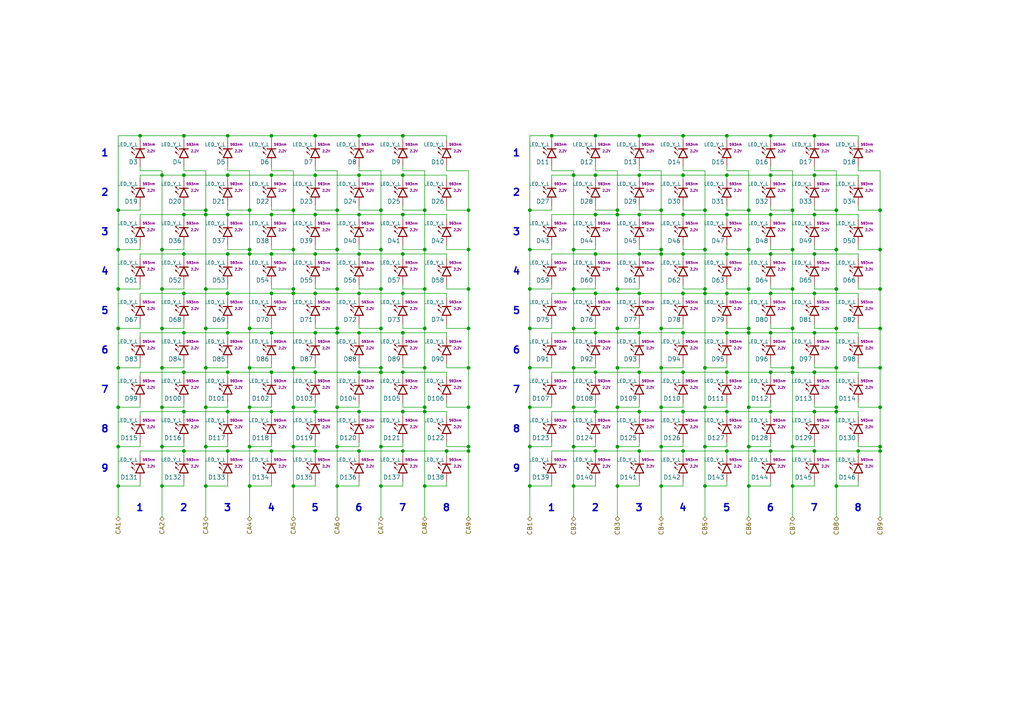
<source format=kicad_sch>
(kicad_sch (version 20211123) (generator eeschema)
  (paper "A4")
  (junction (at 185.42 39.37))
  (junction (at 46.99 129.54))
  (junction (at 210.82 107.95))
  (junction (at 255.27 83.82))
  (junction (at 123.19 140.97))
  (junction (at 198.12 96.52))
  (junction (at 172.72 96.52))
  (junction (at 229.87 140.97))
  (junction (at 191.77 106.68))
  (junction (at 104.14 85.09))
  (junction (at 191.77 73.66))
  (junction (at 198.12 85.09))
  (junction (at 185.42 107.95))
  (junction (at 172.72 50.8))
  (junction (at 236.22 130.81))
  (junction (at 59.69 83.82))
  (junction (at 198.12 130.81))
  (junction (at 153.67 129.54))
  (junction (at 104.14 119.38))
  (junction (at 66.04 50.8))
  (junction (at 166.37 95.25))
  (junction (at 223.52 107.95))
  (junction (at 179.07 129.54))
  (junction (at 135.89 130.81))
  (junction (at 46.99 50.8))
  (junction (at 97.79 140.97))
  (junction (at 53.34 62.23))
  (junction (at 223.52 62.23))
  (junction (at 236.22 73.66))
  (junction (at 166.37 83.82))
  (junction (at 172.72 62.23))
  (junction (at 46.99 106.68))
  (junction (at 242.57 140.97))
  (junction (at 78.74 85.09))
  (junction (at 46.99 95.25))
  (junction (at 46.99 118.11))
  (junction (at 210.82 119.38))
  (junction (at 91.44 130.81))
  (junction (at 66.04 107.95))
  (junction (at 110.49 106.68))
  (junction (at 116.84 50.8))
  (junction (at 78.74 119.38))
  (junction (at 255.27 129.54))
  (junction (at 53.34 39.37))
  (junction (at 242.57 83.82))
  (junction (at 236.22 107.95))
  (junction (at 34.29 118.11))
  (junction (at 72.39 95.25))
  (junction (at 191.77 140.97))
  (junction (at 172.72 85.09))
  (junction (at 242.57 95.25))
  (junction (at 166.37 106.68))
  (junction (at 160.02 39.37))
  (junction (at 242.57 72.39))
  (junction (at 210.82 50.8))
  (junction (at 185.42 130.81))
  (junction (at 123.19 72.39))
  (junction (at 116.84 130.81))
  (junction (at 236.22 39.37))
  (junction (at 242.57 118.11))
  (junction (at 198.12 119.38))
  (junction (at 223.52 85.09))
  (junction (at 78.74 39.37))
  (junction (at 153.67 95.25))
  (junction (at 104.14 73.66))
  (junction (at 123.19 95.25))
  (junction (at 179.07 83.82))
  (junction (at 204.47 140.97))
  (junction (at 185.42 62.23))
  (junction (at 78.74 130.81))
  (junction (at 40.64 39.37))
  (junction (at 236.22 85.09))
  (junction (at 255.27 60.96))
  (junction (at 255.27 72.39))
  (junction (at 97.79 95.25))
  (junction (at 242.57 119.38))
  (junction (at 116.84 85.09))
  (junction (at 116.84 73.66))
  (junction (at 229.87 129.54))
  (junction (at 229.87 60.96))
  (junction (at 34.29 95.25))
  (junction (at 185.42 119.38))
  (junction (at 204.47 129.54))
  (junction (at 153.67 140.97))
  (junction (at 129.54 130.81))
  (junction (at 72.39 129.54))
  (junction (at 72.39 106.68))
  (junction (at 236.22 96.52))
  (junction (at 204.47 83.82))
  (junction (at 72.39 72.39))
  (junction (at 116.84 39.37))
  (junction (at 204.47 106.68))
  (junction (at 172.72 119.38))
  (junction (at 217.17 96.52))
  (junction (at 255.27 130.81))
  (junction (at 72.39 140.97))
  (junction (at 223.52 130.81))
  (junction (at 34.29 60.96))
  (junction (at 110.49 83.82))
  (junction (at 255.27 95.25))
  (junction (at 78.74 107.95))
  (junction (at 229.87 72.39))
  (junction (at 217.17 140.97))
  (junction (at 46.99 72.39))
  (junction (at 116.84 119.38))
  (junction (at 135.89 60.96))
  (junction (at 110.49 107.95))
  (junction (at 110.49 72.39))
  (junction (at 204.47 72.39))
  (junction (at 191.77 60.96))
  (junction (at 34.29 106.68))
  (junction (at 53.34 73.66))
  (junction (at 191.77 118.11))
  (junction (at 135.89 83.82))
  (junction (at 66.04 73.66))
  (junction (at 104.14 50.8))
  (junction (at 191.77 72.39))
  (junction (at 34.29 140.97))
  (junction (at 210.82 73.66))
  (junction (at 179.07 60.96))
  (junction (at 110.49 129.54))
  (junction (at 179.07 140.97))
  (junction (at 223.52 96.52))
  (junction (at 166.37 140.97))
  (junction (at 34.29 72.39))
  (junction (at 172.72 39.37))
  (junction (at 97.79 129.54))
  (junction (at 46.99 83.82))
  (junction (at 78.74 50.8))
  (junction (at 85.09 72.39))
  (junction (at 135.89 72.39))
  (junction (at 179.07 106.68))
  (junction (at 85.09 83.82))
  (junction (at 255.27 106.68))
  (junction (at 34.29 83.82))
  (junction (at 116.84 107.95))
  (junction (at 97.79 118.11))
  (junction (at 135.89 129.54))
  (junction (at 97.79 60.96))
  (junction (at 198.12 107.95))
  (junction (at 66.04 85.09))
  (junction (at 198.12 73.66))
  (junction (at 223.52 119.38))
  (junction (at 191.77 129.54))
  (junction (at 210.82 39.37))
  (junction (at 104.14 62.23))
  (junction (at 123.19 83.82))
  (junction (at 223.52 50.8))
  (junction (at 110.49 60.96))
  (junction (at 185.42 96.52))
  (junction (at 123.19 60.96))
  (junction (at 236.22 62.23))
  (junction (at 110.49 95.25))
  (junction (at 85.09 129.54))
  (junction (at 153.67 118.11))
  (junction (at 123.19 118.11))
  (junction (at 97.79 96.52))
  (junction (at 217.17 72.39))
  (junction (at 210.82 62.23))
  (junction (at 198.12 62.23))
  (junction (at 236.22 119.38))
  (junction (at 53.34 107.95))
  (junction (at 153.67 83.82))
  (junction (at 198.12 50.8))
  (junction (at 85.09 140.97))
  (junction (at 72.39 73.66))
  (junction (at 166.37 129.54))
  (junction (at 255.27 118.11))
  (junction (at 185.42 73.66))
  (junction (at 179.07 62.23))
  (junction (at 210.82 96.52))
  (junction (at 166.37 50.8))
  (junction (at 85.09 60.96))
  (junction (at 191.77 95.25))
  (junction (at 242.57 60.96))
  (junction (at 78.74 62.23))
  (junction (at 104.14 39.37))
  (junction (at 166.37 72.39))
  (junction (at 179.07 95.25))
  (junction (at 59.69 129.54))
  (junction (at 153.67 106.68))
  (junction (at 172.72 107.95))
  (junction (at 229.87 95.25))
  (junction (at 229.87 107.95))
  (junction (at 217.17 95.25))
  (junction (at 223.52 73.66))
  (junction (at 72.39 60.96))
  (junction (at 53.34 96.52))
  (junction (at 66.04 62.23))
  (junction (at 204.47 60.96))
  (junction (at 204.47 118.11))
  (junction (at 229.87 83.82))
  (junction (at 59.69 118.11))
  (junction (at 217.17 60.96))
  (junction (at 172.72 73.66))
  (junction (at 78.74 73.66))
  (junction (at 110.49 140.97))
  (junction (at 179.07 118.11))
  (junction (at 59.69 60.96))
  (junction (at 172.72 130.81))
  (junction (at 153.67 60.96))
  (junction (at 185.42 85.09))
  (junction (at 53.34 85.09))
  (junction (at 59.69 62.23))
  (junction (at 135.89 95.25))
  (junction (at 59.69 95.25))
  (junction (at 223.52 39.37))
  (junction (at 53.34 130.81))
  (junction (at 91.44 50.8))
  (junction (at 59.69 140.97))
  (junction (at 104.14 130.81))
  (junction (at 91.44 39.37))
  (junction (at 104.14 96.52))
  (junction (at 198.12 39.37))
  (junction (at 91.44 119.38))
  (junction (at 91.44 85.09))
  (junction (at 236.22 50.8))
  (junction (at 242.57 106.68))
  (junction (at 217.17 83.82))
  (junction (at 85.09 106.68))
  (junction (at 135.89 118.11))
  (junction (at 53.34 119.38))
  (junction (at 46.99 140.97))
  (junction (at 66.04 119.38))
  (junction (at 229.87 106.68))
  (junction (at 210.82 85.09))
  (junction (at 210.82 130.81))
  (junction (at 59.69 106.68))
  (junction (at 104.14 107.95))
  (junction (at 248.92 130.81))
  (junction (at 123.19 119.38))
  (junction (at 78.74 96.52))
  (junction (at 204.47 85.09))
  (junction (at 66.04 130.81))
  (junction (at 116.84 96.52))
  (junction (at 34.29 129.54))
  (junction (at 116.84 62.23))
  (junction (at 85.09 85.09))
  (junction (at 153.67 72.39))
  (junction (at 85.09 118.11))
  (junction (at 217.17 129.54))
  (junction (at 66.04 39.37))
  (junction (at 53.34 50.8))
  (junction (at 91.44 107.95))
  (junction (at 66.04 96.52))
  (junction (at 72.39 118.11))
  (junction (at 97.79 83.82))
  (junction (at 217.17 118.11))
  (junction (at 91.44 62.23))
  (junction (at 97.79 72.39))
  (junction (at 185.42 50.8))
  (junction (at 135.89 106.68))
  (junction (at 91.44 73.66))
  (junction (at 123.19 106.68))
  (junction (at 91.44 96.52))
  (junction (at 166.37 118.11))
  (wire (pts (xy 248.92 50.8) (xy 248.92 52.07)))
  (wire (pts (xy 248.92 83.82) (xy 255.27 83.82)))
  (wire (pts (xy 110.49 95.25) (xy 110.49 106.68)))
  (wire (pts (xy 160.02 85.09) (xy 172.72 85.09)))
  (wire (pts (xy 153.67 72.39) (xy 153.67 83.82)))
  (wire (pts (xy 97.79 96.52) (xy 97.79 118.11)))
  (wire (pts (xy 255.27 60.96) (xy 255.27 72.39)))
  (wire (pts (xy 210.82 107.95) (xy 223.52 107.95)))
  (wire (pts (xy 236.22 49.53) (xy 242.57 49.53)))
  (wire (pts (xy 217.17 140.97) (xy 217.17 149.86)))
  (wire (pts (xy 236.22 107.95) (xy 236.22 109.22)))
  (wire (pts (xy 40.64 107.95) (xy 53.34 107.95)))
  (wire (pts (xy 166.37 140.97) (xy 166.37 149.86)))
  (wire (pts (xy 116.84 62.23) (xy 116.84 63.5)))
  (wire (pts (xy 59.69 140.97) (xy 59.69 149.86)))
  (wire (pts (xy 66.04 49.53) (xy 72.39 49.53)))
  (wire (pts (xy 78.74 130.81) (xy 78.74 132.08)))
  (wire (pts (xy 104.14 39.37) (xy 116.84 39.37)))
  (wire (pts (xy 160.02 73.66) (xy 172.72 73.66)))
  (wire (pts (xy 110.49 106.68) (xy 110.49 107.95)))
  (wire (pts (xy 204.47 106.68) (xy 210.82 106.68)))
  (wire (pts (xy 229.87 95.25) (xy 229.87 106.68)))
  (wire (pts (xy 166.37 83.82) (xy 172.72 83.82)))
  (wire (pts (xy 85.09 140.97) (xy 91.44 140.97)))
  (wire (pts (xy 53.34 107.95) (xy 66.04 107.95)))
  (wire (pts (xy 66.04 119.38) (xy 78.74 119.38)))
  (wire (pts (xy 248.92 130.81) (xy 248.92 132.08)))
  (wire (pts (xy 53.34 129.54) (xy 53.34 128.27)))
  (wire (pts (xy 229.87 140.97) (xy 229.87 149.86)))
  (wire (pts (xy 72.39 106.68) (xy 72.39 118.11)))
  (wire (pts (xy 179.07 60.96) (xy 172.72 60.96)))
  (wire (pts (xy 66.04 119.38) (xy 66.04 120.65)))
  (wire (pts (xy 210.82 119.38) (xy 223.52 119.38)))
  (wire (pts (xy 236.22 119.38) (xy 242.57 119.38)))
  (wire (pts (xy 198.12 73.66) (xy 198.12 74.93)))
  (wire (pts (xy 116.84 119.38) (xy 123.19 119.38)))
  (wire (pts (xy 129.54 39.37) (xy 129.54 40.64)))
  (wire (pts (xy 255.27 83.82) (xy 255.27 95.25)))
  (wire (pts (xy 204.47 106.68) (xy 204.47 118.11)))
  (wire (pts (xy 116.84 93.98) (xy 116.84 95.25)))
  (wire (pts (xy 217.17 118.11) (xy 223.52 118.11)))
  (wire (pts (xy 204.47 140.97) (xy 204.47 149.86)))
  (wire (pts (xy 104.14 50.8) (xy 116.84 50.8)))
  (wire (pts (xy 217.17 49.53) (xy 217.17 60.96)))
  (wire (pts (xy 66.04 85.09) (xy 66.04 86.36)))
  (wire (pts (xy 242.57 72.39) (xy 242.57 83.82)))
  (wire (pts (xy 172.72 130.81) (xy 185.42 130.81)))
  (wire (pts (xy 210.82 39.37) (xy 223.52 39.37)))
  (wire (pts (xy 217.17 129.54) (xy 223.52 129.54)))
  (wire (pts (xy 66.04 130.81) (xy 66.04 132.08)))
  (wire (pts (xy 185.42 85.09) (xy 198.12 85.09)))
  (wire (pts (xy 53.34 50.8) (xy 66.04 50.8)))
  (wire (pts (xy 91.44 119.38) (xy 91.44 120.65)))
  (wire (pts (xy 85.09 118.11) (xy 91.44 118.11)))
  (wire (pts (xy 34.29 83.82) (xy 40.64 83.82)))
  (wire (pts (xy 172.72 85.09) (xy 185.42 85.09)))
  (wire (pts (xy 217.17 72.39) (xy 217.17 83.82)))
  (wire (pts (xy 116.84 107.95) (xy 116.84 109.22)))
  (wire (pts (xy 135.89 118.11) (xy 135.89 129.54)))
  (wire (pts (xy 116.84 140.97) (xy 116.84 139.7)))
  (wire (pts (xy 53.34 50.8) (xy 53.34 52.07)))
  (wire (pts (xy 198.12 50.8) (xy 210.82 50.8)))
  (wire (pts (xy 223.52 129.54) (xy 223.52 128.27)))
  (wire (pts (xy 185.42 62.23) (xy 185.42 63.5)))
  (wire (pts (xy 210.82 130.81) (xy 223.52 130.81)))
  (wire (pts (xy 78.74 83.82) (xy 85.09 83.82)))
  (wire (pts (xy 210.82 71.12) (xy 210.82 72.39)))
  (wire (pts (xy 223.52 96.52) (xy 223.52 97.79)))
  (wire (pts (xy 236.22 116.84) (xy 236.22 118.11)))
  (wire (pts (xy 85.09 72.39) (xy 85.09 83.82)))
  (wire (pts (xy 229.87 107.95) (xy 229.87 129.54)))
  (wire (pts (xy 78.74 107.95) (xy 91.44 107.95)))
  (wire (pts (xy 160.02 52.07) (xy 160.02 50.8)))
  (wire (pts (xy 248.92 39.37) (xy 248.92 40.64)))
  (wire (pts (xy 129.54 85.09) (xy 129.54 86.36)))
  (wire (pts (xy 85.09 85.09) (xy 85.09 106.68)))
  (wire (pts (xy 91.44 73.66) (xy 104.14 73.66)))
  (wire (pts (xy 78.74 85.09) (xy 85.09 85.09)))
  (wire (pts (xy 160.02 107.95) (xy 172.72 107.95)))
  (wire (pts (xy 40.64 132.08) (xy 40.64 130.81)))
  (wire (pts (xy 40.64 95.25) (xy 40.64 93.98)))
  (wire (pts (xy 97.79 49.53) (xy 97.79 60.96)))
  (wire (pts (xy 78.74 60.96) (xy 85.09 60.96)))
  (wire (pts (xy 104.14 85.09) (xy 116.84 85.09)))
  (wire (pts (xy 116.84 118.11) (xy 123.19 118.11)))
  (wire (pts (xy 91.44 72.39) (xy 97.79 72.39)))
  (wire (pts (xy 78.74 119.38) (xy 78.74 120.65)))
  (wire (pts (xy 248.92 106.68) (xy 255.27 106.68)))
  (wire (pts (xy 160.02 62.23) (xy 172.72 62.23)))
  (wire (pts (xy 172.72 140.97) (xy 172.72 139.7)))
  (wire (pts (xy 210.82 107.95) (xy 210.82 109.22)))
  (wire (pts (xy 40.64 48.26) (xy 40.64 49.53)))
  (wire (pts (xy 236.22 85.09) (xy 248.92 85.09)))
  (wire (pts (xy 104.14 107.95) (xy 104.14 109.22)))
  (wire (pts (xy 129.54 129.54) (xy 135.89 129.54)))
  (wire (pts (xy 59.69 60.96) (xy 59.69 62.23)))
  (wire (pts (xy 153.67 129.54) (xy 153.67 140.97)))
  (wire (pts (xy 179.07 83.82) (xy 179.07 95.25)))
  (wire (pts (xy 248.92 119.38) (xy 248.92 120.65)))
  (wire (pts (xy 210.82 96.52) (xy 210.82 97.79)))
  (wire (pts (xy 248.92 71.12) (xy 248.92 72.39)))
  (wire (pts (xy 104.14 39.37) (xy 104.14 40.64)))
  (wire (pts (xy 191.77 118.11) (xy 191.77 129.54)))
  (wire (pts (xy 116.84 95.25) (xy 123.19 95.25)))
  (wire (pts (xy 223.52 60.96) (xy 229.87 60.96)))
  (wire (pts (xy 236.22 48.26) (xy 236.22 49.53)))
  (wire (pts (xy 236.22 39.37) (xy 248.92 39.37)))
  (wire (pts (xy 160.02 109.22) (xy 160.02 107.95)))
  (wire (pts (xy 198.12 107.95) (xy 198.12 109.22)))
  (wire (pts (xy 85.09 140.97) (xy 85.09 149.86)))
  (wire (pts (xy 46.99 106.68) (xy 46.99 118.11)))
  (wire (pts (xy 185.42 39.37) (xy 185.42 40.64)))
  (wire (pts (xy 179.07 95.25) (xy 185.42 95.25)))
  (wire (pts (xy 66.04 62.23) (xy 78.74 62.23)))
  (wire (pts (xy 53.34 119.38) (xy 53.34 120.65)))
  (wire (pts (xy 78.74 129.54) (xy 78.74 128.27)))
  (wire (pts (xy 179.07 106.68) (xy 185.42 106.68)))
  (wire (pts (xy 172.72 62.23) (xy 179.07 62.23)))
  (wire (pts (xy 198.12 118.11) (xy 198.12 116.84)))
  (wire (pts (xy 210.82 39.37) (xy 210.82 40.64)))
  (wire (pts (xy 210.82 60.96) (xy 217.17 60.96)))
  (wire (pts (xy 236.22 83.82) (xy 242.57 83.82)))
  (wire (pts (xy 166.37 118.11) (xy 172.72 118.11)))
  (wire (pts (xy 229.87 106.68) (xy 229.87 107.95)))
  (wire (pts (xy 91.44 73.66) (xy 91.44 74.93)))
  (wire (pts (xy 40.64 39.37) (xy 53.34 39.37)))
  (wire (pts (xy 153.67 39.37) (xy 160.02 39.37)))
  (wire (pts (xy 236.22 62.23) (xy 236.22 63.5)))
  (wire (pts (xy 236.22 96.52) (xy 248.92 96.52)))
  (wire (pts (xy 78.74 62.23) (xy 91.44 62.23)))
  (wire (pts (xy 110.49 129.54) (xy 110.49 140.97)))
  (wire (pts (xy 223.52 107.95) (xy 223.52 109.22)))
  (wire (pts (xy 59.69 118.11) (xy 66.04 118.11)))
  (wire (pts (xy 255.27 130.81) (xy 248.92 130.81)))
  (wire (pts (xy 185.42 73.66) (xy 191.77 73.66)))
  (wire (pts (xy 104.14 140.97) (xy 104.14 139.7)))
  (wire (pts (xy 40.64 140.97) (xy 40.64 139.7)))
  (wire (pts (xy 198.12 62.23) (xy 198.12 63.5)))
  (wire (pts (xy 166.37 95.25) (xy 166.37 106.68)))
  (wire (pts (xy 248.92 82.55) (xy 248.92 83.82)))
  (wire (pts (xy 59.69 95.25) (xy 59.69 106.68)))
  (wire (pts (xy 172.72 96.52) (xy 185.42 96.52)))
  (wire (pts (xy 53.34 49.53) (xy 59.69 49.53)))
  (wire (pts (xy 78.74 50.8) (xy 78.74 52.07)))
  (wire (pts (xy 223.52 85.09) (xy 236.22 85.09)))
  (wire (pts (xy 59.69 83.82) (xy 59.69 95.25)))
  (wire (pts (xy 72.39 95.25) (xy 78.74 95.25)))
  (wire (pts (xy 72.39 140.97) (xy 72.39 149.86)))
  (wire (pts (xy 153.67 95.25) (xy 153.67 106.68)))
  (wire (pts (xy 248.92 140.97) (xy 248.92 139.7)))
  (wire (pts (xy 78.74 48.26) (xy 78.74 49.53)))
  (wire (pts (xy 34.29 106.68) (xy 34.29 118.11)))
  (wire (pts (xy 160.02 83.82) (xy 160.02 82.55)))
  (wire (pts (xy 91.44 107.95) (xy 104.14 107.95)))
  (wire (pts (xy 191.77 129.54) (xy 198.12 129.54)))
  (wire (pts (xy 129.54 60.96) (xy 135.89 60.96)))
  (wire (pts (xy 166.37 106.68) (xy 172.72 106.68)))
  (wire (pts (xy 104.14 107.95) (xy 110.49 107.95)))
  (wire (pts (xy 210.82 85.09) (xy 210.82 86.36)))
  (wire (pts (xy 236.22 95.25) (xy 242.57 95.25)))
  (wire (pts (xy 217.17 140.97) (xy 223.52 140.97)))
  (wire (pts (xy 198.12 96.52) (xy 198.12 97.79)))
  (wire (pts (xy 135.89 49.53) (xy 135.89 60.96)))
  (wire (pts (xy 104.14 105.41) (xy 104.14 106.68)))
  (wire (pts (xy 104.14 96.52) (xy 104.14 97.79)))
  (wire (pts (xy 172.72 59.69) (xy 172.72 60.96)))
  (wire (pts (xy 236.22 129.54) (xy 236.22 128.27)))
  (wire (pts (xy 242.57 140.97) (xy 248.92 140.97)))
  (wire (pts (xy 97.79 129.54) (xy 104.14 129.54)))
  (wire (pts (xy 66.04 62.23) (xy 66.04 63.5)))
  (wire (pts (xy 53.34 107.95) (xy 53.34 109.22)))
  (wire (pts (xy 229.87 72.39) (xy 229.87 83.82)))
  (wire (pts (xy 66.04 118.11) (xy 66.04 116.84)))
  (wire (pts (xy 53.34 95.25) (xy 53.34 93.98)))
  (wire (pts (xy 185.42 96.52) (xy 185.42 97.79)))
  (wire (pts (xy 85.09 129.54) (xy 91.44 129.54)))
  (wire (pts (xy 78.74 106.68) (xy 78.74 105.41)))
  (wire (pts (xy 116.84 60.96) (xy 123.19 60.96)))
  (wire (pts (xy 46.99 95.25) (xy 53.34 95.25)))
  (wire (pts (xy 217.17 60.96) (xy 217.17 72.39)))
  (wire (pts (xy 72.39 73.66) (xy 78.74 73.66)))
  (wire (pts (xy 91.44 50.8) (xy 104.14 50.8)))
  (wire (pts (xy 46.99 140.97) (xy 53.34 140.97)))
  (wire (pts (xy 129.54 72.39) (xy 135.89 72.39)))
  (wire (pts (xy 248.92 48.26) (xy 248.92 49.53)))
  (wire (pts (xy 223.52 130.81) (xy 236.22 130.81)))
  (wire (pts (xy 34.29 83.82) (xy 34.29 95.25)))
  (wire (pts (xy 53.34 62.23) (xy 53.34 63.5)))
  (wire (pts (xy 236.22 72.39) (xy 242.57 72.39)))
  (wire (pts (xy 248.92 59.69) (xy 248.92 60.96)))
  (wire (pts (xy 135.89 60.96) (xy 135.89 72.39)))
  (wire (pts (xy 210.82 95.25) (xy 210.82 93.98)))
  (wire (pts (xy 236.22 71.12) (xy 236.22 72.39)))
  (wire (pts (xy 217.17 95.25) (xy 217.17 96.52)))
  (wire (pts (xy 91.44 85.09) (xy 91.44 86.36)))
  (wire (pts (xy 91.44 95.25) (xy 91.44 93.98)))
  (wire (pts (xy 198.12 82.55) (xy 198.12 83.82)))
  (wire (pts (xy 242.57 83.82) (xy 242.57 95.25)))
  (wire (pts (xy 185.42 50.8) (xy 198.12 50.8)))
  (wire (pts (xy 223.52 119.38) (xy 223.52 120.65)))
  (wire (pts (xy 223.52 107.95) (xy 229.87 107.95)))
  (wire (pts (xy 255.27 118.11) (xy 255.27 129.54)))
  (wire (pts (xy 160.02 39.37) (xy 172.72 39.37)))
  (wire (pts (xy 40.64 40.64) (xy 40.64 39.37)))
  (wire (pts (xy 172.72 39.37) (xy 172.72 40.64)))
  (wire (pts (xy 104.14 83.82) (xy 110.49 83.82)))
  (wire (pts (xy 236.22 96.52) (xy 236.22 97.79)))
  (wire (pts (xy 123.19 119.38) (xy 123.19 140.97)))
  (wire (pts (xy 78.74 39.37) (xy 91.44 39.37)))
  (wire (pts (xy 248.92 95.25) (xy 255.27 95.25)))
  (wire (pts (xy 210.82 118.11) (xy 210.82 116.84)))
  (wire (pts (xy 185.42 62.23) (xy 198.12 62.23)))
  (wire (pts (xy 104.14 62.23) (xy 104.14 63.5)))
  (wire (pts (xy 185.42 50.8) (xy 185.42 52.07)))
  (wire (pts (xy 242.57 140.97) (xy 242.57 149.86)))
  (wire (pts (xy 116.84 119.38) (xy 116.84 120.65)))
  (wire (pts (xy 116.84 130.81) (xy 116.84 132.08)))
  (wire (pts (xy 59.69 106.68) (xy 59.69 118.11)))
  (wire (pts (xy 179.07 140.97) (xy 179.07 149.86)))
  (wire (pts (xy 123.19 140.97) (xy 123.19 149.86)))
  (wire (pts (xy 85.09 85.09) (xy 91.44 85.09)))
  (wire (pts (xy 185.42 129.54) (xy 185.42 128.27)))
  (wire (pts (xy 210.82 49.53) (xy 217.17 49.53)))
  (wire (pts (xy 255.27 72.39) (xy 255.27 83.82)))
  (wire (pts (xy 40.64 72.39) (xy 40.64 71.12)))
  (wire (pts (xy 248.92 116.84) (xy 248.92 118.11)))
  (wire (pts (xy 204.47 129.54) (xy 204.47 140.97)))
  (wire (pts (xy 123.19 60.96) (xy 123.19 72.39)))
  (wire (pts (xy 248.92 118.11) (xy 255.27 118.11)))
  (wire (pts (xy 104.14 71.12) (xy 104.14 72.39)))
  (wire (pts (xy 53.34 106.68) (xy 53.34 105.41)))
  (wire (pts (xy 185.42 96.52) (xy 198.12 96.52)))
  (wire (pts (xy 172.72 49.53) (xy 179.07 49.53)))
  (wire (pts (xy 179.07 62.23) (xy 179.07 83.82)))
  (wire (pts (xy 40.64 120.65) (xy 40.64 119.38)))
  (wire (pts (xy 236.22 73.66) (xy 248.92 73.66)))
  (wire (pts (xy 210.82 48.26) (xy 210.82 49.53)))
  (wire (pts (xy 110.49 72.39) (xy 110.49 83.82)))
  (wire (pts (xy 223.52 50.8) (xy 236.22 50.8)))
  (wire (pts (xy 129.54 107.95) (xy 129.54 109.22)))
  (wire (pts (xy 198.12 39.37) (xy 210.82 39.37)))
  (wire (pts (xy 116.84 72.39) (xy 123.19 72.39)))
  (wire (pts (xy 59.69 83.82) (xy 66.04 83.82)))
  (wire (pts (xy 97.79 72.39) (xy 97.79 83.82)))
  (wire (pts (xy 185.42 106.68) (xy 185.42 105.41)))
  (wire (pts (xy 185.42 130.81) (xy 198.12 130.81)))
  (wire (pts (xy 191.77 73.66) (xy 191.77 95.25)))
  (wire (pts (xy 210.82 96.52) (xy 217.17 96.52)))
  (wire (pts (xy 172.72 96.52) (xy 172.72 97.79)))
  (wire (pts (xy 104.14 49.53) (xy 110.49 49.53)))
  (wire (pts (xy 91.44 83.82) (xy 97.79 83.82)))
  (wire (pts (xy 91.44 106.68) (xy 91.44 105.41)))
  (wire (pts (xy 59.69 62.23) (xy 66.04 62.23)))
  (wire (pts (xy 166.37 83.82) (xy 166.37 95.25)))
  (wire (pts (xy 129.54 118.11) (xy 135.89 118.11)))
  (wire (pts (xy 223.52 119.38) (xy 236.22 119.38)))
  (wire (pts (xy 97.79 83.82) (xy 97.79 95.25)))
  (wire (pts (xy 40.64 62.23) (xy 53.34 62.23)))
  (wire (pts (xy 66.04 107.95) (xy 78.74 107.95)))
  (wire (pts (xy 153.67 118.11) (xy 160.02 118.11)))
  (wire (pts (xy 34.29 60.96) (xy 34.29 72.39)))
  (wire (pts (xy 160.02 96.52) (xy 172.72 96.52)))
  (wire (pts (xy 53.34 118.11) (xy 53.34 116.84)))
  (wire (pts (xy 198.12 85.09) (xy 198.12 86.36)))
  (wire (pts (xy 46.99 118.11) (xy 46.99 129.54)))
  (wire (pts (xy 210.82 85.09) (xy 223.52 85.09)))
  (wire (pts (xy 185.42 72.39) (xy 191.77 72.39)))
  (wire (pts (xy 34.29 72.39) (xy 34.29 83.82)))
  (wire (pts (xy 116.84 96.52) (xy 129.54 96.52)))
  (wire (pts (xy 59.69 140.97) (xy 66.04 140.97)))
  (wire (pts (xy 223.52 95.25) (xy 229.87 95.25)))
  (wire (pts (xy 223.52 85.09) (xy 223.52 86.36)))
  (wire (pts (xy 40.64 74.93) (xy 40.64 73.66)))
  (wire (pts (xy 91.44 130.81) (xy 91.44 132.08)))
  (wire (pts (xy 223.52 49.53) (xy 229.87 49.53)))
  (wire (pts (xy 78.74 96.52) (xy 91.44 96.52)))
  (wire (pts (xy 229.87 107.95) (xy 236.22 107.95)))
  (wire (pts (xy 66.04 72.39) (xy 72.39 72.39)))
  (wire (pts (xy 236.22 50.8) (xy 236.22 52.07)))
  (wire (pts (xy 223.52 39.37) (xy 223.52 40.64)))
  (wire (pts (xy 160.02 120.65) (xy 160.02 119.38)))
  (wire (pts (xy 78.74 73.66) (xy 91.44 73.66)))
  (wire (pts (xy 166.37 106.68) (xy 166.37 118.11)))
  (wire (pts (xy 116.84 73.66) (xy 129.54 73.66)))
  (wire (pts (xy 91.44 62.23) (xy 91.44 63.5)))
  (wire (pts (xy 223.52 83.82) (xy 229.87 83.82)))
  (wire (pts (xy 223.52 130.81) (xy 223.52 132.08)))
  (wire (pts (xy 223.52 50.8) (xy 223.52 52.07)))
  (wire (pts (xy 97.79 140.97) (xy 97.79 149.86)))
  (wire (pts (xy 135.89 129.54) (xy 135.89 130.81)))
  (wire (pts (xy 223.52 73.66) (xy 236.22 73.66)))
  (wire (pts (xy 53.34 85.09) (xy 53.34 86.36)))
  (wire (pts (xy 179.07 83.82) (xy 185.42 83.82)))
  (wire (pts (xy 160.02 129.54) (xy 160.02 128.27)))
  (wire (pts (xy 198.12 83.82) (xy 204.47 83.82)))
  (wire (pts (xy 191.77 72.39) (xy 191.77 73.66)))
  (wire (pts (xy 85.09 49.53) (xy 85.09 60.96)))
  (wire (pts (xy 91.44 71.12) (xy 91.44 72.39)))
  (wire (pts (xy 40.64 129.54) (xy 40.64 128.27)))
  (wire (pts (xy 72.39 73.66) (xy 72.39 95.25)))
  (wire (pts (xy 172.72 130.81) (xy 172.72 132.08)))
  (wire (pts (xy 135.89 130.81) (xy 129.54 130.81)))
  (wire (pts (xy 104.14 130.81) (xy 104.14 132.08)))
  (wire (pts (xy 179.07 95.25) (xy 179.07 106.68)))
  (wire (pts (xy 223.52 118.11) (xy 223.52 116.84)))
  (wire (pts (xy 129.54 49.53) (xy 135.89 49.53)))
  (wire (pts (xy 223.52 72.39) (xy 229.87 72.39)))
  (wire (pts (xy 66.04 48.26) (xy 66.04 49.53)))
  (wire (pts (xy 116.84 106.68) (xy 123.19 106.68)))
  (wire (pts (xy 91.44 50.8) (xy 91.44 52.07)))
  (wire (pts (xy 185.42 73.66) (xy 185.42 74.93)))
  (wire (pts (xy 53.34 48.26) (xy 53.34 49.53)))
  (wire (pts (xy 34.29 95.25) (xy 40.64 95.25)))
  (wire (pts (xy 153.67 106.68) (xy 160.02 106.68)))
  (wire (pts (xy 172.72 119.38) (xy 172.72 120.65)))
  (wire (pts (xy 229.87 129.54) (xy 236.22 129.54)))
  (wire (pts (xy 97.79 118.11) (xy 104.14 118.11)))
  (wire (pts (xy 129.54 48.26) (xy 129.54 49.53)))
  (wire (pts (xy 153.67 39.37) (xy 153.67 60.96)))
  (wire (pts (xy 104.14 48.26) (xy 104.14 49.53)))
  (wire (pts (xy 78.74 96.52) (xy 78.74 97.79)))
  (wire (pts (xy 78.74 85.09) (xy 78.74 86.36)))
  (wire (pts (xy 166.37 95.25) (xy 172.72 95.25)))
  (wire (pts (xy 236.22 93.98) (xy 236.22 95.25)))
  (wire (pts (xy 172.72 95.25) (xy 172.72 93.98)))
  (wire (pts (xy 104.14 73.66) (xy 104.14 74.93)))
  (wire (pts (xy 210.82 140.97) (xy 210.82 139.7)))
  (wire (pts (xy 116.84 62.23) (xy 129.54 62.23)))
  (wire (pts (xy 229.87 60.96) (xy 229.87 72.39)))
  (wire (pts (xy 72.39 72.39) (xy 72.39 60.96)))
  (wire (pts (xy 110.49 107.95) (xy 116.84 107.95)))
  (wire (pts (xy 248.92 128.27) (xy 248.92 129.54)))
  (wire (pts (xy 191.77 118.11) (xy 198.12 118.11)))
  (wire (pts (xy 34.29 129.54) (xy 40.64 129.54)))
  (wire (pts (xy 248.92 107.95) (xy 248.92 109.22)))
  (wire (pts (xy 204.47 72.39) (xy 204.47 83.82)))
  (wire (pts (xy 166.37 118.11) (xy 166.37 129.54)))
  (wire (pts (xy 53.34 96.52) (xy 53.34 97.79)))
  (wire (pts (xy 172.72 83.82) (xy 172.72 82.55)))
  (wire (pts (xy 179.07 49.53) (xy 179.07 60.96)))
  (wire (pts (xy 123.19 49.53) (xy 123.19 60.96)))
  (wire (pts (xy 166.37 72.39) (xy 172.72 72.39)))
  (wire (pts (xy 166.37 49.53) (xy 166.37 50.8)))
  (wire (pts (xy 217.17 129.54) (xy 217.17 140.97)))
  (wire (pts (xy 78.74 71.12) (xy 78.74 72.39)))
  (wire (pts (xy 66.04 106.68) (xy 66.04 105.41)))
  (wire (pts (xy 104.14 82.55) (xy 104.14 83.82)))
  (wire (pts (xy 66.04 85.09) (xy 78.74 85.09)))
  (wire (pts (xy 210.82 82.55) (xy 210.82 83.82)))
  (wire (pts (xy 91.44 129.54) (xy 91.44 128.27)))
  (wire (pts (xy 72.39 118.11) (xy 72.39 129.54)))
  (wire (pts (xy 116.84 129.54) (xy 116.84 128.27)))
  (wire (pts (xy 91.44 85.09) (xy 104.14 85.09)))
  (wire (pts (xy 185.42 71.12) (xy 185.42 72.39)))
  (wire (pts (xy 204.47 129.54) (xy 210.82 129.54)))
  (wire (pts (xy 59.69 129.54) (xy 59.69 140.97)))
  (wire (pts (xy 91.44 60.96) (xy 97.79 60.96)))
  (wire (pts (xy 97.79 140.97) (xy 104.14 140.97)))
  (wire (pts (xy 248.92 60.96) (xy 255.27 60.96)))
  (wire (pts (xy 59.69 49.53) (xy 59.69 60.96)))
  (wire (pts (xy 46.99 118.11) (xy 53.34 118.11)))
  (wire (pts (xy 72.39 140.97) (xy 78.74 140.97)))
  (wire (pts (xy 53.34 140.97) (xy 53.34 139.7)))
  (wire (pts (xy 135.89 72.39) (xy 135.89 83.82)))
  (wire (pts (xy 66.04 129.54) (xy 66.04 128.27)))
  (wire (pts (xy 172.72 107.95) (xy 185.42 107.95)))
  (wire (pts (xy 110.49 140.97) (xy 116.84 140.97)))
  (wire (pts (xy 236.22 60.96) (xy 242.57 60.96)))
  (wire (pts (xy 66.04 95.25) (xy 66.04 93.98)))
  (wire (pts (xy 191.77 95.25) (xy 191.77 106.68)))
  (wire (pts (xy 160.02 50.8) (xy 166.37 50.8)))
  (wire (pts (xy 116.84 82.55) (xy 116.84 83.82)))
  (wire (pts (xy 53.34 85.09) (xy 66.04 85.09)))
  (wire (pts (xy 160.02 60.96) (xy 160.02 59.69)))
  (wire (pts (xy 236.22 82.55) (xy 236.22 83.82)))
  (wire (pts (xy 185.42 83.82) (xy 185.42 82.55)))
  (wire (pts (xy 40.64 83.82) (xy 40.64 82.55)))
  (wire (pts (xy 34.29 129.54) (xy 34.29 140.97)))
  (wire (pts (xy 185.42 49.53) (xy 191.77 49.53)))
  (wire (pts (xy 160.02 72.39) (xy 160.02 71.12)))
  (wire (pts (xy 78.74 62.23) (xy 78.74 63.5)))
  (wire (pts (xy 66.04 39.37) (xy 78.74 39.37)))
  (wire (pts (xy 229.87 49.53) (xy 229.87 60.96)))
  (wire (pts (xy 172.72 107.95) (xy 172.72 109.22)))
  (wire (pts (xy 97.79 118.11) (xy 97.79 129.54)))
  (wire (pts (xy 210.82 73.66) (xy 210.82 74.93)))
  (wire (pts (xy 210.82 73.66) (xy 223.52 73.66)))
  (wire (pts (xy 116.84 116.84) (xy 116.84 118.11)))
  (wire (pts (xy 204.47 140.97) (xy 210.82 140.97)))
  (wire (pts (xy 204.47 60.96) (xy 204.47 72.39)))
  (wire (pts (xy 78.74 39.37) (xy 78.74 40.64)))
  (wire (pts (xy 179.07 118.11) (xy 185.42 118.11)))
  (wire (pts (xy 104.14 72.39) (xy 110.49 72.39)))
  (wire (pts (xy 91.44 140.97) (xy 91.44 139.7)))
  (wire (pts (xy 40.64 63.5) (xy 40.64 62.23)))
  (wire (pts (xy 78.74 107.95) (xy 78.74 109.22)))
  (wire (pts (xy 40.64 50.8) (xy 46.99 50.8)))
  (wire (pts (xy 40.64 119.38) (xy 53.34 119.38)))
  (wire (pts (xy 223.52 59.69) (xy 223.52 60.96)))
  (wire (pts (xy 179.07 118.11) (xy 179.07 129.54)))
  (wire (pts (xy 85.09 118.11) (xy 85.09 129.54)))
  (wire (pts (xy 198.12 129.54) (xy 198.12 128.27)))
  (wire (pts (xy 160.02 49.53) (xy 166.37 49.53)))
  (wire (pts (xy 104.14 96.52) (xy 116.84 96.52)))
  (wire (pts (xy 46.99 129.54) (xy 53.34 129.54)))
  (wire (pts (xy 185.42 119.38) (xy 198.12 119.38)))
  (wire (pts (xy 104.14 106.68) (xy 110.49 106.68)))
  (wire (pts (xy 53.34 130.81) (xy 66.04 130.81)))
  (wire (pts (xy 40.64 97.79) (xy 40.64 96.52)))
  (wire (pts (xy 179.07 60.96) (xy 179.07 62.23)))
  (wire (pts (xy 160.02 74.93) (xy 160.02 73.66)))
  (wire (pts (xy 116.84 83.82) (xy 123.19 83.82)))
  (wire (pts (xy 248.92 93.98) (xy 248.92 95.25)))
  (wire (pts (xy 78.74 118.11) (xy 78.74 116.84)))
  (wire (pts (xy 78.74 72.39) (xy 85.09 72.39)))
  (wire (pts (xy 236.22 73.66) (xy 236.22 74.93)))
  (wire (pts (xy 66.04 96.52) (xy 78.74 96.52)))
  (wire (pts (xy 135.89 106.68) (xy 135.89 118.11)))
  (wire (pts (xy 198.12 73.66) (xy 210.82 73.66)))
  (wire (pts (xy 160.02 48.26) (xy 160.02 49.53)))
  (wire (pts (xy 46.99 129.54) (xy 46.99 140.97)))
  (wire (pts (xy 78.74 50.8) (xy 91.44 50.8)))
  (wire (pts (xy 91.44 107.95) (xy 91.44 109.22)))
  (wire (pts (xy 53.34 96.52) (xy 66.04 96.52)))
  (wire (pts (xy 123.19 95.25) (xy 123.19 106.68)))
  (wire (pts (xy 129.54 50.8) (xy 129.54 52.07)))
  (wire (pts (xy 172.72 73.66) (xy 185.42 73.66)))
  (wire (pts (xy 34.29 140.97) (xy 34.29 149.86)))
  (wire (pts (xy 210.82 119.38) (xy 210.82 120.65)))
  (wire (pts (xy 153.67 83.82) (xy 160.02 83.82)))
  (wire (pts (xy 72.39 49.53) (xy 72.39 60.96)))
  (wire (pts (xy 129.54 82.55) (xy 129.54 83.82)))
  (wire (pts (xy 78.74 140.97) (xy 78.74 139.7)))
  (wire (pts (xy 66.04 39.37) (xy 66.04 40.64)))
  (wire (pts (xy 198.12 106.68) (xy 198.12 105.41)))
  (wire (pts (xy 172.72 48.26) (xy 172.72 49.53)))
  (wire (pts (xy 116.84 96.52) (xy 116.84 97.79)))
  (wire (pts (xy 160.02 118.11) (xy 160.02 116.84)))
  (wire (pts (xy 210.82 50.8) (xy 210.82 52.07)))
  (wire (pts (xy 104.14 129.54) (xy 104.14 128.27)))
  (wire (pts (xy 185.42 118.11) (xy 185.42 116.84)))
  (wire (pts (xy 110.49 49.53) (xy 110.49 60.96)))
  (wire (pts (xy 153.67 140.97) (xy 153.67 149.86)))
  (wire (pts (xy 204.47 83.82) (xy 204.47 85.09)))
  (wire (pts (xy 198.12 119.38) (xy 210.82 119.38)))
  (wire (pts (xy 91.44 48.26) (xy 91.44 49.53)))
  (wire (pts (xy 236.22 50.8) (xy 248.92 50.8)))
  (wire (pts (xy 223.52 82.55) (xy 223.52 83.82)))
  (wire (pts (xy 46.99 49.53) (xy 46.99 50.8)))
  (wire (pts (xy 153.67 140.97) (xy 160.02 140.97)))
  (wire (pts (xy 236.22 105.41) (xy 236.22 106.68)))
  (wire (pts (xy 153.67 83.82) (xy 153.67 95.25)))
  (wire (pts (xy 242.57 95.25) (xy 242.57 106.68)))
  (wire (pts (xy 179.07 140.97) (xy 185.42 140.97)))
  (wire (pts (xy 172.72 50.8) (xy 172.72 52.07)))
  (wire (pts (xy 91.44 39.37) (xy 91.44 40.64)))
  (wire (pts (xy 104.14 130.81) (xy 116.84 130.81)))
  (wire (pts (xy 217.17 118.11) (xy 217.17 129.54)))
  (wire (pts (xy 185.42 85.09) (xy 185.42 86.36)))
  (wire (pts (xy 248.92 105.41) (xy 248.92 106.68)))
  (wire (pts (xy 210.82 50.8) (xy 223.52 50.8)))
  (wire (pts (xy 210.82 129.54) (xy 210.82 128.27)))
  (wire (pts (xy 236.22 118.11) (xy 242.57 118.11)))
  (wire (pts (xy 72.39 106.68) (xy 78.74 106.68)))
  (wire (pts (xy 116.84 39.37) (xy 129.54 39.37)))
  (wire (pts (xy 129.54 130.81) (xy 129.54 132.08)))
  (wire (pts (xy 172.72 118.11) (xy 172.72 116.84)))
  (wire (pts (xy 210.82 130.81) (xy 210.82 132.08)))
  (wire (pts (xy 34.29 39.37) (xy 34.29 60.96)))
  (wire (pts (xy 78.74 59.69) (xy 78.74 60.96)))
  (wire (pts (xy 242.57 60.96) (xy 242.57 72.39)))
  (wire (pts (xy 185.42 48.26) (xy 185.42 49.53)))
  (wire (pts (xy 129.54 140.97) (xy 129.54 139.7)))
  (wire (pts (xy 191.77 49.53) (xy 191.77 60.96)))
  (wire (pts (xy 217.17 83.82) (xy 217.17 95.25)))
  (wire (pts (xy 85.09 60.96) (xy 85.09 72.39)))
  (wire (pts (xy 85.09 129.54) (xy 85.09 140.97)))
  (wire (pts (xy 72.39 129.54) (xy 78.74 129.54)))
  (wire (pts (xy 153.67 95.25) (xy 160.02 95.25)))
  (wire (pts (xy 153.67 60.96) (xy 160.02 60.96)))
  (wire (pts (xy 242.57 119.38) (xy 242.57 140.97)))
  (wire (pts (xy 160.02 95.25) (xy 160.02 93.98)))
  (wire (pts (xy 34.29 39.37) (xy 40.64 39.37)))
  (wire (pts (xy 204.47 85.09) (xy 210.82 85.09)))
  (wire (pts (xy 229.87 140.97) (xy 236.22 140.97)))
  (wire (pts (xy 129.54 106.68) (xy 135.89 106.68)))
  (wire (pts (xy 40.64 109.22) (xy 40.64 107.95)))
  (wire (pts (xy 110.49 107.95) (xy 110.49 129.54)))
  (wire (pts (xy 217.17 96.52) (xy 223.52 96.52)))
  (wire (pts (xy 53.34 83.82) (xy 53.34 82.55)))
  (wire (pts (xy 53.34 59.69) (xy 53.34 60.96)))
  (wire (pts (xy 198.12 95.25) (xy 198.12 93.98)))
  (wire (pts (xy 34.29 106.68) (xy 40.64 106.68)))
  (wire (pts (xy 204.47 118.11) (xy 210.82 118.11)))
  (wire (pts (xy 191.77 95.25) (xy 198.12 95.25)))
  (wire (pts (xy 66.04 50.8) (xy 78.74 50.8)))
  (wire (pts (xy 210.82 83.82) (xy 217.17 83.82)))
  (wire (pts (xy 53.34 62.23) (xy 59.69 62.23)))
  (wire (pts (xy 160.02 132.08) (xy 160.02 130.81)))
  (wire (pts (xy 78.74 82.55) (xy 78.74 83.82)))
  (wire (pts (xy 34.29 140.97) (xy 40.64 140.97)))
  (wire (pts (xy 223.52 71.12) (xy 223.52 72.39)))
  (wire (pts (xy 185.42 130.81) (xy 185.42 132.08)))
  (wire (pts (xy 91.44 62.23) (xy 104.14 62.23)))
  (wire (pts (xy 210.82 72.39) (xy 217.17 72.39)))
  (wire (pts (xy 116.84 48.26) (xy 116.84 49.53)))
  (wire (pts (xy 66.04 130.81) (xy 78.74 130.81)))
  (wire (pts (xy 34.29 72.39) (xy 40.64 72.39)))
  (wire (pts (xy 72.39 118.11) (xy 78.74 118.11)))
  (wire (pts (xy 198.12 96.52) (xy 210.82 96.52)))
  (wire (pts (xy 129.54 96.52) (xy 129.54 97.79)))
  (wire (pts (xy 116.84 49.53) (xy 123.19 49.53)))
  (wire (pts (xy 59.69 118.11) (xy 59.69 129.54)))
  (wire (pts (xy 46.99 83.82) (xy 53.34 83.82)))
  (wire (pts (xy 223.52 39.37) (xy 236.22 39.37)))
  (wire (pts (xy 129.54 71.12) (xy 129.54 72.39)))
  (wire (pts (xy 223.52 62.23) (xy 223.52 63.5)))
  (wire (pts (xy 72.39 129.54) (xy 72.39 140.97)))
  (wire (pts (xy 198.12 71.12) (xy 198.12 72.39)))
  (wire (pts (xy 66.04 71.12) (xy 66.04 72.39)))
  (wire (pts (xy 236.22 39.37) (xy 236.22 40.64)))
  (wire (pts (xy 236.22 130.81) (xy 248.92 130.81)))
  (wire (pts (xy 129.54 73.66) (xy 129.54 74.93)))
  (wire (pts (xy 116.84 50.8) (xy 116.84 52.07)))
  (wire (pts (xy 153.67 129.54) (xy 160.02 129.54)))
  (wire (pts (xy 236.22 59.69) (xy 236.22 60.96)))
  (wire (pts (xy 248.92 49.53) (xy 255.27 49.53)))
  (wire (pts (xy 34.29 60.96) (xy 40.64 60.96)))
  (wire (pts (xy 210.82 106.68) (xy 210.82 105.41)))
  (wire (pts (xy 160.02 106.68) (xy 160.02 105.41)))
  (wire (pts (xy 91.44 118.11) (xy 91.44 116.84)))
  (wire (pts (xy 223.52 140.97) (xy 223.52 139.7)))
  (wire (pts (xy 129.54 59.69) (xy 129.54 60.96)))
  (wire (pts (xy 59.69 62.23) (xy 59.69 83.82)))
  (wire (pts (xy 223.52 93.98) (xy 223.52 95.25)))
  (wire (pts (xy 185.42 119.38) (xy 185.42 120.65)))
  (wire (pts (xy 217.17 95.25) (xy 210.82 95.25)))
  (wire (pts (xy 110.49 129.54) (xy 116.84 129.54)))
  (wire (pts (xy 185.42 60.96) (xy 185.42 59.69)))
  (wire (pts (xy 46.99 106.68) (xy 53.34 106.68)))
  (wire (pts (xy 236.22 107.95) (xy 248.92 107.95)))
  (wire (pts (xy 223.52 73.66) (xy 223.52 74.93)))
  (wire (pts (xy 172.72 129.54) (xy 172.72 128.27)))
  (wire (pts (xy 242.57 106.68) (xy 242.57 118.11)))
  (wire (pts (xy 59.69 129.54) (xy 66.04 129.54)))
  (wire (pts (xy 191.77 140.97) (xy 198.12 140.97)))
  (wire (pts (xy 40.64 73.66) (xy 53.34 73.66)))
  (wire (pts (xy 116.84 130.81) (xy 129.54 130.81)))
  (wire (pts (xy 91.44 130.81) (xy 104.14 130.81)))
  (wire (pts (xy 172.72 73.66) (xy 172.72 74.93)))
  (wire (pts (xy 191.77 73.66) (xy 198.12 73.66)))
  (wire (pts (xy 91.44 96.52) (xy 91.44 97.79)))
  (wire (pts (xy 160.02 97.79) (xy 160.02 96.52)))
  (wire (pts (xy 72.39 72.39) (xy 72.39 73.66)))
  (wire (pts (xy 153.67 60.96) (xy 153.67 72.39)))
  (wire (pts (xy 34.29 95.25) (xy 34.29 106.68)))
  (wire (pts (xy 185.42 107.95) (xy 185.42 109.22)))
  (wire (pts (xy 255.27 49.53) (xy 255.27 60.96)))
  (wire (pts (xy 116.84 107.95) (xy 129.54 107.95)))
  (wire (pts (xy 34.29 118.11) (xy 34.29 129.54)))
  (wire (pts (xy 85.09 106.68) (xy 91.44 106.68)))
  (wire (pts (xy 46.99 95.25) (xy 46.99 106.68)))
  (wire (pts (xy 198.12 49.53) (xy 204.47 49.53)))
  (wire (pts (xy 135.89 83.82) (xy 135.89 95.25)))
  (wire (pts (xy 123.19 72.39) (xy 123.19 83.82)))
  (wire (pts (xy 104.14 50.8) (xy 104.14 52.07)))
  (wire (pts (xy 198.12 60.96) (xy 204.47 60.96)))
  (wire (pts (xy 248.92 129.54) (xy 255.27 129.54)))
  (wire (pts (xy 53.34 130.81) (xy 53.34 132.08)))
  (wire (pts (xy 191.77 72.39) (xy 191.77 60.96)))
  (wire (pts (xy 191.77 60.96) (xy 185.42 60.96)))
  (wire (pts (xy 242.57 119.38) (xy 248.92 119.38)))
  (wire (pts (xy 104.14 73.66) (xy 116.84 73.66)))
  (wire (pts (xy 97.79 95.25) (xy 97.79 96.52)))
  (wire (pts (xy 172.72 39.37) (xy 185.42 39.37)))
  (wire (pts (xy 179.07 129.54) (xy 185.42 129.54)))
  (wire (pts (xy 78.74 130.81) (xy 91.44 130.81)))
  (wire (pts (xy 66.04 107.95) (xy 66.04 109.22)))
  (wire (pts (xy 172.72 85.09) (xy 172.72 86.36)))
  (wire (pts (xy 129.54 119.38) (xy 129.54 120.65)))
  (wire (pts (xy 104.14 60.96) (xy 110.49 60.96)))
  (wire (pts (xy 46.99 72.39) (xy 46.99 83.82)))
  (wire (pts (xy 217.17 96.52) (xy 217.17 118.11)))
  (wire (pts (xy 223.52 96.52) (xy 236.22 96.52)))
  (wire (pts (xy 66.04 140.97) (xy 66.04 139.7)))
  (wire (pts (xy 116.84 73.66) (xy 116.84 74.93)))
  (wire (pts (xy 135.89 130.81) (xy 135.89 149.86)))
  (wire (pts (xy 179.07 129.54) (xy 179.07 140.97)))
  (wire (pts (xy 53.34 72.39) (xy 53.34 71.12)))
  (wire (pts (xy 198.12 107.95) (xy 210.82 107.95)))
  (wire (pts (xy 160.02 40.64) (xy 160.02 39.37)))
  (wire (pts (xy 59.69 60.96) (xy 53.34 60.96)))
  (wire (pts (xy 153.67 106.68) (xy 153.67 118.11)))
  (wire (pts (xy 91.44 39.37) (xy 104.14 39.37)))
  (wire (pts (xy 210.82 59.69) (xy 210.82 60.96)))
  (wire (pts (xy 236.22 106.68) (xy 242.57 106.68)))
  (wire (pts (xy 91.44 119.38) (xy 104.14 119.38)))
  (wire (pts (xy 248.92 85.09) (xy 248.92 86.36)))
  (wire (pts (xy 166.37 50.8) (xy 172.72 50.8)))
  (wire (pts (xy 160.02 86.36) (xy 160.02 85.09)))
  (wire (pts (xy 255.27 129.54) (xy 255.27 130.81)))
  (wire (pts (xy 248.92 62.23) (xy 248.92 63.5)))
  (wire (pts (xy 210.82 62.23) (xy 210.82 63.5)))
  (wire (pts (xy 85.09 106.68) (xy 85.09 118.11)))
  (wire (pts (xy 236.22 140.97) (xy 236.22 139.7)))
  (wire (pts (xy 172.72 106.68) (xy 172.72 105.41)))
  (wire (pts (xy 129.54 128.27) (xy 129.54 129.54)))
  (wire (pts (xy 204.47 118.11) (xy 204.47 129.54)))
  (wire (pts (xy 236.22 130.81) (xy 236.22 132.08)))
  (wire (pts (xy 185.42 95.25) (xy 185.42 93.98)))
  (wire (pts (xy 78.74 73.66) (xy 78.74 74.93)))
  (wire (pts (xy 40.64 106.68) (xy 40.64 105.41)))
  (wire (pts (xy 223.52 106.68) (xy 229.87 106.68)))
  (wire (pts (xy 66.04 83.82) (xy 66.04 82.55)))
  (wire (pts (xy 204.47 49.53) (xy 204.47 60.96)))
  (wire (pts (xy 172.72 72.39) (xy 172.72 71.12)))
  (wire (pts (xy 129.54 83.82) (xy 135.89 83.82)))
  (wire (pts (xy 210.82 62.23) (xy 223.52 62.23)))
  (wire (pts (xy 185.42 39.37) (xy 198.12 39.37)))
  (wire (pts (xy 135.89 95.25) (xy 135.89 106.68)))
  (wire (pts (xy 236.22 62.23) (xy 248.92 62.23)))
  (wire (pts (xy 78.74 95.25) (xy 78.74 93.98)))
  (wire (pts (xy 91.44 59.69) (xy 91.44 60.96)))
  (wire (pts (xy 129.54 105.41) (xy 129.54 106.68)))
  (wire (pts (xy 66.04 60.96) (xy 66.04 59.69)))
  (wire (pts (xy 72.39 95.25) (xy 72.39 106.68)))
  (wire (pts (xy 198.12 48.26) (xy 198.12 49.53)))
  (wire (pts (xy 179.07 106.68) (xy 179.07 118.11)))
  (wire (pts (xy 123.19 119.38) (xy 129.54 119.38)))
  (wire (pts (xy 59.69 95.25) (xy 66.04 95.25)))
  (wire (pts (xy 116.84 85.09) (xy 129.54 85.09)))
  (wire (pts (xy 97.79 60.96) (xy 97.79 72.39)))
  (wire (pts (xy 153.67 118.11) (xy 153.67 129.54)))
  (wire (pts (xy 129.54 62.23) (xy 129.54 63.5)))
  (wire (pts (xy 198.12 59.69) (xy 198.12 60.96)))
  (wire (pts (xy 255.27 106.68) (xy 255.27 118.11)))
  (wire (pts (xy 40.64 60.96) (xy 40.64 59.69)))
  (wire (pts (xy 116.84 59.69) (xy 116.84 60.96)))
  (wire (pts (xy 40.64 52.07) (xy 40.64 50.8)))
  (wire (pts (xy 255.27 95.25) (xy 255.27 106.68)))
  (wire (pts (xy 191.77 106.68) (xy 191.77 118.11)))
  (wire (pts (xy 110.49 60.96) (xy 110.49 72.39)))
  (wire (pts (xy 104.14 118.11) (xy 104.14 116.84)))
  (wire (pts (xy 78.74 49.53) (xy 85.09 49.53)))
  (wire (pts (xy 198.12 85.09) (xy 204.47 85.09)))
  (wire (pts (xy 236.22 119.38) (xy 236.22 120.65)))
  (wire (pts (xy 179.07 62.23) (xy 185.42 62.23)))
  (wire (pts (xy 53.34 39.37) (xy 53.34 40.64)))
  (wire (pts (xy 91.44 49.53) (xy 97.79 49.53)))
  (wire (pts (xy 160.02 119.38) (xy 172.72 119.38)))
  (wire (pts (xy 104.14 85.09) (xy 104.14 86.36)))
  (wire (pts (xy 53.34 119.38) (xy 66.04 119.38)))
  (wire (pts (xy 223.52 62.23) (xy 236.22 62.23)))
  (wire (pts (xy 248.92 73.66) (xy 248.92 74.93)))
  (wire (pts (xy 66.04 50.8) (xy 66.04 52.07)))
  (wire (pts (xy 123.19 140.97) (xy 129.54 140.97)))
  (wire (pts (xy 66.04 96.52) (xy 66.04 97.79)))
  (wire (pts (xy 66.04 73.66) (xy 66.04 74.93)))
  (wire (pts (xy 166.37 140.97) (xy 172.72 140.97)))
  (wire (pts (xy 198.12 62.23) (xy 210.82 62.23)))
  (wire (pts (xy 166.37 72.39) (xy 166.37 83.82)))
  (wire (pts (xy 40.64 49.53) (xy 46.99 49.53)))
  (wire (pts (xy 204.47 85.09) (xy 204.47 106.68)))
  (wire (pts (xy 129.54 116.84) (xy 129.54 118.11)))
  (wire (pts (xy 116.84 105.41) (xy 116.84 106.68)))
  (wire (pts (xy 166.37 129.54) (xy 166.37 140.97)))
  (wire (pts (xy 97.79 96.52) (xy 104.14 96.52)))
  (wire (pts (xy 104.14 119.38) (xy 104.14 120.65)))
  (wire (pts (xy 160.02 130.81) (xy 172.72 130.81)))
  (wire (pts (xy 236.22 85.09) (xy 236.22 86.36)))
  (wire (pts (xy 198.12 130.81) (xy 210.82 130.81)))
  (wire (pts (xy 153.67 72.39) (xy 160.02 72.39)))
  (wire (pts (xy 191.77 106.68) (xy 198.12 106.68)))
  (wire (pts (xy 53.34 73.66) (xy 66.04 73.66)))
  (wire (pts (xy 248.92 72.39) (xy 255.27 72.39)))
  (wire (pts (xy 53.34 39.37) (xy 66.04 39.37)))
  (wire (pts (xy 40.64 118.11) (xy 40.64 116.84)))
  (wire (pts (xy 40.64 85.09) (xy 53.34 85.09)))
  (wire (pts (xy 116.84 39.37) (xy 116.84 40.64)))
  (wire (pts (xy 191.77 129.54) (xy 191.77 140.97)))
  (wire (pts (xy 40.64 86.36) (xy 40.64 85.09)))
  (wire (pts (xy 223.52 105.41) (xy 223.52 106.68)))
  (wire (pts (xy 123.19 118.11) (xy 123.19 119.38)))
  (wire (pts (xy 85.09 83.82) (xy 85.09 85.09)))
  (wire (pts (xy 91.44 82.55) (xy 91.44 83.82)))
  (wire (pts (xy 160.02 63.5) (xy 160.02 62.23)))
  (wire (pts (xy 172.72 62.23) (xy 172.72 63.5)))
  (wire (pts (xy 104.14 59.69) (xy 104.14 60.96)))
  (wire (pts (xy 223.52 48.26) (xy 223.52 49.53)))
  (wire (pts (xy 110.49 140.97) (xy 110.49 149.86)))
  (wire (pts (xy 198.12 72.39) (xy 204.47 72.39)))
  (wire (pts (xy 46.99 140.97) (xy 46.99 149.86)))
  (wire (pts (xy 116.84 50.8) (xy 129.54 50.8)))
  (wire (pts (xy 198.12 140.97) (xy 198.12 139.7)))
  (wire (pts (xy 166.37 129.54) (xy 172.72 129.54)))
  (wire (pts (xy 116.84 71.12) (xy 116.84 72.39)))
  (wire (pts (xy 123.19 106.68) (xy 123.19 118.11)))
  (wire (pts (xy 110.49 83.82) (xy 110.49 95.25)))
  (wire (pts (xy 255.27 130.81) (xy 255.27 149.86)))
  (wire (pts (xy 104.14 93.98) (xy 104.14 95.25)))
  (wire (pts (xy 160.02 140.97) (xy 160.02 139.7)))
  (wire (pts (xy 97.79 129.54) (xy 97.79 140.97)))
  (wire (pts (xy 40.64 130.81) (xy 53.34 130.81)))
  (wire (pts (xy 46.99 83.82) (xy 46.99 95.25)))
  (wire (pts (xy 53.34 73.66) (xy 53.34 74.93)))
  (wire (pts (xy 198.12 130.81) (xy 198.12 132.08)))
  (wire (pts (xy 198.12 119.38) (xy 198.12 120.65)))
  (wire (pts (xy 123.19 83.82) (xy 123.19 95.25)))
  (wire (pts (xy 198.12 50.8) (xy 198.12 52.07)))
  (wire (pts (xy 59.69 106.68) (xy 66.04 106.68)))
  (wire (pts (xy 46.99 50.8) (xy 53.34 50.8)))
  (wire (pts (xy 129.54 95.25) (xy 135.89 95.25)))
  (wire (pts (xy 78.74 119.38) (xy 91.44 119.38)))
  (wire (pts (xy 129.54 93.98) (xy 129.54 95.25)))
  (wire (pts (xy 66.04 73.66) (xy 72.39 73.66)))
  (wire (pts (xy 46.99 72.39) (xy 53.34 72.39)))
  (wire (pts (xy 242.57 118.11) (xy 242.57 119.38)))
  (wire (pts (xy 248.92 96.52) (xy 248.92 97.79)))
  (wire (pts (xy 198.12 39.37) (xy 198.12 40.64)))
  (wire (pts (xy 97.79 95.25) (xy 91.44 95.25)))
  (wire (pts (xy 191.77 140.97) (xy 191.77 149.86)))
  (wire (pts (xy 40.64 96.52) (xy 53.34 96.52)))
  (wire (pts (xy 104.14 95.25) (xy 110.49 95.25)))
  (wire (pts (xy 242.57 49.53) (xy 242.57 60.96)))
  (wire (pts (xy 72.39 60.96) (xy 66.04 60.96)))
  (wire (pts (xy 104.14 119.38) (xy 116.84 119.38)))
  (wire (pts (xy 185.42 140.97) (xy 185.42 139.7)))
  (wire (pts (xy 91.44 96.52) (xy 97.79 96.52)))
  (wire (pts (xy 172.72 50.8) (xy 185.42 50.8)))
  (wire (pts (xy 104.14 62.23) (xy 116.84 62.23)))
  (wire (pts (xy 229.87 83.82) (xy 229.87 95.25)))
  (wire (pts (xy 166.37 50.8) (xy 166.37 72.39)))
  (wire (pts (xy 172.72 119.38) (xy 185.42 119.38)))
  (wire (pts (xy 185.42 107.95) (xy 198.12 107.95)))
  (wire (pts (xy 46.99 50.8) (xy 46.99 72.39)))
  (wire (pts (xy 229.87 129.54) (xy 229.87 140.97)))
  (wire (pts (xy 116.84 85.09) (xy 116.84 86.36)))
  (wire (pts (xy 34.29 118.11) (xy 40.64 118.11)))
  (text "2" (at 171.45 148.59 0) (effects (font (size 2 2) (thickness 0.4) bold) (justify left bottom)))
  (text "8" (at 29.21 125.73 0) (effects (font (size 2 2) (thickness 0.4) bold) (justify left bottom)))
  (text "7" (at 115.57 148.59 0) (effects (font (size 2 2) (thickness 0.4) bold) (justify left bottom)))
  (text "6" (at 102.87 148.59 0) (effects (font (size 2 2) (thickness 0.4) bold) (justify left bottom)))
  (text "2" (at 148.59 57.15 0) (effects (font (size 2 2) (thickness 0.4) bold) (justify left bottom)))
  (text "6" (at 29.21 102.87 0) (effects (font (size 2 2) (thickness 0.4) bold) (justify left bottom)))
  (text "8" (at 128.27 148.59 0) (effects (font (size 2 2) (thickness 0.4) bold) (justify left bottom)))
  (text "2" (at 52.07 148.59 0) (effects (font (size 2 2) (thickness 0.4) bold) (justify left bottom)))
  (text "9" (at 29.21 137.16 0) (effects (font (size 2 2) (thickness 0.4) bold) (justify left bottom)))
  (text "5" (at 148.59 91.44 0) (effects (font (size 2 2) (thickness 0.4) bold) (justify left bottom)))
  (text "7" (at 148.59 114.3 0) (effects (font (size 2 2) (thickness 0.4) bold) (justify left bottom)))
  (text "3" (at 29.21 68.58 0) (effects (font (size 2 2) (thickness 0.4) bold) (justify left bottom)))
  (text "3" (at 64.77 148.59 0) (effects (font (size 2 2) (thickness 0.4) bold) (justify left bottom)))
  (text "7" (at 29.21 114.3 0) (effects (font (size 2 2) (thickness 0.4) bold) (justify left bottom)))
  (text "9" (at 148.59 137.16 0) (effects (font (size 2 2) (thickness 0.4) bold) (justify left bottom)))
  (text "1" (at 148.59 45.72 0) (effects (font (size 2 2) (thickness 0.4) bold) (justify left bottom)))
  (text "8" (at 148.59 125.73 0) (effects (font (size 2 2) (thickness 0.4) bold) (justify left bottom)))
  (text "4" (at 196.85 148.59 0) (effects (font (size 2 2) (thickness 0.4) bold) (justify left bottom)))
  (text "4" (at 29.21 80.01 0) (effects (font (size 2 2) (thickness 0.4) bold) (justify left bottom)))
  (text "8" (at 247.65 148.59 0) (effects (font (size 2 2) (thickness 0.4) bold) (justify left bottom)))
  (text "5" (at 29.21 91.44 0) (effects (font (size 2 2) (thickness 0.4) bold) (justify left bottom)))
  (text "7" (at 234.95 148.59 0) (effects (font (size 2 2) (thickness 0.4) bold) (justify left bottom)))
  (text "6" (at 148.59 102.87 0) (effects (font (size 2 2) (thickness 0.4) bold) (justify left bottom)))
  (text "1" (at 29.21 45.72 0) (effects (font (size 2 2) (thickness 0.4) bold) (justify left bottom)))
  (text "5" (at 209.55 148.59 0) (effects (font (size 2 2) (thickness 0.4) bold) (justify left bottom)))
  (text "5" (at 90.17 148.59 0) (effects (font (size 2 2) (thickness 0.4) bold) (justify left bottom)))
  (text "1" (at 158.75 148.59 0) (effects (font (size 2 2) (thickness 0.4) bold) (justify left bottom)))
  (text "6" (at 222.25 148.59 0) (effects (font (size 2 2) (thickness 0.4) bold) (justify left bottom)))
  (text "3" (at 184.15 148.59 0) (effects (font (size 2 2) (thickness 0.4) bold) (justify left bottom)))
  (text "4" (at 77.47 148.59 0) (effects (font (size 2 2) (thickness 0.4) bold) (justify left bottom)))
  (text "1" (at 39.37 148.59 0) (effects (font (size 2 2) (thickness 0.4) bold) (justify left bottom)))
  (text "3" (at 148.59 68.58 0) (effects (font (size 2 2) (thickness 0.4) bold) (justify left bottom)))
  (text "4" (at 148.59 80.01 0) (effects (font (size 2 2) (thickness 0.4) bold) (justify left bottom)))
  (text "2" (at 29.21 57.15 0) (effects (font (size 2 2) (thickness 0.4) bold) (justify left bottom)))
  (hierarchical_label "CB8" (shape tri_state) (at 242.57 149.86 270))
  (hierarchical_label "CB6" (shape tri_state) (at 217.17 149.86 270))
  (hierarchical_label "CA1" (shape tri_state) (at 34.29 149.86 270))
  (hierarchical_label "CA8" (shape tri_state) (at 123.19 149.86 270))
  (hierarchical_label "CB9" (shape tri_state) (at 255.27 149.86 270))
  (hierarchical_label "CB5" (shape tri_state) (at 204.47 149.86 270))
  (hierarchical_label "CB2" (shape tri_state) (at 166.37 149.86 270))
  (hierarchical_label "CA3" (shape tri_state) (at 59.69 149.86 270))
  (hierarchical_label "CA6" (shape tri_state) (at 97.79 149.86 270))
  (hierarchical_label "CA7" (shape tri_state) (at 110.49 149.86 270))
  (hierarchical_label "CA2" (shape tri_state) (at 46.99 149.86 270))
  (hierarchical_label "CA4" (shape tri_state) (at 72.39 149.86 270))
  (hierarchical_label "CA9" (shape tri_state) (at 135.89 149.86 270))
  (hierarchical_label "CB7" (shape tri_state) (at 229.87 149.86 270))
  (hierarchical_label "CB1" (shape tri_state) (at 153.67 149.86 270))
  (hierarchical_label "CA5" (shape tri_state) (at 85.09 149.86 270))
  (hierarchical_label "CB4" (shape tri_state) (at 191.77 149.86 270))
  (hierarchical_label "CB3" (shape tri_state) (at 179.07 149.86 270))
  (symbol (lib_id "CoE_Diode:LED_Y_L") (at 116.84 101.6 180)
    (property "Reference" "D89" (at 116.205 104.14 0) (effects (justify left)))
    (property "Value" "LED_Y_L" (at 116.205 99.06 0) (effects (font (size 0.9906 0.9906)) (justify left)))
    (property "Footprint" "CoF_Diode:LED-0805" (effects hide))
    (property "Datasheet" "https://datasheet.lcsc.com/lcsc/1806151818_Hubei-KENTO-Elec-C12624_C12624.pdf" (effects hide))
    (property "Vd" "2.2V" (at 120.015 100.965 0) (effects (font (size 0.7112 0.7112))))
    (property "Wavelength" "593nm" (at 119.38 99.06 0) (effects (font (size 0.7112 0.7112))))
    (property "MFR. Part #" "17-21SUYC/TR8" (effects hide))
    (property "JLCPCB Part #" "C2296" (effects hide))
  )
  (symbol (lib_id "CoE_Diode:LED_Y_L") (at 248.92 90.17 180)
    (property "Reference" "D82" (at 248.285 92.71 0) (effects (justify left)))
    (property "Value" "LED_Y_L" (at 248.285 87.63 0) (effects (font (size 0.9906 0.9906)) (justify left)))
    (property "Footprint" "CoF_Diode:LED-0805" (effects hide))
    (property "Datasheet" "https://datasheet.lcsc.com/lcsc/1806151818_Hubei-KENTO-Elec-C12624_C12624.pdf" (effects hide))
    (property "Vd" "2.2V" (at 252.095 89.535 0) (effects (font (size 0.7112 0.7112))))
    (property "Wavelength" "593nm" (at 251.46 87.63 0) (effects (font (size 0.7112 0.7112))))
    (property "MFR. Part #" "17-21SUYC/TR8" (effects hide))
    (property "JLCPCB Part #" "C2296" (effects hide))
  )
  (symbol (lib_id "CoE_Diode:LED_Y_L") (at 160.02 55.88 180)
    (property "Reference" "D27" (at 159.385 58.42 0) (effects (justify left)))
    (property "Value" "LED_Y_L" (at 159.385 53.34 0) (effects (font (size 0.9906 0.9906)) (justify left)))
    (property "Footprint" "CoF_Diode:LED-0805" (effects hide))
    (property "Datasheet" "https://datasheet.lcsc.com/lcsc/1806151818_Hubei-KENTO-Elec-C12624_C12624.pdf" (effects hide))
    (property "Vd" "2.2V" (at 163.195 55.245 0) (effects (font (size 0.7112 0.7112))))
    (property "Wavelength" "593nm" (at 162.56 53.34 0) (effects (font (size 0.7112 0.7112))))
    (property "MFR. Part #" "17-21SUYC/TR8" (effects hide))
    (property "JLCPCB Part #" "C2296" (effects hide))
  )
  (symbol (lib_id "CoE_Diode:LED_Y_L") (at 198.12 44.45 180)
    (property "Reference" "D14" (at 197.485 46.99 0) (effects (justify left)))
    (property "Value" "LED_Y_L" (at 197.485 41.91 0) (effects (font (size 0.9906 0.9906)) (justify left)))
    (property "Footprint" "CoF_Diode:LED-0805" (effects hide))
    (property "Datasheet" "https://datasheet.lcsc.com/lcsc/1806151818_Hubei-KENTO-Elec-C12624_C12624.pdf" (effects hide))
    (property "Vd" "2.2V" (at 201.295 43.815 0) (effects (font (size 0.7112 0.7112))))
    (property "Wavelength" "593nm" (at 200.66 41.91 0) (effects (font (size 0.7112 0.7112))))
    (property "MFR. Part #" "17-21SUYC/TR8" (effects hide))
    (property "JLCPCB Part #" "C2296" (effects hide))
  )
  (symbol (lib_id "CoE_Diode:LED_Y_L") (at 116.84 67.31 180)
    (property "Reference" "D41" (at 116.205 69.85 0) (effects (justify left)))
    (property "Value" "LED_Y_L" (at 116.205 64.77 0) (effects (font (size 0.9906 0.9906)) (justify left)))
    (property "Footprint" "CoF_Diode:LED-0805" (effects hide))
    (property "Datasheet" "https://datasheet.lcsc.com/lcsc/1806151818_Hubei-KENTO-Elec-C12624_C12624.pdf" (effects hide))
    (property "Vd" "2.2V" (at 120.015 66.675 0) (effects (font (size 0.7112 0.7112))))
    (property "Wavelength" "593nm" (at 119.38 64.77 0) (effects (font (size 0.7112 0.7112))))
    (property "MFR. Part #" "17-21SUYC/TR8" (effects hide))
    (property "JLCPCB Part #" "C2296" (effects hide))
  )
  (symbol (lib_id "CoE_Diode:LED_Y_L") (at 198.12 124.46 180)
    (property "Reference" "D126" (at 197.485 127 0) (effects (justify left)))
    (property "Value" "LED_Y_L" (at 197.485 121.92 0) (effects (font (size 0.9906 0.9906)) (justify left)))
    (property "Footprint" "CoF_Diode:LED-0805" (effects hide))
    (property "Datasheet" "https://datasheet.lcsc.com/lcsc/1806151818_Hubei-KENTO-Elec-C12624_C12624.pdf" (effects hide))
    (property "Vd" "2.2V" (at 201.295 123.825 0) (effects (font (size 0.7112 0.7112))))
    (property "Wavelength" "593nm" (at 200.66 121.92 0) (effects (font (size 0.7112 0.7112))))
    (property "MFR. Part #" "17-21SUYC/TR8" (effects hide))
    (property "JLCPCB Part #" "C2296" (effects hide))
  )
  (symbol (lib_id "CoE_Diode:LED_Y_L") (at 104.14 90.17 180)
    (property "Reference" "D72" (at 103.505 92.71 0) (effects (justify left)))
    (property "Value" "LED_Y_L" (at 103.505 87.63 0) (effects (font (size 0.9906 0.9906)) (justify left)))
    (property "Footprint" "CoF_Diode:LED-0805" (effects hide))
    (property "Datasheet" "https://datasheet.lcsc.com/lcsc/1806151818_Hubei-KENTO-Elec-C12624_C12624.pdf" (effects hide))
    (property "Vd" "2.2V" (at 107.315 89.535 0) (effects (font (size 0.7112 0.7112))))
    (property "Wavelength" "593nm" (at 106.68 87.63 0) (effects (font (size 0.7112 0.7112))))
    (property "MFR. Part #" "17-21SUYC/TR8" (effects hide))
    (property "JLCPCB Part #" "C2296" (effects hide))
  )
  (symbol (lib_id "CoE_Diode:LED_Y_L") (at 185.42 78.74 180)
    (property "Reference" "D61" (at 184.785 81.28 0) (effects (justify left)))
    (property "Value" "LED_Y_L" (at 184.785 76.2 0) (effects (font (size 0.9906 0.9906)) (justify left)))
    (property "Footprint" "CoF_Diode:LED-0805" (effects hide))
    (property "Datasheet" "https://datasheet.lcsc.com/lcsc/1806151818_Hubei-KENTO-Elec-C12624_C12624.pdf" (effects hide))
    (property "Vd" "2.2V" (at 188.595 78.105 0) (effects (font (size 0.7112 0.7112))))
    (property "Wavelength" "593nm" (at 187.96 76.2 0) (effects (font (size 0.7112 0.7112))))
    (property "MFR. Part #" "17-21SUYC/TR8" (effects hide))
    (property "JLCPCB Part #" "C2296" (effects hide))
  )
  (symbol (lib_id "CoE_Diode:LED_Y_L") (at 198.12 101.6 180)
    (property "Reference" "D94" (at 197.485 104.14 0) (effects (justify left)))
    (property "Value" "LED_Y_L" (at 197.485 99.06 0) (effects (font (size 0.9906 0.9906)) (justify left)))
    (property "Footprint" "CoF_Diode:LED-0805" (effects hide))
    (property "Datasheet" "https://datasheet.lcsc.com/lcsc/1806151818_Hubei-KENTO-Elec-C12624_C12624.pdf" (effects hide))
    (property "Vd" "2.2V" (at 201.295 100.965 0) (effects (font (size 0.7112 0.7112))))
    (property "Wavelength" "593nm" (at 200.66 99.06 0) (effects (font (size 0.7112 0.7112))))
    (property "MFR. Part #" "17-21SUYC/TR8" (effects hide))
    (property "JLCPCB Part #" "C2296" (effects hide))
  )
  (symbol (lib_id "CoE_Diode:LED_Y_L") (at 210.82 67.31 180)
    (property "Reference" "D47" (at 210.185 69.85 0) (effects (justify left)))
    (property "Value" "LED_Y_L" (at 210.185 64.77 0) (effects (font (size 0.9906 0.9906)) (justify left)))
    (property "Footprint" "CoF_Diode:LED-0805" (effects hide))
    (property "Datasheet" "https://datasheet.lcsc.com/lcsc/1806151818_Hubei-KENTO-Elec-C12624_C12624.pdf" (effects hide))
    (property "Vd" "2.2V" (at 213.995 66.675 0) (effects (font (size 0.7112 0.7112))))
    (property "Wavelength" "593nm" (at 213.36 64.77 0) (effects (font (size 0.7112 0.7112))))
    (property "MFR. Part #" "17-21SUYC/TR8" (effects hide))
    (property "JLCPCB Part #" "C2296" (effects hide))
  )
  (symbol (lib_id "CoE_Diode:LED_Y_L") (at 198.12 67.31 180)
    (property "Reference" "D46" (at 197.485 69.85 0) (effects (justify left)))
    (property "Value" "LED_Y_L" (at 197.485 64.77 0) (effects (font (size 0.9906 0.9906)) (justify left)))
    (property "Footprint" "CoF_Diode:LED-0805" (effects hide))
    (property "Datasheet" "https://datasheet.lcsc.com/lcsc/1806151818_Hubei-KENTO-Elec-C12624_C12624.pdf" (effects hide))
    (property "Vd" "2.2V" (at 201.295 66.675 0) (effects (font (size 0.7112 0.7112))))
    (property "Wavelength" "593nm" (at 200.66 64.77 0) (effects (font (size 0.7112 0.7112))))
    (property "MFR. Part #" "17-21SUYC/TR8" (effects hide))
    (property "JLCPCB Part #" "C2296" (effects hide))
  )
  (symbol (lib_id "CoE_Diode:LED_Y_L") (at 40.64 55.88 180)
    (property "Reference" "D19" (at 40.005 58.42 0) (effects (justify left)))
    (property "Value" "LED_Y_L" (at 40.005 53.34 0) (effects (font (size 0.9906 0.9906)) (justify left)))
    (property "Footprint" "CoF_Diode:LED-0805" (effects hide))
    (property "Datasheet" "https://datasheet.lcsc.com/lcsc/1806151818_Hubei-KENTO-Elec-C12624_C12624.pdf" (effects hide))
    (property "Vd" "2.2V" (at 43.815 55.245 0) (effects (font (size 0.7112 0.7112))))
    (property "Wavelength" "593nm" (at 43.18 53.34 0) (effects (font (size 0.7112 0.7112))))
    (property "MFR. Part #" "17-21SUYC/TR8" (effects hide))
    (property "JLCPCB Part #" "C2296" (effects hide))
  )
  (symbol (lib_id "CoE_Diode:LED_Y_L") (at 104.14 67.31 180)
    (property "Reference" "D40" (at 103.505 69.85 0) (effects (justify left)))
    (property "Value" "LED_Y_L" (at 103.505 64.77 0) (effects (font (size 0.9906 0.9906)) (justify left)))
    (property "Footprint" "CoF_Diode:LED-0805" (effects hide))
    (property "Datasheet" "https://datasheet.lcsc.com/lcsc/1806151818_Hubei-KENTO-Elec-C12624_C12624.pdf" (effects hide))
    (property "Vd" "2.2V" (at 107.315 66.675 0) (effects (font (size 0.7112 0.7112))))
    (property "Wavelength" "593nm" (at 106.68 64.77 0) (effects (font (size 0.7112 0.7112))))
    (property "MFR. Part #" "17-21SUYC/TR8" (effects hide))
    (property "JLCPCB Part #" "C2296" (effects hide))
  )
  (symbol (lib_id "CoE_Diode:LED_Y_L") (at 172.72 90.17 180)
    (property "Reference" "D76" (at 172.085 92.71 0) (effects (justify left)))
    (property "Value" "LED_Y_L" (at 172.085 87.63 0) (effects (font (size 0.9906 0.9906)) (justify left)))
    (property "Footprint" "CoF_Diode:LED-0805" (effects hide))
    (property "Datasheet" "https://datasheet.lcsc.com/lcsc/1806151818_Hubei-KENTO-Elec-C12624_C12624.pdf" (effects hide))
    (property "Vd" "2.2V" (at 175.895 89.535 0) (effects (font (size 0.7112 0.7112))))
    (property "Wavelength" "593nm" (at 175.26 87.63 0) (effects (font (size 0.7112 0.7112))))
    (property "MFR. Part #" "17-21SUYC/TR8" (effects hide))
    (property "JLCPCB Part #" "C2296" (effects hide))
  )
  (symbol (lib_id "CoE_Diode:LED_Y_L") (at 78.74 90.17 180)
    (property "Reference" "D70" (at 78.105 92.71 0) (effects (justify left)))
    (property "Value" "LED_Y_L" (at 78.105 87.63 0) (effects (font (size 0.9906 0.9906)) (justify left)))
    (property "Footprint" "CoF_Diode:LED-0805" (effects hide))
    (property "Datasheet" "https://datasheet.lcsc.com/lcsc/1806151818_Hubei-KENTO-Elec-C12624_C12624.pdf" (effects hide))
    (property "Vd" "2.2V" (at 81.915 89.535 0) (effects (font (size 0.7112 0.7112))))
    (property "Wavelength" "593nm" (at 81.28 87.63 0) (effects (font (size 0.7112 0.7112))))
    (property "MFR. Part #" "17-21SUYC/TR8" (effects hide))
    (property "JLCPCB Part #" "C2296" (effects hide))
  )
  (symbol (lib_id "CoE_Diode:LED_Y_L") (at 116.84 78.74 180)
    (property "Reference" "D57" (at 116.205 81.28 0) (effects (justify left)))
    (property "Value" "LED_Y_L" (at 116.205 76.2 0) (effects (font (size 0.9906 0.9906)) (justify left)))
    (property "Footprint" "CoF_Diode:LED-0805" (effects hide))
    (property "Datasheet" "https://datasheet.lcsc.com/lcsc/1806151818_Hubei-KENTO-Elec-C12624_C12624.pdf" (effects hide))
    (property "Vd" "2.2V" (at 120.015 78.105 0) (effects (font (size 0.7112 0.7112))))
    (property "Wavelength" "593nm" (at 119.38 76.2 0) (effects (font (size 0.7112 0.7112))))
    (property "MFR. Part #" "17-21SUYC/TR8" (effects hide))
    (property "JLCPCB Part #" "C2296" (effects hide))
  )
  (symbol (lib_id "CoE_Diode:LED_Y_L") (at 160.02 44.45 180)
    (property "Reference" "D11" (at 159.385 46.99 0) (effects (justify left)))
    (property "Value" "LED_Y_L" (at 159.385 41.91 0) (effects (font (size 0.9906 0.9906)) (justify left)))
    (property "Footprint" "CoF_Diode:LED-0805" (effects hide))
    (property "Datasheet" "https://datasheet.lcsc.com/lcsc/1806151818_Hubei-KENTO-Elec-C12624_C12624.pdf" (effects hide))
    (property "Vd" "2.2V" (at 163.195 43.815 0) (effects (font (size 0.7112 0.7112))))
    (property "Wavelength" "593nm" (at 162.56 41.91 0) (effects (font (size 0.7112 0.7112))))
    (property "MFR. Part #" "17-21SUYC/TR8" (effects hide))
    (property "JLCPCB Part #" "C2296" (effects hide))
  )
  (symbol (lib_id "CoE_Diode:LED_Y_L") (at 223.52 135.89 180)
    (property "Reference" "D144" (at 222.885 138.43 0) (effects (justify left)))
    (property "Value" "LED_Y_L" (at 222.885 133.35 0) (effects (font (size 0.9906 0.9906)) (justify left)))
    (property "Footprint" "CoF_Diode:LED-0805" (effects hide))
    (property "Datasheet" "https://datasheet.lcsc.com/lcsc/1806151818_Hubei-KENTO-Elec-C12624_C12624.pdf" (effects hide))
    (property "Vd" "2.2V" (at 226.695 135.255 0) (effects (font (size 0.7112 0.7112))))
    (property "Wavelength" "593nm" (at 226.06 133.35 0) (effects (font (size 0.7112 0.7112))))
    (property "MFR. Part #" "17-21SUYC/TR8" (effects hide))
    (property "JLCPCB Part #" "C2296" (effects hide))
  )
  (symbol (lib_id "CoE_Diode:LED_Y_L") (at 210.82 44.45 180)
    (property "Reference" "D15" (at 210.185 46.99 0) (effects (justify left)))
    (property "Value" "LED_Y_L" (at 210.185 41.91 0) (effects (font (size 0.9906 0.9906)) (justify left)))
    (property "Footprint" "CoF_Diode:LED-0805" (effects hide))
    (property "Datasheet" "https://datasheet.lcsc.com/lcsc/1806151818_Hubei-KENTO-Elec-C12624_C12624.pdf" (effects hide))
    (property "Vd" "2.2V" (at 213.995 43.815 0) (effects (font (size 0.7112 0.7112))))
    (property "Wavelength" "593nm" (at 213.36 41.91 0) (effects (font (size 0.7112 0.7112))))
    (property "MFR. Part #" "17-21SUYC/TR8" (effects hide))
    (property "JLCPCB Part #" "C2296" (effects hide))
  )
  (symbol (lib_id "CoE_Diode:LED_Y_L") (at 248.92 44.45 180)
    (property "Reference" "D18" (at 248.285 46.99 0) (effects (justify left)))
    (property "Value" "LED_Y_L" (at 248.285 41.91 0) (effects (font (size 0.9906 0.9906)) (justify left)))
    (property "Footprint" "CoF_Diode:LED-0805" (effects hide))
    (property "Datasheet" "https://datasheet.lcsc.com/lcsc/1806151818_Hubei-KENTO-Elec-C12624_C12624.pdf" (effects hide))
    (property "Vd" "2.2V" (at 252.095 43.815 0) (effects (font (size 0.7112 0.7112))))
    (property "Wavelength" "593nm" (at 251.46 41.91 0) (effects (font (size 0.7112 0.7112))))
    (property "MFR. Part #" "17-21SUYC/TR8" (effects hide))
    (property "JLCPCB Part #" "C2296" (effects hide))
  )
  (symbol (lib_id "CoE_Diode:LED_Y_L") (at 78.74 55.88 180)
    (property "Reference" "D22" (at 78.105 58.42 0) (effects (justify left)))
    (property "Value" "LED_Y_L" (at 78.105 53.34 0) (effects (font (size 0.9906 0.9906)) (justify left)))
    (property "Footprint" "CoF_Diode:LED-0805" (effects hide))
    (property "Datasheet" "https://datasheet.lcsc.com/lcsc/1806151818_Hubei-KENTO-Elec-C12624_C12624.pdf" (effects hide))
    (property "Vd" "2.2V" (at 81.915 55.245 0) (effects (font (size 0.7112 0.7112))))
    (property "Wavelength" "593nm" (at 81.28 53.34 0) (effects (font (size 0.7112 0.7112))))
    (property "MFR. Part #" "17-21SUYC/TR8" (effects hide))
    (property "JLCPCB Part #" "C2296" (effects hide))
  )
  (symbol (lib_id "CoE_Diode:LED_Y_L") (at 116.84 135.89 180)
    (property "Reference" "D137" (at 116.205 138.43 0) (effects (justify left)))
    (property "Value" "LED_Y_L" (at 116.205 133.35 0) (effects (font (size 0.9906 0.9906)) (justify left)))
    (property "Footprint" "CoF_Diode:LED-0805" (effects hide))
    (property "Datasheet" "https://datasheet.lcsc.com/lcsc/1806151818_Hubei-KENTO-Elec-C12624_C12624.pdf" (effects hide))
    (property "Vd" "2.2V" (at 120.015 135.255 0) (effects (font (size 0.7112 0.7112))))
    (property "Wavelength" "593nm" (at 119.38 133.35 0) (effects (font (size 0.7112 0.7112))))
    (property "MFR. Part #" "17-21SUYC/TR8" (effects hide))
    (property "JLCPCB Part #" "C2296" (effects hide))
  )
  (symbol (lib_id "CoE_Diode:LED_Y_L") (at 40.64 67.31 180)
    (property "Reference" "D35" (at 40.005 69.85 0) (effects (justify left)))
    (property "Value" "LED_Y_L" (at 40.005 64.77 0) (effects (font (size 0.9906 0.9906)) (justify left)))
    (property "Footprint" "CoF_Diode:LED-0805" (effects hide))
    (property "Datasheet" "https://datasheet.lcsc.com/lcsc/1806151818_Hubei-KENTO-Elec-C12624_C12624.pdf" (effects hide))
    (property "Vd" "2.2V" (at 43.815 66.675 0) (effects (font (size 0.7112 0.7112))))
    (property "Wavelength" "593nm" (at 43.18 64.77 0) (effects (font (size 0.7112 0.7112))))
    (property "MFR. Part #" "17-21SUYC/TR8" (effects hide))
    (property "JLCPCB Part #" "C2296" (effects hide))
  )
  (symbol (lib_id "CoE_Diode:LED_Y_L") (at 116.84 44.45 180)
    (property "Reference" "D9" (at 116.205 46.99 0) (effects (justify left)))
    (property "Value" "LED_Y_L" (at 116.205 41.91 0) (effects (font (size 0.9906 0.9906)) (justify left)))
    (property "Footprint" "CoF_Diode:LED-0805" (effects hide))
    (property "Datasheet" "https://datasheet.lcsc.com/lcsc/1806151818_Hubei-KENTO-Elec-C12624_C12624.pdf" (effects hide))
    (property "Vd" "2.2V" (at 120.015 43.815 0) (effects (font (size 0.7112 0.7112))))
    (property "Wavelength" "593nm" (at 119.38 41.91 0) (effects (font (size 0.7112 0.7112))))
    (property "MFR. Part #" "17-21SUYC/TR8" (effects hide))
    (property "JLCPCB Part #" "C2296" (effects hide))
  )
  (symbol (lib_id "CoE_Diode:LED_Y_L") (at 129.54 135.89 180)
    (property "Reference" "D138" (at 128.905 138.43 0) (effects (justify left)))
    (property "Value" "LED_Y_L" (at 128.905 133.35 0) (effects (font (size 0.9906 0.9906)) (justify left)))
    (property "Footprint" "CoF_Diode:LED-0805" (effects hide))
    (property "Datasheet" "https://datasheet.lcsc.com/lcsc/1806151818_Hubei-KENTO-Elec-C12624_C12624.pdf" (effects hide))
    (property "Vd" "2.2V" (at 132.715 135.255 0) (effects (font (size 0.7112 0.7112))))
    (property "Wavelength" "593nm" (at 132.08 133.35 0) (effects (font (size 0.7112 0.7112))))
    (property "MFR. Part #" "17-21SUYC/TR8" (effects hide))
    (property "JLCPCB Part #" "C2296" (effects hide))
  )
  (symbol (lib_id "CoE_Diode:LED_Y_L") (at 66.04 113.03 180)
    (property "Reference" "D101" (at 65.405 115.57 0) (effects (justify left)))
    (property "Value" "LED_Y_L" (at 65.405 110.49 0) (effects (font (size 0.9906 0.9906)) (justify left)))
    (property "Footprint" "CoF_Diode:LED-0805" (effects hide))
    (property "Datasheet" "https://datasheet.lcsc.com/lcsc/1806151818_Hubei-KENTO-Elec-C12624_C12624.pdf" (effects hide))
    (property "Vd" "2.2V" (at 69.215 112.395 0) (effects (font (size 0.7112 0.7112))))
    (property "Wavelength" "593nm" (at 68.58 110.49 0) (effects (font (size 0.7112 0.7112))))
    (property "MFR. Part #" "17-21SUYC/TR8" (effects hide))
    (property "JLCPCB Part #" "C2296" (effects hide))
  )
  (symbol (lib_id "CoE_Diode:LED_Y_L") (at 40.64 124.46 180)
    (property "Reference" "D115" (at 40.005 127 0) (effects (justify left)))
    (property "Value" "LED_Y_L" (at 40.005 121.92 0) (effects (font (size 0.9906 0.9906)) (justify left)))
    (property "Footprint" "CoF_Diode:LED-0805" (effects hide))
    (property "Datasheet" "https://datasheet.lcsc.com/lcsc/1806151818_Hubei-KENTO-Elec-C12624_C12624.pdf" (effects hide))
    (property "Vd" "2.2V" (at 43.815 123.825 0) (effects (font (size 0.7112 0.7112))))
    (property "Wavelength" "593nm" (at 43.18 121.92 0) (effects (font (size 0.7112 0.7112))))
    (property "MFR. Part #" "17-21SUYC/TR8" (effects hide))
    (property "JLCPCB Part #" "C2296" (effects hide))
  )
  (symbol (lib_id "CoE_Diode:LED_Y_L") (at 116.84 90.17 180)
    (property "Reference" "D73" (at 116.205 92.71 0) (effects (justify left)))
    (property "Value" "LED_Y_L" (at 116.205 87.63 0) (effects (font (size 0.9906 0.9906)) (justify left)))
    (property "Footprint" "CoF_Diode:LED-0805" (effects hide))
    (property "Datasheet" "https://datasheet.lcsc.com/lcsc/1806151818_Hubei-KENTO-Elec-C12624_C12624.pdf" (effects hide))
    (property "Vd" "2.2V" (at 120.015 89.535 0) (effects (font (size 0.7112 0.7112))))
    (property "Wavelength" "593nm" (at 119.38 87.63 0) (effects (font (size 0.7112 0.7112))))
    (property "MFR. Part #" "17-21SUYC/TR8" (effects hide))
    (property "JLCPCB Part #" "C2296" (effects hide))
  )
  (symbol (lib_id "CoE_Diode:LED_Y_L") (at 66.04 67.31 180)
    (property "Reference" "D37" (at 65.405 69.85 0) (effects (justify left)))
    (property "Value" "LED_Y_L" (at 65.405 64.77 0) (effects (font (size 0.9906 0.9906)) (justify left)))
    (property "Footprint" "CoF_Diode:LED-0805" (effects hide))
    (property "Datasheet" "https://datasheet.lcsc.com/lcsc/1806151818_Hubei-KENTO-Elec-C12624_C12624.pdf" (effects hide))
    (property "Vd" "2.2V" (at 69.215 66.675 0) (effects (font (size 0.7112 0.7112))))
    (property "Wavelength" "593nm" (at 68.58 64.77 0) (effects (font (size 0.7112 0.7112))))
    (property "MFR. Part #" "17-21SUYC/TR8" (effects hide))
    (property "JLCPCB Part #" "C2296" (effects hide))
  )
  (symbol (lib_id "CoE_Diode:LED_Y_L") (at 116.84 113.03 180)
    (property "Reference" "D105" (at 116.205 115.57 0) (effects (justify left)))
    (property "Value" "LED_Y_L" (at 116.205 110.49 0) (effects (font (size 0.9906 0.9906)) (justify left)))
    (property "Footprint" "CoF_Diode:LED-0805" (effects hide))
    (property "Datasheet" "https://datasheet.lcsc.com/lcsc/1806151818_Hubei-KENTO-Elec-C12624_C12624.pdf" (effects hide))
    (property "Vd" "2.2V" (at 120.015 112.395 0) (effects (font (size 0.7112 0.7112))))
    (property "Wavelength" "593nm" (at 119.38 110.49 0) (effects (font (size 0.7112 0.7112))))
    (property "MFR. Part #" "17-21SUYC/TR8" (effects hide))
    (property "JLCPCB Part #" "C2296" (effects hide))
  )
  (symbol (lib_id "CoE_Diode:LED_Y_L") (at 91.44 135.89 180)
    (property "Reference" "D135" (at 90.805 138.43 0) (effects (justify left)))
    (property "Value" "LED_Y_L" (at 90.805 133.35 0) (effects (font (size 0.9906 0.9906)) (justify left)))
    (property "Footprint" "CoF_Diode:LED-0805" (effects hide))
    (property "Datasheet" "https://datasheet.lcsc.com/lcsc/1806151818_Hubei-KENTO-Elec-C12624_C12624.pdf" (effects hide))
    (property "Vd" "2.2V" (at 94.615 135.255 0) (effects (font (size 0.7112 0.7112))))
    (property "Wavelength" "593nm" (at 93.98 133.35 0) (effects (font (size 0.7112 0.7112))))
    (property "MFR. Part #" "17-21SUYC/TR8" (effects hide))
    (property "JLCPCB Part #" "C2296" (effects hide))
  )
  (symbol (lib_id "CoE_Diode:LED_Y_L") (at 129.54 90.17 180)
    (property "Reference" "D74" (at 128.905 92.71 0) (effects (justify left)))
    (property "Value" "LED_Y_L" (at 128.905 87.63 0) (effects (font (size 0.9906 0.9906)) (justify left)))
    (property "Footprint" "CoF_Diode:LED-0805" (effects hide))
    (property "Datasheet" "https://datasheet.lcsc.com/lcsc/1806151818_Hubei-KENTO-Elec-C12624_C12624.pdf" (effects hide))
    (property "Vd" "2.2V" (at 132.715 89.535 0) (effects (font (size 0.7112 0.7112))))
    (property "Wavelength" "593nm" (at 132.08 87.63 0) (effects (font (size 0.7112 0.7112))))
    (property "MFR. Part #" "17-21SUYC/TR8" (effects hide))
    (property "JLCPCB Part #" "C2296" (effects hide))
  )
  (symbol (lib_id "CoE_Diode:LED_Y_L") (at 236.22 113.03 180)
    (property "Reference" "D113" (at 235.585 115.57 0) (effects (justify left)))
    (property "Value" "LED_Y_L" (at 235.585 110.49 0) (effects (font (size 0.9906 0.9906)) (justify left)))
    (property "Footprint" "CoF_Diode:LED-0805" (effects hide))
    (property "Datasheet" "https://datasheet.lcsc.com/lcsc/1806151818_Hubei-KENTO-Elec-C12624_C12624.pdf" (effects hide))
    (property "Vd" "2.2V" (at 239.395 112.395 0) (effects (font (size 0.7112 0.7112))))
    (property "Wavelength" "593nm" (at 238.76 110.49 0) (effects (font (size 0.7112 0.7112))))
    (property "MFR. Part #" "17-21SUYC/TR8" (effects hide))
    (property "JLCPCB Part #" "C2296" (effects hide))
  )
  (symbol (lib_id "CoE_Diode:LED_Y_L") (at 172.72 44.45 180)
    (property "Reference" "D12" (at 172.085 46.99 0) (effects (justify left)))
    (property "Value" "LED_Y_L" (at 172.085 41.91 0) (effects (font (size 0.9906 0.9906)) (justify left)))
    (property "Footprint" "CoF_Diode:LED-0805" (effects hide))
    (property "Datasheet" "https://datasheet.lcsc.com/lcsc/1806151818_Hubei-KENTO-Elec-C12624_C12624.pdf" (effects hide))
    (property "Vd" "2.2V" (at 175.895 43.815 0) (effects (font (size 0.7112 0.7112))))
    (property "Wavelength" "593nm" (at 175.26 41.91 0) (effects (font (size 0.7112 0.7112))))
    (property "MFR. Part #" "17-21SUYC/TR8" (effects hide))
    (property "JLCPCB Part #" "C2296" (effects hide))
  )
  (symbol (lib_id "CoE_Diode:LED_Y_L") (at 172.72 113.03 180)
    (property "Reference" "D108" (at 172.085 115.57 0) (effects (justify left)))
    (property "Value" "LED_Y_L" (at 172.085 110.49 0) (effects (font (size 0.9906 0.9906)) (justify left)))
    (property "Footprint" "CoF_Diode:LED-0805" (effects hide))
    (property "Datasheet" "https://datasheet.lcsc.com/lcsc/1806151818_Hubei-KENTO-Elec-C12624_C12624.pdf" (effects hide))
    (property "Vd" "2.2V" (at 175.895 112.395 0) (effects (font (size 0.7112 0.7112))))
    (property "Wavelength" "593nm" (at 175.26 110.49 0) (effects (font (size 0.7112 0.7112))))
    (property "MFR. Part #" "17-21SUYC/TR8" (effects hide))
    (property "JLCPCB Part #" "C2296" (effects hide))
  )
  (symbol (lib_id "CoE_Diode:LED_Y_L") (at 223.52 78.74 180)
    (property "Reference" "D64" (at 222.885 81.28 0) (effects (justify left)))
    (property "Value" "LED_Y_L" (at 222.885 76.2 0) (effects (font (size 0.9906 0.9906)) (justify left)))
    (property "Footprint" "CoF_Diode:LED-0805" (effects hide))
    (property "Datasheet" "https://datasheet.lcsc.com/lcsc/1806151818_Hubei-KENTO-Elec-C12624_C12624.pdf" (effects hide))
    (property "Vd" "2.2V" (at 226.695 78.105 0) (effects (font (size 0.7112 0.7112))))
    (property "Wavelength" "593nm" (at 226.06 76.2 0) (effects (font (size 0.7112 0.7112))))
    (property "MFR. Part #" "17-21SUYC/TR8" (effects hide))
    (property "JLCPCB Part #" "C2296" (effects hide))
  )
  (symbol (lib_id "CoE_Diode:LED_Y_L") (at 210.82 101.6 180)
    (property "Reference" "D95" (at 210.185 104.14 0) (effects (justify left)))
    (property "Value" "LED_Y_L" (at 210.185 99.06 0) (effects (font (size 0.9906 0.9906)) (justify left)))
    (property "Footprint" "CoF_Diode:LED-0805" (effects hide))
    (property "Datasheet" "https://datasheet.lcsc.com/lcsc/1806151818_Hubei-KENTO-Elec-C12624_C12624.pdf" (effects hide))
    (property "Vd" "2.2V" (at 213.995 100.965 0) (effects (font (size 0.7112 0.7112))))
    (property "Wavelength" "593nm" (at 213.36 99.06 0) (effects (font (size 0.7112 0.7112))))
    (property "MFR. Part #" "17-21SUYC/TR8" (effects hide))
    (property "JLCPCB Part #" "C2296" (effects hide))
  )
  (symbol (lib_id "CoE_Diode:LED_Y_L") (at 53.34 113.03 180)
    (property "Reference" "D100" (at 52.705 115.57 0) (effects (justify left)))
    (property "Value" "LED_Y_L" (at 52.705 110.49 0) (effects (font (size 0.9906 0.9906)) (justify left)))
    (property "Footprint" "CoF_Diode:LED-0805" (effects hide))
    (property "Datasheet" "https://datasheet.lcsc.com/lcsc/1806151818_Hubei-KENTO-Elec-C12624_C12624.pdf" (effects hide))
    (property "Vd" "2.2V" (at 56.515 112.395 0) (effects (font (size 0.7112 0.7112))))
    (property "Wavelength" "593nm" (at 55.88 110.49 0) (effects (font (size 0.7112 0.7112))))
    (property "MFR. Part #" "17-21SUYC/TR8" (effects hide))
    (property "JLCPCB Part #" "C2296" (effects hide))
  )
  (symbol (lib_id "CoE_Diode:LED_Y_L") (at 185.42 90.17 180)
    (property "Reference" "D77" (at 184.785 92.71 0) (effects (justify left)))
    (property "Value" "LED_Y_L" (at 184.785 87.63 0) (effects (font (size 0.9906 0.9906)) (justify left)))
    (property "Footprint" "CoF_Diode:LED-0805" (effects hide))
    (property "Datasheet" "https://datasheet.lcsc.com/lcsc/1806151818_Hubei-KENTO-Elec-C12624_C12624.pdf" (effects hide))
    (property "Vd" "2.2V" (at 188.595 89.535 0) (effects (font (size 0.7112 0.7112))))
    (property "Wavelength" "593nm" (at 187.96 87.63 0) (effects (font (size 0.7112 0.7112))))
    (property "MFR. Part #" "17-21SUYC/TR8" (effects hide))
    (property "JLCPCB Part #" "C2296" (effects hide))
  )
  (symbol (lib_id "CoE_Diode:LED_Y_L") (at 236.22 55.88 180)
    (property "Reference" "D33" (at 235.585 58.42 0) (effects (justify left)))
    (property "Value" "LED_Y_L" (at 235.585 53.34 0) (effects (font (size 0.9906 0.9906)) (justify left)))
    (property "Footprint" "CoF_Diode:LED-0805" (effects hide))
    (property "Datasheet" "https://datasheet.lcsc.com/lcsc/1806151818_Hubei-KENTO-Elec-C12624_C12624.pdf" (effects hide))
    (property "Vd" "2.2V" (at 239.395 55.245 0) (effects (font (size 0.7112 0.7112))))
    (property "Wavelength" "593nm" (at 238.76 53.34 0) (effects (font (size 0.7112 0.7112))))
    (property "MFR. Part #" "17-21SUYC/TR8" (effects hide))
    (property "JLCPCB Part #" "C2296" (effects hide))
  )
  (symbol (lib_id "CoE_Diode:LED_Y_L") (at 129.54 67.31 180)
    (property "Reference" "D42" (at 128.905 69.85 0) (effects (justify left)))
    (property "Value" "LED_Y_L" (at 128.905 64.77 0) (effects (font (size 0.9906 0.9906)) (justify left)))
    (property "Footprint" "CoF_Diode:LED-0805" (effects hide))
    (property "Datasheet" "https://datasheet.lcsc.com/lcsc/1806151818_Hubei-KENTO-Elec-C12624_C12624.pdf" (effects hide))
    (property "Vd" "2.2V" (at 132.715 66.675 0) (effects (font (size 0.7112 0.7112))))
    (property "Wavelength" "593nm" (at 132.08 64.77 0) (effects (font (size 0.7112 0.7112))))
    (property "MFR. Part #" "17-21SUYC/TR8" (effects hide))
    (property "JLCPCB Part #" "C2296" (effects hide))
  )
  (symbol (lib_id "CoE_Diode:LED_Y_L") (at 248.92 67.31 180)
    (property "Reference" "D50" (at 248.285 69.85 0) (effects (justify left)))
    (property "Value" "LED_Y_L" (at 248.285 64.77 0) (effects (font (size 0.9906 0.9906)) (justify left)))
    (property "Footprint" "CoF_Diode:LED-0805" (effects hide))
    (property "Datasheet" "https://datasheet.lcsc.com/lcsc/1806151818_Hubei-KENTO-Elec-C12624_C12624.pdf" (effects hide))
    (property "Vd" "2.2V" (at 252.095 66.675 0) (effects (font (size 0.7112 0.7112))))
    (property "Wavelength" "593nm" (at 251.46 64.77 0) (effects (font (size 0.7112 0.7112))))
    (property "MFR. Part #" "17-21SUYC/TR8" (effects hide))
    (property "JLCPCB Part #" "C2296" (effects hide))
  )
  (symbol (lib_id "CoE_Diode:LED_Y_L") (at 160.02 78.74 180)
    (property "Reference" "D59" (at 159.385 81.28 0) (effects (justify left)))
    (property "Value" "LED_Y_L" (at 159.385 76.2 0) (effects (font (size 0.9906 0.9906)) (justify left)))
    (property "Footprint" "CoF_Diode:LED-0805" (effects hide))
    (property "Datasheet" "https://datasheet.lcsc.com/lcsc/1806151818_Hubei-KENTO-Elec-C12624_C12624.pdf" (effects hide))
    (property "Vd" "2.2V" (at 163.195 78.105 0) (effects (font (size 0.7112 0.7112))))
    (property "Wavelength" "593nm" (at 162.56 76.2 0) (effects (font (size 0.7112 0.7112))))
    (property "MFR. Part #" "17-21SUYC/TR8" (effects hide))
    (property "JLCPCB Part #" "C2296" (effects hide))
  )
  (symbol (lib_id "CoE_Diode:LED_Y_L") (at 53.34 44.45 180)
    (property "Reference" "D4" (at 52.705 46.99 0) (effects (justify left)))
    (property "Value" "LED_Y_L" (at 52.705 41.91 0) (effects (font (size 0.9906 0.9906)) (justify left)))
    (property "Footprint" "CoF_Diode:LED-0805" (effects hide))
    (property "Datasheet" "https://datasheet.lcsc.com/lcsc/1806151818_Hubei-KENTO-Elec-C12624_C12624.pdf" (effects hide))
    (property "Vd" "2.2V" (at 56.515 43.815 0) (effects (font (size 0.7112 0.7112))))
    (property "Wavelength" "593nm" (at 55.88 41.91 0) (effects (font (size 0.7112 0.7112))))
    (property "MFR. Part #" "17-21SUYC/TR8" (effects hide))
    (property "JLCPCB Part #" "C2296" (effects hide))
  )
  (symbol (lib_id "CoE_Diode:LED_Y_L") (at 223.52 124.46 180)
    (property "Reference" "D128" (at 222.885 127 0) (effects (justify left)))
    (property "Value" "LED_Y_L" (at 222.885 121.92 0) (effects (font (size 0.9906 0.9906)) (justify left)))
    (property "Footprint" "CoF_Diode:LED-0805" (effects hide))
    (property "Datasheet" "https://datasheet.lcsc.com/lcsc/1806151818_Hubei-KENTO-Elec-C12624_C12624.pdf" (effects hide))
    (property "Vd" "2.2V" (at 226.695 123.825 0) (effects (font (size 0.7112 0.7112))))
    (property "Wavelength" "593nm" (at 226.06 121.92 0) (effects (font (size 0.7112 0.7112))))
    (property "MFR. Part #" "17-21SUYC/TR8" (effects hide))
    (property "JLCPCB Part #" "C2296" (effects hide))
  )
  (symbol (lib_id "CoE_Diode:LED_Y_L") (at 236.22 44.45 180)
    (property "Reference" "D17" (at 235.585 46.99 0) (effects (justify left)))
    (property "Value" "LED_Y_L" (at 235.585 41.91 0) (effects (font (size 0.9906 0.9906)) (justify left)))
    (property "Footprint" "CoF_Diode:LED-0805" (effects hide))
    (property "Datasheet" "https://datasheet.lcsc.com/lcsc/1806151818_Hubei-KENTO-Elec-C12624_C12624.pdf" (effects hide))
    (property "Vd" "2.2V" (at 239.395 43.815 0) (effects (font (size 0.7112 0.7112))))
    (property "Wavelength" "593nm" (at 238.76 41.91 0) (effects (font (size 0.7112 0.7112))))
    (property "MFR. Part #" "17-21SUYC/TR8" (effects hide))
    (property "JLCPCB Part #" "C2296" (effects hide))
  )
  (symbol (lib_id "CoE_Diode:LED_Y_L") (at 160.02 135.89 180)
    (property "Reference" "D139" (at 159.385 138.43 0) (effects (justify left)))
    (property "Value" "LED_Y_L" (at 159.385 133.35 0) (effects (font (size 0.9906 0.9906)) (justify left)))
    (property "Footprint" "CoF_Diode:LED-0805" (effects hide))
    (property "Datasheet" "https://datasheet.lcsc.com/lcsc/1806151818_Hubei-KENTO-Elec-C12624_C12624.pdf" (effects hide))
    (property "Vd" "2.2V" (at 163.195 135.255 0) (effects (font (size 0.7112 0.7112))))
    (property "Wavelength" "593nm" (at 162.56 133.35 0) (effects (font (size 0.7112 0.7112))))
    (property "MFR. Part #" "17-21SUYC/TR8" (effects hide))
    (property "JLCPCB Part #" "C2296" (effects hide))
  )
  (symbol (lib_id "CoE_Diode:LED_Y_L") (at 66.04 135.89 180)
    (property "Reference" "D133" (at 65.405 138.43 0) (effects (justify left)))
    (property "Value" "LED_Y_L" (at 65.405 133.35 0) (effects (font (size 0.9906 0.9906)) (justify left)))
    (property "Footprint" "CoF_Diode:LED-0805" (effects hide))
    (property "Datasheet" "https://datasheet.lcsc.com/lcsc/1806151818_Hubei-KENTO-Elec-C12624_C12624.pdf" (effects hide))
    (property "Vd" "2.2V" (at 69.215 135.255 0) (effects (font (size 0.7112 0.7112))))
    (property "Wavelength" "593nm" (at 68.58 133.35 0) (effects (font (size 0.7112 0.7112))))
    (property "MFR. Part #" "17-21SUYC/TR8" (effects hide))
    (property "JLCPCB Part #" "C2296" (effects hide))
  )
  (symbol (lib_id "CoE_Diode:LED_Y_L") (at 185.42 55.88 180)
    (property "Reference" "D29" (at 184.785 58.42 0) (effects (justify left)))
    (property "Value" "LED_Y_L" (at 184.785 53.34 0) (effects (font (size 0.9906 0.9906)) (justify left)))
    (property "Footprint" "CoF_Diode:LED-0805" (effects hide))
    (property "Datasheet" "https://datasheet.lcsc.com/lcsc/1806151818_Hubei-KENTO-Elec-C12624_C12624.pdf" (effects hide))
    (property "Vd" "2.2V" (at 188.595 55.245 0) (effects (font (size 0.7112 0.7112))))
    (property "Wavelength" "593nm" (at 187.96 53.34 0) (effects (font (size 0.7112 0.7112))))
    (property "MFR. Part #" "17-21SUYC/TR8" (effects hide))
    (property "JLCPCB Part #" "C2296" (effects hide))
  )
  (symbol (lib_id "CoE_Diode:LED_Y_L") (at 198.12 135.89 180)
    (property "Reference" "D142" (at 197.485 138.43 0) (effects (justify left)))
    (property "Value" "LED_Y_L" (at 197.485 133.35 0) (effects (font (size 0.9906 0.9906)) (justify left)))
    (property "Footprint" "CoF_Diode:LED-0805" (effects hide))
    (property "Datasheet" "https://datasheet.lcsc.com/lcsc/1806151818_Hubei-KENTO-Elec-C12624_C12624.pdf" (effects hide))
    (property "Vd" "2.2V" (at 201.295 135.255 0) (effects (font (size 0.7112 0.7112))))
    (property "Wavelength" "593nm" (at 200.66 133.35 0) (effects (font (size 0.7112 0.7112))))
    (property "MFR. Part #" "17-21SUYC/TR8" (effects hide))
    (property "JLCPCB Part #" "C2296" (effects hide))
  )
  (symbol (lib_id "CoE_Diode:LED_Y_L") (at 53.34 124.46 180)
    (property "Reference" "D116" (at 52.705 127 0) (effects (justify left)))
    (property "Value" "LED_Y_L" (at 52.705 121.92 0) (effects (font (size 0.9906 0.9906)) (justify left)))
    (property "Footprint" "CoF_Diode:LED-0805" (effects hide))
    (property "Datasheet" "https://datasheet.lcsc.com/lcsc/1806151818_Hubei-KENTO-Elec-C12624_C12624.pdf" (effects hide))
    (property "Vd" "2.2V" (at 56.515 123.825 0) (effects (font (size 0.7112 0.7112))))
    (property "Wavelength" "593nm" (at 55.88 121.92 0) (effects (font (size 0.7112 0.7112))))
    (property "MFR. Part #" "17-21SUYC/TR8" (effects hide))
    (property "JLCPCB Part #" "C2296" (effects hide))
  )
  (symbol (lib_id "CoE_Diode:LED_Y_L") (at 78.74 135.89 180)
    (property "Reference" "D134" (at 78.105 138.43 0) (effects (justify left)))
    (property "Value" "LED_Y_L" (at 78.105 133.35 0) (effects (font (size 0.9906 0.9906)) (justify left)))
    (property "Footprint" "CoF_Diode:LED-0805" (effects hide))
    (property "Datasheet" "https://datasheet.lcsc.com/lcsc/1806151818_Hubei-KENTO-Elec-C12624_C12624.pdf" (effects hide))
    (property "Vd" "2.2V" (at 81.915 135.255 0) (effects (font (size 0.7112 0.7112))))
    (property "Wavelength" "593nm" (at 81.28 133.35 0) (effects (font (size 0.7112 0.7112))))
    (property "MFR. Part #" "17-21SUYC/TR8" (effects hide))
    (property "JLCPCB Part #" "C2296" (effects hide))
  )
  (symbol (lib_id "CoE_Diode:LED_Y_L") (at 223.52 55.88 180)
    (property "Reference" "D32" (at 222.885 58.42 0) (effects (justify left)))
    (property "Value" "LED_Y_L" (at 222.885 53.34 0) (effects (font (size 0.9906 0.9906)) (justify left)))
    (property "Footprint" "CoF_Diode:LED-0805" (effects hide))
    (property "Datasheet" "https://datasheet.lcsc.com/lcsc/1806151818_Hubei-KENTO-Elec-C12624_C12624.pdf" (effects hide))
    (property "Vd" "2.2V" (at 226.695 55.245 0) (effects (font (size 0.7112 0.7112))))
    (property "Wavelength" "593nm" (at 226.06 53.34 0) (effects (font (size 0.7112 0.7112))))
    (property "MFR. Part #" "17-21SUYC/TR8" (effects hide))
    (property "JLCPCB Part #" "C2296" (effects hide))
  )
  (symbol (lib_id "CoE_Diode:LED_Y_L") (at 104.14 135.89 180)
    (property "Reference" "D136" (at 103.505 138.43 0) (effects (justify left)))
    (property "Value" "LED_Y_L" (at 103.505 133.35 0) (effects (font (size 0.9906 0.9906)) (justify left)))
    (property "Footprint" "CoF_Diode:LED-0805" (effects hide))
    (property "Datasheet" "https://datasheet.lcsc.com/lcsc/1806151818_Hubei-KENTO-Elec-C12624_C12624.pdf" (effects hide))
    (property "Vd" "2.2V" (at 107.315 135.255 0) (effects (font (size 0.7112 0.7112))))
    (property "Wavelength" "593nm" (at 106.68 133.35 0) (effects (font (size 0.7112 0.7112))))
    (property "MFR. Part #" "17-21SUYC/TR8" (effects hide))
    (property "JLCPCB Part #" "C2296" (effects hide))
  )
  (symbol (lib_id "CoE_Diode:LED_Y_L") (at 40.64 113.03 180)
    (property "Reference" "D99" (at 40.005 115.57 0) (effects (justify left)))
    (property "Value" "LED_Y_L" (at 40.005 110.49 0) (effects (font (size 0.9906 0.9906)) (justify left)))
    (property "Footprint" "CoF_Diode:LED-0805" (effects hide))
    (property "Datasheet" "https://datasheet.lcsc.com/lcsc/1806151818_Hubei-KENTO-Elec-C12624_C12624.pdf" (effects hide))
    (property "Vd" "2.2V" (at 43.815 112.395 0) (effects (font (size 0.7112 0.7112))))
    (property "Wavelength" "593nm" (at 43.18 110.49 0) (effects (font (size 0.7112 0.7112))))
    (property "MFR. Part #" "17-21SUYC/TR8" (effects hide))
    (property "JLCPCB Part #" "C2296" (effects hide))
  )
  (symbol (lib_id "CoE_Diode:LED_Y_L") (at 172.72 101.6 180)
    (property "Reference" "D92" (at 172.085 104.14 0) (effects (justify left)))
    (property "Value" "LED_Y_L" (at 172.085 99.06 0) (effects (font (size 0.9906 0.9906)) (justify left)))
    (property "Footprint" "CoF_Diode:LED-0805" (effects hide))
    (property "Datasheet" "https://datasheet.lcsc.com/lcsc/1806151818_Hubei-KENTO-Elec-C12624_C12624.pdf" (effects hide))
    (property "Vd" "2.2V" (at 175.895 100.965 0) (effects (font (size 0.7112 0.7112))))
    (property "Wavelength" "593nm" (at 175.26 99.06 0) (effects (font (size 0.7112 0.7112))))
    (property "MFR. Part #" "17-21SUYC/TR8" (effects hide))
    (property "JLCPCB Part #" "C2296" (effects hide))
  )
  (symbol (lib_id "CoE_Diode:LED_Y_L") (at 210.82 124.46 180)
    (property "Reference" "D127" (at 210.185 127 0) (effects (justify left)))
    (property "Value" "LED_Y_L" (at 210.185 121.92 0) (effects (font (size 0.9906 0.9906)) (justify left)))
    (property "Footprint" "CoF_Diode:LED-0805" (effects hide))
    (property "Datasheet" "https://datasheet.lcsc.com/lcsc/1806151818_Hubei-KENTO-Elec-C12624_C12624.pdf" (effects hide))
    (property "Vd" "2.2V" (at 213.995 123.825 0) (effects (font (size 0.7112 0.7112))))
    (property "Wavelength" "593nm" (at 213.36 121.92 0) (effects (font (size 0.7112 0.7112))))
    (property "MFR. Part #" "17-21SUYC/TR8" (effects hide))
    (property "JLCPCB Part #" "C2296" (effects hide))
  )
  (symbol (lib_id "CoE_Diode:LED_Y_L") (at 104.14 44.45 180)
    (property "Reference" "D8" (at 103.505 46.99 0) (effects (justify left)))
    (property "Value" "LED_Y_L" (at 103.505 41.91 0) (effects (font (size 0.9906 0.9906)) (justify left)))
    (property "Footprint" "CoF_Diode:LED-0805" (effects hide))
    (property "Datasheet" "https://datasheet.lcsc.com/lcsc/1806151818_Hubei-KENTO-Elec-C12624_C12624.pdf" (effects hide))
    (property "Vd" "2.2V" (at 107.315 43.815 0) (effects (font (size 0.7112 0.7112))))
    (property "Wavelength" "593nm" (at 106.68 41.91 0) (effects (font (size 0.7112 0.7112))))
    (property "MFR. Part #" "17-21SUYC/TR8" (effects hide))
    (property "JLCPCB Part #" "C2296" (effects hide))
  )
  (symbol (lib_id "CoE_Diode:LED_Y_L") (at 248.92 101.6 180)
    (property "Reference" "D98" (at 248.285 104.14 0) (effects (justify left)))
    (property "Value" "LED_Y_L" (at 248.285 99.06 0) (effects (font (size 0.9906 0.9906)) (justify left)))
    (property "Footprint" "CoF_Diode:LED-0805" (effects hide))
    (property "Datasheet" "https://datasheet.lcsc.com/lcsc/1806151818_Hubei-KENTO-Elec-C12624_C12624.pdf" (effects hide))
    (property "Vd" "2.2V" (at 252.095 100.965 0) (effects (font (size 0.7112 0.7112))))
    (property "Wavelength" "593nm" (at 251.46 99.06 0) (effects (font (size 0.7112 0.7112))))
    (property "MFR. Part #" "17-21SUYC/TR8" (effects hide))
    (property "JLCPCB Part #" "C2296" (effects hide))
  )
  (symbol (lib_id "CoE_Diode:LED_Y_L") (at 66.04 90.17 180)
    (property "Reference" "D69" (at 65.405 92.71 0) (effects (justify left)))
    (property "Value" "LED_Y_L" (at 65.405 87.63 0) (effects (font (size 0.9906 0.9906)) (justify left)))
    (property "Footprint" "CoF_Diode:LED-0805" (effects hide))
    (property "Datasheet" "https://datasheet.lcsc.com/lcsc/1806151818_Hubei-KENTO-Elec-C12624_C12624.pdf" (effects hide))
    (property "Vd" "2.2V" (at 69.215 89.535 0) (effects (font (size 0.7112 0.7112))))
    (property "Wavelength" "593nm" (at 68.58 87.63 0) (effects (font (size 0.7112 0.7112))))
    (property "MFR. Part #" "17-21SUYC/TR8" (effects hide))
    (property "JLCPCB Part #" "C2296" (effects hide))
  )
  (symbol (lib_id "CoE_Diode:LED_Y_L") (at 185.42 113.03 180)
    (property "Reference" "D109" (at 184.785 115.57 0) (effects (justify left)))
    (property "Value" "LED_Y_L" (at 184.785 110.49 0) (effects (font (size 0.9906 0.9906)) (justify left)))
    (property "Footprint" "CoF_Diode:LED-0805" (effects hide))
    (property "Datasheet" "https://datasheet.lcsc.com/lcsc/1806151818_Hubei-KENTO-Elec-C12624_C12624.pdf" (effects hide))
    (property "Vd" "2.2V" (at 188.595 112.395 0) (effects (font (size 0.7112 0.7112))))
    (property "Wavelength" "593nm" (at 187.96 110.49 0) (effects (font (size 0.7112 0.7112))))
    (property "MFR. Part #" "17-21SUYC/TR8" (effects hide))
    (property "JLCPCB Part #" "C2296" (effects hide))
  )
  (symbol (lib_id "CoE_Diode:LED_Y_L") (at 91.44 44.45 180)
    (property "Reference" "D7" (at 90.805 46.99 0) (effects (justify left)))
    (property "Value" "LED_Y_L" (at 90.805 41.91 0) (effects (font (size 0.9906 0.9906)) (justify left)))
    (property "Footprint" "CoF_Diode:LED-0805" (effects hide))
    (property "Datasheet" "https://datasheet.lcsc.com/lcsc/1806151818_Hubei-KENTO-Elec-C12624_C12624.pdf" (effects hide))
    (property "Vd" "2.2V" (at 94.615 43.815 0) (effects (font (size 0.7112 0.7112))))
    (property "Wavelength" "593nm" (at 93.98 41.91 0) (effects (font (size 0.7112 0.7112))))
    (property "MFR. Part #" "17-21SUYC/TR8" (effects hide))
    (property "JLCPCB Part #" "C2296" (effects hide))
  )
  (symbol (lib_id "CoE_Diode:LED_Y_L") (at 223.52 101.6 180)
    (property "Reference" "D96" (at 222.885 104.14 0) (effects (justify left)))
    (property "Value" "LED_Y_L" (at 222.885 99.06 0) (effects (font (size 0.9906 0.9906)) (justify left)))
    (property "Footprint" "CoF_Diode:LED-0805" (effects hide))
    (property "Datasheet" "https://datasheet.lcsc.com/lcsc/1806151818_Hubei-KENTO-Elec-C12624_C12624.pdf" (effects hide))
    (property "Vd" "2.2V" (at 226.695 100.965 0) (effects (font (size 0.7112 0.7112))))
    (property "Wavelength" "593nm" (at 226.06 99.06 0) (effects (font (size 0.7112 0.7112))))
    (property "MFR. Part #" "17-21SUYC/TR8" (effects hide))
    (property "JLCPCB Part #" "C2296" (effects hide))
  )
  (symbol (lib_id "CoE_Diode:LED_Y_L") (at 53.34 135.89 180)
    (property "Reference" "D132" (at 52.705 138.43 0) (effects (justify left)))
    (property "Value" "LED_Y_L" (at 52.705 133.35 0) (effects (font (size 0.9906 0.9906)) (justify left)))
    (property "Footprint" "CoF_Diode:LED-0805" (effects hide))
    (property "Datasheet" "https://datasheet.lcsc.com/lcsc/1806151818_Hubei-KENTO-Elec-C12624_C12624.pdf" (effects hide))
    (property "Vd" "2.2V" (at 56.515 135.255 0) (effects (font (size 0.7112 0.7112))))
    (property "Wavelength" "593nm" (at 55.88 133.35 0) (effects (font (size 0.7112 0.7112))))
    (property "MFR. Part #" "17-21SUYC/TR8" (effects hide))
    (property "JLCPCB Part #" "C2296" (effects hide))
  )
  (symbol (lib_id "CoE_Diode:LED_Y_L") (at 78.74 124.46 180)
    (property "Reference" "D118" (at 78.105 127 0) (effects (justify left)))
    (property "Value" "LED_Y_L" (at 78.105 121.92 0) (effects (font (size 0.9906 0.9906)) (justify left)))
    (property "Footprint" "CoF_Diode:LED-0805" (effects hide))
    (property "Datasheet" "https://datasheet.lcsc.com/lcsc/1806151818_Hubei-KENTO-Elec-C12624_C12624.pdf" (effects hide))
    (property "Vd" "2.2V" (at 81.915 123.825 0) (effects (font (size 0.7112 0.7112))))
    (property "Wavelength" "593nm" (at 81.28 121.92 0) (effects (font (size 0.7112 0.7112))))
    (property "MFR. Part #" "17-21SUYC/TR8" (effects hide))
    (property "JLCPCB Part #" "C2296" (effects hide))
  )
  (symbol (lib_id "CoE_Diode:LED_Y_L") (at 248.92 78.74 180)
    (property "Reference" "D66" (at 248.285 81.28 0) (effects (justify left)))
    (property "Value" "LED_Y_L" (at 248.285 76.2 0) (effects (font (size 0.9906 0.9906)) (justify left)))
    (property "Footprint" "CoF_Diode:LED-0805" (effects hide))
    (property "Datasheet" "https://datasheet.lcsc.com/lcsc/1806151818_Hubei-KENTO-Elec-C12624_C12624.pdf" (effects hide))
    (property "Vd" "2.2V" (at 252.095 78.105 0) (effects (font (size 0.7112 0.7112))))
    (property "Wavelength" "593nm" (at 251.46 76.2 0) (effects (font (size 0.7112 0.7112))))
    (property "MFR. Part #" "17-21SUYC/TR8" (effects hide))
    (property "JLCPCB Part #" "C2296" (effects hide))
  )
  (symbol (lib_id "CoE_Diode:LED_Y_L") (at 185.42 124.46 180)
    (property "Reference" "D125" (at 184.785 127 0) (effects (justify left)))
    (property "Value" "LED_Y_L" (at 184.785 121.92 0) (effects (font (size 0.9906 0.9906)) (justify left)))
    (property "Footprint" "CoF_Diode:LED-0805" (effects hide))
    (property "Datasheet" "https://datasheet.lcsc.com/lcsc/1806151818_Hubei-KENTO-Elec-C12624_C12624.pdf" (effects hide))
    (property "Vd" "2.2V" (at 188.595 123.825 0) (effects (font (size 0.7112 0.7112))))
    (property "Wavelength" "593nm" (at 187.96 121.92 0) (effects (font (size 0.7112 0.7112))))
    (property "MFR. Part #" "17-21SUYC/TR8" (effects hide))
    (property "JLCPCB Part #" "C2296" (effects hide))
  )
  (symbol (lib_id "CoE_Diode:LED_Y_L") (at 248.92 55.88 180)
    (property "Reference" "D34" (at 248.285 58.42 0) (effects (justify left)))
    (property "Value" "LED_Y_L" (at 248.285 53.34 0) (effects (font (size 0.9906 0.9906)) (justify left)))
    (property "Footprint" "CoF_Diode:LED-0805" (effects hide))
    (property "Datasheet" "https://datasheet.lcsc.com/lcsc/1806151818_Hubei-KENTO-Elec-C12624_C12624.pdf" (effects hide))
    (property "Vd" "2.2V" (at 252.095 55.245 0) (effects (font (size 0.7112 0.7112))))
    (property "Wavelength" "593nm" (at 251.46 53.34 0) (effects (font (size 0.7112 0.7112))))
    (property "MFR. Part #" "17-21SUYC/TR8" (effects hide))
    (property "JLCPCB Part #" "C2296" (effects hide))
  )
  (symbol (lib_id "CoE_Diode:LED_Y_L") (at 129.54 113.03 180)
    (property "Reference" "D106" (at 128.905 115.57 0) (effects (justify left)))
    (property "Value" "LED_Y_L" (at 128.905 110.49 0) (effects (font (size 0.9906 0.9906)) (justify left)))
    (property "Footprint" "CoF_Diode:LED-0805" (effects hide))
    (property "Datasheet" "https://datasheet.lcsc.com/lcsc/1806151818_Hubei-KENTO-Elec-C12624_C12624.pdf" (effects hide))
    (property "Vd" "2.2V" (at 132.715 112.395 0) (effects (font (size 0.7112 0.7112))))
    (property "Wavelength" "593nm" (at 132.08 110.49 0) (effects (font (size 0.7112 0.7112))))
    (property "MFR. Part #" "17-21SUYC/TR8" (effects hide))
    (property "JLCPCB Part #" "C2296" (effects hide))
  )
  (symbol (lib_id "CoE_Diode:LED_Y_L") (at 66.04 101.6 180)
    (property "Reference" "D85" (at 65.405 104.14 0) (effects (justify left)))
    (property "Value" "LED_Y_L" (at 65.405 99.06 0) (effects (font (size 0.9906 0.9906)) (justify left)))
    (property "Footprint" "CoF_Diode:LED-0805" (effects hide))
    (property "Datasheet" "https://datasheet.lcsc.com/lcsc/1806151818_Hubei-KENTO-Elec-C12624_C12624.pdf" (effects hide))
    (property "Vd" "2.2V" (at 69.215 100.965 0) (effects (font (size 0.7112 0.7112))))
    (property "Wavelength" "593nm" (at 68.58 99.06 0) (effects (font (size 0.7112 0.7112))))
    (property "MFR. Part #" "17-21SUYC/TR8" (effects hide))
    (property "JLCPCB Part #" "C2296" (effects hide))
  )
  (symbol (lib_id "CoE_Diode:LED_Y_L") (at 78.74 113.03 180)
    (property "Reference" "D102" (at 78.105 115.57 0) (effects (justify left)))
    (property "Value" "LED_Y_L" (at 78.105 110.49 0) (effects (font (size 0.9906 0.9906)) (justify left)))
    (property "Footprint" "CoF_Diode:LED-0805" (effects hide))
    (property "Datasheet" "https://datasheet.lcsc.com/lcsc/1806151818_Hubei-KENTO-Elec-C12624_C12624.pdf" (effects hide))
    (property "Vd" "2.2V" (at 81.915 112.395 0) (effects (font (size 0.7112 0.7112))))
    (property "Wavelength" "593nm" (at 81.28 110.49 0) (effects (font (size 0.7112 0.7112))))
    (property "MFR. Part #" "17-21SUYC/TR8" (effects hide))
    (property "JLCPCB Part #" "C2296" (effects hide))
  )
  (symbol (lib_id "CoE_Diode:LED_Y_L") (at 236.22 135.89 180)
    (property "Reference" "D145" (at 235.585 138.43 0) (effects (justify left)))
    (property "Value" "LED_Y_L" (at 235.585 133.35 0) (effects (font (size 0.9906 0.9906)) (justify left)))
    (property "Footprint" "CoF_Diode:LED-0805" (effects hide))
    (property "Datasheet" "https://datasheet.lcsc.com/lcsc/1806151818_Hubei-KENTO-Elec-C12624_C12624.pdf" (effects hide))
    (property "Vd" "2.2V" (at 239.395 135.255 0) (effects (font (size 0.7112 0.7112))))
    (property "Wavelength" "593nm" (at 238.76 133.35 0) (effects (font (size 0.7112 0.7112))))
    (property "MFR. Part #" "17-21SUYC/TR8" (effects hide))
    (property "JLCPCB Part #" "C2296" (effects hide))
  )
  (symbol (lib_id "CoE_Diode:LED_Y_L") (at 116.84 55.88 180)
    (property "Reference" "D25" (at 116.205 58.42 0) (effects (justify left)))
    (property "Value" "LED_Y_L" (at 116.205 53.34 0) (effects (font (size 0.9906 0.9906)) (justify left)))
    (property "Footprint" "CoF_Diode:LED-0805" (effects hide))
    (property "Datasheet" "https://datasheet.lcsc.com/lcsc/1806151818_Hubei-KENTO-Elec-C12624_C12624.pdf" (effects hide))
    (property "Vd" "2.2V" (at 120.015 55.245 0) (effects (font (size 0.7112 0.7112))))
    (property "Wavelength" "593nm" (at 119.38 53.34 0) (effects (font (size 0.7112 0.7112))))
    (property "MFR. Part #" "17-21SUYC/TR8" (effects hide))
    (property "JLCPCB Part #" "C2296" (effects hide))
  )
  (symbol (lib_id "CoE_Diode:LED_Y_L") (at 248.92 113.03 180)
    (property "Reference" "D114" (at 248.285 115.57 0) (effects (justify left)))
    (property "Value" "LED_Y_L" (at 248.285 110.49 0) (effects (font (size 0.9906 0.9906)) (justify left)))
    (property "Footprint" "CoF_Diode:LED-0805" (effects hide))
    (property "Datasheet" "https://datasheet.lcsc.com/lcsc/1806151818_Hubei-KENTO-Elec-C12624_C12624.pdf" (effects hide))
    (property "Vd" "2.2V" (at 252.095 112.395 0) (effects (font (size 0.7112 0.7112))))
    (property "Wavelength" "593nm" (at 251.46 110.49 0) (effects (font (size 0.7112 0.7112))))
    (property "MFR. Part #" "17-21SUYC/TR8" (effects hide))
    (property "JLCPCB Part #" "C2296" (effects hide))
  )
  (symbol (lib_id "CoE_Diode:LED_Y_L") (at 91.44 90.17 180)
    (property "Reference" "D71" (at 90.805 92.71 0) (effects (justify left)))
    (property "Value" "LED_Y_L" (at 90.805 87.63 0) (effects (font (size 0.9906 0.9906)) (justify left)))
    (property "Footprint" "CoF_Diode:LED-0805" (effects hide))
    (property "Datasheet" "https://datasheet.lcsc.com/lcsc/1806151818_Hubei-KENTO-Elec-C12624_C12624.pdf" (effects hide))
    (property "Vd" "2.2V" (at 94.615 89.535 0) (effects (font (size 0.7112 0.7112))))
    (property "Wavelength" "593nm" (at 93.98 87.63 0) (effects (font (size 0.7112 0.7112))))
    (property "MFR. Part #" "17-21SUYC/TR8" (effects hide))
    (property "JLCPCB Part #" "C2296" (effects hide))
  )
  (symbol (lib_id "CoE_Diode:LED_Y_L") (at 172.72 67.31 180)
    (property "Reference" "D44" (at 172.085 69.85 0) (effects (justify left)))
    (property "Value" "LED_Y_L" (at 172.085 64.77 0) (effects (font (size 0.9906 0.9906)) (justify left)))
    (property "Footprint" "CoF_Diode:LED-0805" (effects hide))
    (property "Datasheet" "https://datasheet.lcsc.com/lcsc/1806151818_Hubei-KENTO-Elec-C12624_C12624.pdf" (effects hide))
    (property "Vd" "2.2V" (at 175.895 66.675 0) (effects (font (size 0.7112 0.7112))))
    (property "Wavelength" "593nm" (at 175.26 64.77 0) (effects (font (size 0.7112 0.7112))))
    (property "MFR. Part #" "17-21SUYC/TR8" (effects hide))
    (property "JLCPCB Part #" "C2296" (effects hide))
  )
  (symbol (lib_id "CoE_Diode:LED_Y_L") (at 129.54 55.88 180)
    (property "Reference" "D26" (at 128.905 58.42 0) (effects (justify left)))
    (property "Value" "LED_Y_L" (at 128.905 53.34 0) (effects (font (size 0.9906 0.9906)) (justify left)))
    (property "Footprint" "CoF_Diode:LED-0805" (effects hide))
    (property "Datasheet" "https://datasheet.lcsc.com/lcsc/1806151818_Hubei-KENTO-Elec-C12624_C12624.pdf" (effects hide))
    (property "Vd" "2.2V" (at 132.715 55.245 0) (effects (font (size 0.7112 0.7112))))
    (property "Wavelength" "593nm" (at 132.08 53.34 0) (effects (font (size 0.7112 0.7112))))
    (property "MFR. Part #" "17-21SUYC/TR8" (effects hide))
    (property "JLCPCB Part #" "C2296" (effects hide))
  )
  (symbol (lib_id "CoE_Diode:LED_Y_L") (at 248.92 124.46 180)
    (property "Reference" "D130" (at 248.285 127 0) (effects (justify left)))
    (property "Value" "LED_Y_L" (at 248.285 121.92 0) (effects (font (size 0.9906 0.9906)) (justify left)))
    (property "Footprint" "CoF_Diode:LED-0805" (effects hide))
    (property "Datasheet" "https://datasheet.lcsc.com/lcsc/1806151818_Hubei-KENTO-Elec-C12624_C12624.pdf" (effects hide))
    (property "Vd" "2.2V" (at 252.095 123.825 0) (effects (font (size 0.7112 0.7112))))
    (property "Wavelength" "593nm" (at 251.46 121.92 0) (effects (font (size 0.7112 0.7112))))
    (property "MFR. Part #" "17-21SUYC/TR8" (effects hide))
    (property "JLCPCB Part #" "C2296" (effects hide))
  )
  (symbol (lib_id "CoE_Diode:LED_Y_L") (at 236.22 101.6 180)
    (property "Reference" "D97" (at 235.585 104.14 0) (effects (justify left)))
    (property "Value" "LED_Y_L" (at 235.585 99.06 0) (effects (font (size 0.9906 0.9906)) (justify left)))
    (property "Footprint" "CoF_Diode:LED-0805" (effects hide))
    (property "Datasheet" "https://datasheet.lcsc.com/lcsc/1806151818_Hubei-KENTO-Elec-C12624_C12624.pdf" (effects hide))
    (property "Vd" "2.2V" (at 239.395 100.965 0) (effects (font (size 0.7112 0.7112))))
    (property "Wavelength" "593nm" (at 238.76 99.06 0) (effects (font (size 0.7112 0.7112))))
    (property "MFR. Part #" "17-21SUYC/TR8" (effects hide))
    (property "JLCPCB Part #" "C2296" (effects hide))
  )
  (symbol (lib_id "CoE_Diode:LED_Y_L") (at 104.14 124.46 180)
    (property "Reference" "D120" (at 103.505 127 0) (effects (justify left)))
    (property "Value" "LED_Y_L" (at 103.505 121.92 0) (effects (font (size 0.9906 0.9906)) (justify left)))
    (property "Footprint" "CoF_Diode:LED-0805" (effects hide))
    (property "Datasheet" "https://datasheet.lcsc.com/lcsc/1806151818_Hubei-KENTO-Elec-C12624_C12624.pdf" (effects hide))
    (property "Vd" "2.2V" (at 107.315 123.825 0) (effects (font (size 0.7112 0.7112))))
    (property "Wavelength" "593nm" (at 106.68 121.92 0) (effects (font (size 0.7112 0.7112))))
    (property "MFR. Part #" "17-21SUYC/TR8" (effects hide))
    (property "JLCPCB Part #" "C2296" (effects hide))
  )
  (symbol (lib_id "CoE_Diode:LED_Y_L") (at 198.12 55.88 180)
    (property "Reference" "D30" (at 197.485 58.42 0) (effects (justify left)))
    (property "Value" "LED_Y_L" (at 197.485 53.34 0) (effects (font (size 0.9906 0.9906)) (justify left)))
    (property "Footprint" "CoF_Diode:LED-0805" (effects hide))
    (property "Datasheet" "https://datasheet.lcsc.com/lcsc/1806151818_Hubei-KENTO-Elec-C12624_C12624.pdf" (effects hide))
    (property "Vd" "2.2V" (at 201.295 55.245 0) (effects (font (size 0.7112 0.7112))))
    (property "Wavelength" "593nm" (at 200.66 53.34 0) (effects (font (size 0.7112 0.7112))))
    (property "MFR. Part #" "17-21SUYC/TR8" (effects hide))
    (property "JLCPCB Part #" "C2296" (effects hide))
  )
  (symbol (lib_id "CoE_Diode:LED_Y_L") (at 78.74 78.74 180)
    (property "Reference" "D54" (at 78.105 81.28 0) (effects (justify left)))
    (property "Value" "LED_Y_L" (at 78.105 76.2 0) (effects (font (size 0.9906 0.9906)) (justify left)))
    (property "Footprint" "CoF_Diode:LED-0805" (effects hide))
    (property "Datasheet" "https://datasheet.lcsc.com/lcsc/1806151818_Hubei-KENTO-Elec-C12624_C12624.pdf" (effects hide))
    (property "Vd" "2.2V" (at 81.915 78.105 0) (effects (font (size 0.7112 0.7112))))
    (property "Wavelength" "593nm" (at 81.28 76.2 0) (effects (font (size 0.7112 0.7112))))
    (property "MFR. Part #" "17-21SUYC/TR8" (effects hide))
    (property "JLCPCB Part #" "C2296" (effects hide))
  )
  (symbol (lib_id "CoE_Diode:LED_Y_L") (at 129.54 78.74 180)
    (property "Reference" "D58" (at 128.905 81.28 0) (effects (justify left)))
    (property "Value" "LED_Y_L" (at 128.905 76.2 0) (effects (font (size 0.9906 0.9906)) (justify left)))
    (property "Footprint" "CoF_Diode:LED-0805" (effects hide))
    (property "Datasheet" "https://datasheet.lcsc.com/lcsc/1806151818_Hubei-KENTO-Elec-C12624_C12624.pdf" (effects hide))
    (property "Vd" "2.2V" (at 132.715 78.105 0) (effects (font (size 0.7112 0.7112))))
    (property "Wavelength" "593nm" (at 132.08 76.2 0) (effects (font (size 0.7112 0.7112))))
    (property "MFR. Part #" "17-21SUYC/TR8" (effects hide))
    (property "JLCPCB Part #" "C2296" (effects hide))
  )
  (symbol (lib_id "CoE_Diode:LED_Y_L") (at 236.22 78.74 180)
    (property "Reference" "D65" (at 235.585 81.28 0) (effects (justify left)))
    (property "Value" "LED_Y_L" (at 235.585 76.2 0) (effects (font (size 0.9906 0.9906)) (justify left)))
    (property "Footprint" "CoF_Diode:LED-0805" (effects hide))
    (property "Datasheet" "https://datasheet.lcsc.com/lcsc/1806151818_Hubei-KENTO-Elec-C12624_C12624.pdf" (effects hide))
    (property "Vd" "2.2V" (at 239.395 78.105 0) (effects (font (size 0.7112 0.7112))))
    (property "Wavelength" "593nm" (at 238.76 76.2 0) (effects (font (size 0.7112 0.7112))))
    (property "MFR. Part #" "17-21SUYC/TR8" (effects hide))
    (property "JLCPCB Part #" "C2296" (effects hide))
  )
  (symbol (lib_id "CoE_Diode:LED_Y_L") (at 210.82 55.88 180)
    (property "Reference" "D31" (at 210.185 58.42 0) (effects (justify left)))
    (property "Value" "LED_Y_L" (at 210.185 53.34 0) (effects (font (size 0.9906 0.9906)) (justify left)))
    (property "Footprint" "CoF_Diode:LED-0805" (effects hide))
    (property "Datasheet" "https://datasheet.lcsc.com/lcsc/1806151818_Hubei-KENTO-Elec-C12624_C12624.pdf" (effects hide))
    (property "Vd" "2.2V" (at 213.995 55.245 0) (effects (font (size 0.7112 0.7112))))
    (property "Wavelength" "593nm" (at 213.36 53.34 0) (effects (font (size 0.7112 0.7112))))
    (property "MFR. Part #" "17-21SUYC/TR8" (effects hide))
    (property "JLCPCB Part #" "C2296" (effects hide))
  )
  (symbol (lib_id "CoE_Diode:LED_Y_L") (at 53.34 78.74 180)
    (property "Reference" "D52" (at 52.705 81.28 0) (effects (justify left)))
    (property "Value" "LED_Y_L" (at 52.705 76.2 0) (effects (font (size 0.9906 0.9906)) (justify left)))
    (property "Footprint" "CoF_Diode:LED-0805" (effects hide))
    (property "Datasheet" "https://datasheet.lcsc.com/lcsc/1806151818_Hubei-KENTO-Elec-C12624_C12624.pdf" (effects hide))
    (property "Vd" "2.2V" (at 56.515 78.105 0) (effects (font (size 0.7112 0.7112))))
    (property "Wavelength" "593nm" (at 55.88 76.2 0) (effects (font (size 0.7112 0.7112))))
    (property "MFR. Part #" "17-21SUYC/TR8" (effects hide))
    (property "JLCPCB Part #" "C2296" (effects hide))
  )
  (symbol (lib_id "CoE_Diode:LED_Y_L") (at 53.34 101.6 180)
    (property "Reference" "D84" (at 52.705 104.14 0) (effects (justify left)))
    (property "Value" "LED_Y_L" (at 52.705 99.06 0) (effects (font (size 0.9906 0.9906)) (justify left)))
    (property "Footprint" "CoF_Diode:LED-0805" (effects hide))
    (property "Datasheet" "https://datasheet.lcsc.com/lcsc/1806151818_Hubei-KENTO-Elec-C12624_C12624.pdf" (effects hide))
    (property "Vd" "2.2V" (at 56.515 100.965 0) (effects (font (size 0.7112 0.7112))))
    (property "Wavelength" "593nm" (at 55.88 99.06 0) (effects (font (size 0.7112 0.7112))))
    (property "MFR. Part #" "17-21SUYC/TR8" (effects hide))
    (property "JLCPCB Part #" "C2296" (effects hide))
  )
  (symbol (lib_id "CoE_Diode:LED_Y_L") (at 160.02 113.03 180)
    (property "Reference" "D107" (at 159.385 115.57 0) (effects (justify left)))
    (property "Value" "LED_Y_L" (at 159.385 110.49 0) (effects (font (size 0.9906 0.9906)) (justify left)))
    (property "Footprint" "CoF_Diode:LED-0805" (effects hide))
    (property "Datasheet" "https://datasheet.lcsc.com/lcsc/1806151818_Hubei-KENTO-Elec-C12624_C12624.pdf" (effects hide))
    (property "Vd" "2.2V" (at 163.195 112.395 0) (effects (font (size 0.7112 0.7112))))
    (property "Wavelength" "593nm" (at 162.56 110.49 0) (effects (font (size 0.7112 0.7112))))
    (property "MFR. Part #" "17-21SUYC/TR8" (effects hide))
    (property "JLCPCB Part #" "C2296" (effects hide))
  )
  (symbol (lib_id "CoE_Diode:LED_Y_L") (at 66.04 55.88 180)
    (property "Reference" "D21" (at 65.405 58.42 0) (effects (justify left)))
    (property "Value" "LED_Y_L" (at 65.405 53.34 0) (effects (font (size 0.9906 0.9906)) (justify left)))
    (property "Footprint" "CoF_Diode:LED-0805" (effects hide))
    (property "Datasheet" "https://datasheet.lcsc.com/lcsc/1806151818_Hubei-KENTO-Elec-C12624_C12624.pdf" (effects hide))
    (property "Vd" "2.2V" (at 69.215 55.245 0) (effects (font (size 0.7112 0.7112))))
    (property "Wavelength" "593nm" (at 68.58 53.34 0) (effects (font (size 0.7112 0.7112))))
    (property "MFR. Part #" "17-21SUYC/TR8" (effects hide))
    (property "JLCPCB Part #" "C2296" (effects hide))
  )
  (symbol (lib_id "CoE_Diode:LED_Y_L") (at 40.64 90.17 180)
    (property "Reference" "D67" (at 40.005 92.71 0) (effects (justify left)))
    (property "Value" "LED_Y_L" (at 40.005 87.63 0) (effects (font (size 0.9906 0.9906)) (justify left)))
    (property "Footprint" "CoF_Diode:LED-0805" (effects hide))
    (property "Datasheet" "https://datasheet.lcsc.com/lcsc/1806151818_Hubei-KENTO-Elec-C12624_C12624.pdf" (effects hide))
    (property "Vd" "2.2V" (at 43.815 89.535 0) (effects (font (size 0.7112 0.7112))))
    (property "Wavelength" "593nm" (at 43.18 87.63 0) (effects (font (size 0.7112 0.7112))))
    (property "MFR. Part #" "17-21SUYC/TR8" (effects hide))
    (property "JLCPCB Part #" "C2296" (effects hide))
  )
  (symbol (lib_id "CoE_Diode:LED_Y_L") (at 40.64 101.6 180)
    (property "Reference" "D83" (at 40.005 104.14 0) (effects (justify left)))
    (property "Value" "LED_Y_L" (at 40.005 99.06 0) (effects (font (size 0.9906 0.9906)) (justify left)))
    (property "Footprint" "CoF_Diode:LED-0805" (effects hide))
    (property "Datasheet" "https://datasheet.lcsc.com/lcsc/1806151818_Hubei-KENTO-Elec-C12624_C12624.pdf" (effects hide))
    (property "Vd" "2.2V" (at 43.815 100.965 0) (effects (font (size 0.7112 0.7112))))
    (property "Wavelength" "593nm" (at 43.18 99.06 0) (effects (font (size 0.7112 0.7112))))
    (property "MFR. Part #" "17-21SUYC/TR8" (effects hide))
    (property "JLCPCB Part #" "C2296" (effects hide))
  )
  (symbol (lib_id "CoE_Diode:LED_Y_L") (at 91.44 113.03 180)
    (property "Reference" "D103" (at 90.805 115.57 0) (effects (justify left)))
    (property "Value" "LED_Y_L" (at 90.805 110.49 0) (effects (font (size 0.9906 0.9906)) (justify left)))
    (property "Footprint" "CoF_Diode:LED-0805" (effects hide))
    (property "Datasheet" "https://datasheet.lcsc.com/lcsc/1806151818_Hubei-KENTO-Elec-C12624_C12624.pdf" (effects hide))
    (property "Vd" "2.2V" (at 94.615 112.395 0) (effects (font (size 0.7112 0.7112))))
    (property "Wavelength" "593nm" (at 93.98 110.49 0) (effects (font (size 0.7112 0.7112))))
    (property "MFR. Part #" "17-21SUYC/TR8" (effects hide))
    (property "JLCPCB Part #" "C2296" (effects hide))
  )
  (symbol (lib_id "CoE_Diode:LED_Y_L") (at 53.34 67.31 180)
    (property "Reference" "D36" (at 52.705 69.85 0) (effects (justify left)))
    (property "Value" "LED_Y_L" (at 52.705 64.77 0) (effects (font (size 0.9906 0.9906)) (justify left)))
    (property "Footprint" "CoF_Diode:LED-0805" (effects hide))
    (property "Datasheet" "https://datasheet.lcsc.com/lcsc/1806151818_Hubei-KENTO-Elec-C12624_C12624.pdf" (effects hide))
    (property "Vd" "2.2V" (at 56.515 66.675 0) (effects (font (size 0.7112 0.7112))))
    (property "Wavelength" "593nm" (at 55.88 64.77 0) (effects (font (size 0.7112 0.7112))))
    (property "MFR. Part #" "17-21SUYC/TR8" (effects hide))
    (property "JLCPCB Part #" "C2296" (effects hide))
  )
  (symbol (lib_id "CoE_Diode:LED_Y_L") (at 185.42 135.89 180)
    (property "Reference" "D141" (at 184.785 138.43 0) (effects (justify left)))
    (property "Value" "LED_Y_L" (at 184.785 133.35 0) (effects (font (size 0.9906 0.9906)) (justify left)))
    (property "Footprint" "CoF_Diode:LED-0805" (effects hide))
    (property "Datasheet" "https://datasheet.lcsc.com/lcsc/1806151818_Hubei-KENTO-Elec-C12624_C12624.pdf" (effects hide))
    (property "Vd" "2.2V" (at 188.595 135.255 0) (effects (font (size 0.7112 0.7112))))
    (property "Wavelength" "593nm" (at 187.96 133.35 0) (effects (font (size 0.7112 0.7112))))
    (property "MFR. Part #" "17-21SUYC/TR8" (effects hide))
    (property "JLCPCB Part #" "C2296" (effects hide))
  )
  (symbol (lib_id "CoE_Diode:LED_Y_L") (at 223.52 113.03 180)
    (property "Reference" "D112" (at 222.885 115.57 0) (effects (justify left)))
    (property "Value" "LED_Y_L" (at 222.885 110.49 0) (effects (font (size 0.9906 0.9906)) (justify left)))
    (property "Footprint" "CoF_Diode:LED-0805" (effects hide))
    (property "Datasheet" "https://datasheet.lcsc.com/lcsc/1806151818_Hubei-KENTO-Elec-C12624_C12624.pdf" (effects hide))
    (property "Vd" "2.2V" (at 226.695 112.395 0) (effects (font (size 0.7112 0.7112))))
    (property "Wavelength" "593nm" (at 226.06 110.49 0) (effects (font (size 0.7112 0.7112))))
    (property "MFR. Part #" "17-21SUYC/TR8" (effects hide))
    (property "JLCPCB Part #" "C2296" (effects hide))
  )
  (symbol (lib_id "CoE_Diode:LED_Y_L") (at 91.44 55.88 180)
    (property "Reference" "D23" (at 90.805 58.42 0) (effects (justify left)))
    (property "Value" "LED_Y_L" (at 90.805 53.34 0) (effects (font (size 0.9906 0.9906)) (justify left)))
    (property "Footprint" "CoF_Diode:LED-0805" (effects hide))
    (property "Datasheet" "https://datasheet.lcsc.com/lcsc/1806151818_Hubei-KENTO-Elec-C12624_C12624.pdf" (effects hide))
    (property "Vd" "2.2V" (at 94.615 55.245 0) (effects (font (size 0.7112 0.7112))))
    (property "Wavelength" "593nm" (at 93.98 53.34 0) (effects (font (size 0.7112 0.7112))))
    (property "MFR. Part #" "17-21SUYC/TR8" (effects hide))
    (property "JLCPCB Part #" "C2296" (effects hide))
  )
  (symbol (lib_id "CoE_Diode:LED_Y_L") (at 129.54 124.46 180)
    (property "Reference" "D122" (at 128.905 127 0) (effects (justify left)))
    (property "Value" "LED_Y_L" (at 128.905 121.92 0) (effects (font (size 0.9906 0.9906)) (justify left)))
    (property "Footprint" "CoF_Diode:LED-0805" (effects hide))
    (property "Datasheet" "https://datasheet.lcsc.com/lcsc/1806151818_Hubei-KENTO-Elec-C12624_C12624.pdf" (effects hide))
    (property "Vd" "2.2V" (at 132.715 123.825 0) (effects (font (size 0.7112 0.7112))))
    (property "Wavelength" "593nm" (at 132.08 121.92 0) (effects (font (size 0.7112 0.7112))))
    (property "MFR. Part #" "17-21SUYC/TR8" (effects hide))
    (property "JLCPCB Part #" "C2296" (effects hide))
  )
  (symbol (lib_id "CoE_Diode:LED_Y_L") (at 104.14 101.6 180)
    (property "Reference" "D88" (at 103.505 104.14 0) (effects (justify left)))
    (property "Value" "LED_Y_L" (at 103.505 99.06 0) (effects (font (size 0.9906 0.9906)) (justify left)))
    (property "Footprint" "CoF_Diode:LED-0805" (effects hide))
    (property "Datasheet" "https://datasheet.lcsc.com/lcsc/1806151818_Hubei-KENTO-Elec-C12624_C12624.pdf" (effects hide))
    (property "Vd" "2.2V" (at 107.315 100.965 0) (effects (font (size 0.7112 0.7112))))
    (property "Wavelength" "593nm" (at 106.68 99.06 0) (effects (font (size 0.7112 0.7112))))
    (property "MFR. Part #" "17-21SUYC/TR8" (effects hide))
    (property "JLCPCB Part #" "C2296" (effects hide))
  )
  (symbol (lib_id "CoE_Diode:LED_Y_L") (at 236.22 67.31 180)
    (property "Reference" "D49" (at 235.585 69.85 0) (effects (justify left)))
    (property "Value" "LED_Y_L" (at 235.585 64.77 0) (effects (font (size 0.9906 0.9906)) (justify left)))
    (property "Footprint" "CoF_Diode:LED-0805" (effects hide))
    (property "Datasheet" "https://datasheet.lcsc.com/lcsc/1806151818_Hubei-KENTO-Elec-C12624_C12624.pdf" (effects hide))
    (property "Vd" "2.2V" (at 239.395 66.675 0) (effects (font (size 0.7112 0.7112))))
    (property "Wavelength" "593nm" (at 238.76 64.77 0) (effects (font (size 0.7112 0.7112))))
    (property "MFR. Part #" "17-21SUYC/TR8" (effects hide))
    (property "JLCPCB Part #" "C2296" (effects hide))
  )
  (symbol (lib_id "CoE_Diode:LED_Y_L") (at 91.44 78.74 180)
    (property "Reference" "D55" (at 90.805 81.28 0) (effects (justify left)))
    (property "Value" "LED_Y_L" (at 90.805 76.2 0) (effects (font (size 0.9906 0.9906)) (justify left)))
    (property "Footprint" "CoF_Diode:LED-0805" (effects hide))
    (property "Datasheet" "https://datasheet.lcsc.com/lcsc/1806151818_Hubei-KENTO-Elec-C12624_C12624.pdf" (effects hide))
    (property "Vd" "2.2V" (at 94.615 78.105 0) (effects (font (size 0.7112 0.7112))))
    (property "Wavelength" "593nm" (at 93.98 76.2 0) (effects (font (size 0.7112 0.7112))))
    (property "MFR. Part #" "17-21SUYC/TR8" (effects hide))
    (property "JLCPCB Part #" "C2296" (effects hide))
  )
  (symbol (lib_id "CoE_Diode:LED_Y_L") (at 160.02 90.17 180)
    (property "Reference" "D75" (at 159.385 92.71 0) (effects (justify left)))
    (property "Value" "LED_Y_L" (at 159.385 87.63 0) (effects (font (size 0.9906 0.9906)) (justify left)))
    (property "Footprint" "CoF_Diode:LED-0805" (effects hide))
    (property "Datasheet" "https://datasheet.lcsc.com/lcsc/1806151818_Hubei-KENTO-Elec-C12624_C12624.pdf" (effects hide))
    (property "Vd" "2.2V" (at 163.195 89.535 0) (effects (font (size 0.7112 0.7112))))
    (property "Wavelength" "593nm" (at 162.56 87.63 0) (effects (font (size 0.7112 0.7112))))
    (property "MFR. Part #" "17-21SUYC/TR8" (effects hide))
    (property "JLCPCB Part #" "C2296" (effects hide))
  )
  (symbol (lib_id "CoE_Diode:LED_Y_L") (at 210.82 135.89 180)
    (property "Reference" "D143" (at 210.185 138.43 0) (effects (justify left)))
    (property "Value" "LED_Y_L" (at 210.185 133.35 0) (effects (font (size 0.9906 0.9906)) (justify left)))
    (property "Footprint" "CoF_Diode:LED-0805" (effects hide))
    (property "Datasheet" "https://datasheet.lcsc.com/lcsc/1806151818_Hubei-KENTO-Elec-C12624_C12624.pdf" (effects hide))
    (property "Vd" "2.2V" (at 213.995 135.255 0) (effects (font (size 0.7112 0.7112))))
    (property "Wavelength" "593nm" (at 213.36 133.35 0) (effects (font (size 0.7112 0.7112))))
    (property "MFR. Part #" "17-21SUYC/TR8" (effects hide))
    (property "JLCPCB Part #" "C2296" (effects hide))
  )
  (symbol (lib_id "CoE_Diode:LED_Y_L") (at 210.82 78.74 180)
    (property "Reference" "D63" (at 210.185 81.28 0) (effects (justify left)))
    (property "Value" "LED_Y_L" (at 210.185 76.2 0) (effects (font (size 0.9906 0.9906)) (justify left)))
    (property "Footprint" "CoF_Diode:LED-0805" (effects hide))
    (property "Datasheet" "https://datasheet.lcsc.com/lcsc/1806151818_Hubei-KENTO-Elec-C12624_C12624.pdf" (effects hide))
    (property "Vd" "2.2V" (at 213.995 78.105 0) (effects (font (size 0.7112 0.7112))))
    (property "Wavelength" "593nm" (at 213.36 76.2 0) (effects (font (size 0.7112 0.7112))))
    (property "MFR. Part #" "17-21SUYC/TR8" (effects hide))
    (property "JLCPCB Part #" "C2296" (effects hide))
  )
  (symbol (lib_id "CoE_Diode:LED_Y_L") (at 129.54 101.6 180)
    (property "Reference" "D90" (at 128.905 104.14 0) (effects (justify left)))
    (property "Value" "LED_Y_L" (at 128.905 99.06 0) (effects (font (size 0.9906 0.9906)) (justify left)))
    (property "Footprint" "CoF_Diode:LED-0805" (effects hide))
    (property "Datasheet" "https://datasheet.lcsc.com/lcsc/1806151818_Hubei-KENTO-Elec-C12624_C12624.pdf" (effects hide))
    (property "Vd" "2.2V" (at 132.715 100.965 0) (effects (font (size 0.7112 0.7112))))
    (property "Wavelength" "593nm" (at 132.08 99.06 0) (effects (font (size 0.7112 0.7112))))
    (property "MFR. Part #" "17-21SUYC/TR8" (effects hide))
    (property "JLCPCB Part #" "C2296" (effects hide))
  )
  (symbol (lib_id "CoE_Diode:LED_Y_L") (at 210.82 113.03 180)
    (property "Reference" "D111" (at 210.185 115.57 0) (effects (justify left)))
    (property "Value" "LED_Y_L" (at 210.185 110.49 0) (effects (font (size 0.9906 0.9906)) (justify left)))
    (property "Footprint" "CoF_Diode:LED-0805" (effects hide))
    (property "Datasheet" "https://datasheet.lcsc.com/lcsc/1806151818_Hubei-KENTO-Elec-C12624_C12624.pdf" (effects hide))
    (property "Vd" "2.2V" (at 213.995 112.395 0) (effects (font (size 0.7112 0.7112))))
    (property "Wavelength" "593nm" (at 213.36 110.49 0) (effects (font (size 0.7112 0.7112))))
    (property "MFR. Part #" "17-21SUYC/TR8" (effects hide))
    (property "JLCPCB Part #" "C2296" (effects hide))
  )
  (symbol (lib_id "CoE_Diode:LED_Y_L") (at 172.72 78.74 180)
    (property "Reference" "D60" (at 172.085 81.28 0) (effects (justify left)))
    (property "Value" "LED_Y_L" (at 172.085 76.2 0) (effects (font (size 0.9906 0.9906)) (justify left)))
    (property "Footprint" "CoF_Diode:LED-0805" (effects hide))
    (property "Datasheet" "https://datasheet.lcsc.com/lcsc/1806151818_Hubei-KENTO-Elec-C12624_C12624.pdf" (effects hide))
    (property "Vd" "2.2V" (at 175.895 78.105 0) (effects (font (size 0.7112 0.7112))))
    (property "Wavelength" "593nm" (at 175.26 76.2 0) (effects (font (size 0.7112 0.7112))))
    (property "MFR. Part #" "17-21SUYC/TR8" (effects hide))
    (property "JLCPCB Part #" "C2296" (effects hide))
  )
  (symbol (lib_id "CoE_Diode:LED_Y_L") (at 160.02 67.31 180)
    (property "Reference" "D43" (at 159.385 69.85 0) (effects (justify left)))
    (property "Value" "LED_Y_L" (at 159.385 64.77 0) (effects (font (size 0.9906 0.9906)) (justify left)))
    (property "Footprint" "CoF_Diode:LED-0805" (effects hide))
    (property "Datasheet" "https://datasheet.lcsc.com/lcsc/1806151818_Hubei-KENTO-Elec-C12624_C12624.pdf" (effects hide))
    (property "Vd" "2.2V" (at 163.195 66.675 0) (effects (font (size 0.7112 0.7112))))
    (property "Wavelength" "593nm" (at 162.56 64.77 0) (effects (font (size 0.7112 0.7112))))
    (property "MFR. Part #" "17-21SUYC/TR8" (effects hide))
    (property "JLCPCB Part #" "C2296" (effects hide))
  )
  (symbol (lib_id "CoE_Diode:LED_Y_L") (at 53.34 55.88 180)
    (property "Reference" "D20" (at 52.705 58.42 0) (effects (justify left)))
    (property "Value" "LED_Y_L" (at 52.705 53.34 0) (effects (font (size 0.9906 0.9906)) (justify left)))
    (property "Footprint" "CoF_Diode:LED-0805" (effects hide))
    (property "Datasheet" "https://datasheet.lcsc.com/lcsc/1806151818_Hubei-KENTO-Elec-C12624_C12624.pdf" (effects hide))
    (property "Vd" "2.2V" (at 56.515 55.245 0) (effects (font (size 0.7112 0.7112))))
    (property "Wavelength" "593nm" (at 55.88 53.34 0) (effects (font (size 0.7112 0.7112))))
    (property "MFR. Part #" "17-21SUYC/TR8" (effects hide))
    (property "JLCPCB Part #" "C2296" (effects hide))
  )
  (symbol (lib_id "CoE_Diode:LED_Y_L") (at 78.74 101.6 180)
    (property "Reference" "D86" (at 78.105 104.14 0) (effects (justify left)))
    (property "Value" "LED_Y_L" (at 78.105 99.06 0) (effects (font (size 0.9906 0.9906)) (justify left)))
    (property "Footprint" "CoF_Diode:LED-0805" (effects hide))
    (property "Datasheet" "https://datasheet.lcsc.com/lcsc/1806151818_Hubei-KENTO-Elec-C12624_C12624.pdf" (effects hide))
    (property "Vd" "2.2V" (at 81.915 100.965 0) (effects (font (size 0.7112 0.7112))))
    (property "Wavelength" "593nm" (at 81.28 99.06 0) (effects (font (size 0.7112 0.7112))))
    (property "MFR. Part #" "17-21SUYC/TR8" (effects hide))
    (property "JLCPCB Part #" "C2296" (effects hide))
  )
  (symbol (lib_id "CoE_Diode:LED_Y_L") (at 66.04 124.46 180)
    (property "Reference" "D117" (at 65.405 127 0) (effects (justify left)))
    (property "Value" "LED_Y_L" (at 65.405 121.92 0) (effects (font (size 0.9906 0.9906)) (justify left)))
    (property "Footprint" "CoF_Diode:LED-0805" (effects hide))
    (property "Datasheet" "https://datasheet.lcsc.com/lcsc/1806151818_Hubei-KENTO-Elec-C12624_C12624.pdf" (effects hide))
    (property "Vd" "2.2V" (at 69.215 123.825 0) (effects (font (size 0.7112 0.7112))))
    (property "Wavelength" "593nm" (at 68.58 121.92 0) (effects (font (size 0.7112 0.7112))))
    (property "MFR. Part #" "17-21SUYC/TR8" (effects hide))
    (property "JLCPCB Part #" "C2296" (effects hide))
  )
  (symbol (lib_id "CoE_Diode:LED_Y_L") (at 185.42 101.6 180)
    (property "Reference" "D93" (at 184.785 104.14 0) (effects (justify left)))
    (property "Value" "LED_Y_L" (at 184.785 99.06 0) (effects (font (size 0.9906 0.9906)) (justify left)))
    (property "Footprint" "CoF_Diode:LED-0805" (effects hide))
    (property "Datasheet" "https://datasheet.lcsc.com/lcsc/1806151818_Hubei-KENTO-Elec-C12624_C12624.pdf" (effects hide))
    (property "Vd" "2.2V" (at 188.595 100.965 0) (effects (font (size 0.7112 0.7112))))
    (property "Wavelength" "593nm" (at 187.96 99.06 0) (effects (font (size 0.7112 0.7112))))
    (property "MFR. Part #" "17-21SUYC/TR8" (effects hide))
    (property "JLCPCB Part #" "C2296" (effects hide))
  )
  (symbol (lib_id "CoE_Diode:LED_Y_L") (at 210.82 90.17 180)
    (property "Reference" "D79" (at 210.185 92.71 0) (effects (justify left)))
    (property "Value" "LED_Y_L" (at 210.185 87.63 0) (effects (font (size 0.9906 0.9906)) (justify left)))
    (property "Footprint" "CoF_Diode:LED-0805" (effects hide))
    (property "Datasheet" "https://datasheet.lcsc.com/lcsc/1806151818_Hubei-KENTO-Elec-C12624_C12624.pdf" (effects hide))
    (property "Vd" "2.2V" (at 213.995 89.535 0) (effects (font (size 0.7112 0.7112))))
    (property "Wavelength" "593nm" (at 213.36 87.63 0) (effects (font (size 0.7112 0.7112))))
    (property "MFR. Part #" "17-21SUYC/TR8" (effects hide))
    (property "JLCPCB Part #" "C2296" (effects hide))
  )
  (symbol (lib_id "CoE_Diode:LED_Y_L") (at 223.52 44.45 180)
    (property "Reference" "D16" (at 222.885 46.99 0) (effects (justify left)))
    (property "Value" "LED_Y_L" (at 222.885 41.91 0) (effects (font (size 0.9906 0.9906)) (justify left)))
    (property "Footprint" "CoF_Diode:LED-0805" (effects hide))
    (property "Datasheet" "https://datasheet.lcsc.com/lcsc/1806151818_Hubei-KENTO-Elec-C12624_C12624.pdf" (effects hide))
    (property "Vd" "2.2V" (at 226.695 43.815 0) (effects (font (size 0.7112 0.7112))))
    (property "Wavelength" "593nm" (at 226.06 41.91 0) (effects (font (size 0.7112 0.7112))))
    (property "MFR. Part #" "17-21SUYC/TR8" (effects hide))
    (property "JLCPCB Part #" "C2296" (effects hide))
  )
  (symbol (lib_id "CoE_Diode:LED_Y_L") (at 198.12 90.17 180)
    (property "Reference" "D78" (at 197.485 92.71 0) (effects (justify left)))
    (property "Value" "LED_Y_L" (at 197.485 87.63 0) (effects (font (size 0.9906 0.9906)) (justify left)))
    (property "Footprint" "CoF_Diode:LED-0805" (effects hide))
    (property "Datasheet" "https://datasheet.lcsc.com/lcsc/1806151818_Hubei-KENTO-Elec-C12624_C12624.pdf" (effects hide))
    (property "Vd" "2.2V" (at 201.295 89.535 0) (effects (font (size 0.7112 0.7112))))
    (property "Wavelength" "593nm" (at 200.66 87.63 0) (effects (font (size 0.7112 0.7112))))
    (property "MFR. Part #" "17-21SUYC/TR8" (effects hide))
    (property "JLCPCB Part #" "C2296" (effects hide))
  )
  (symbol (lib_id "CoE_Diode:LED_Y_L") (at 185.42 67.31 180)
    (property "Reference" "D45" (at 184.785 69.85 0) (effects (justify left)))
    (property "Value" "LED_Y_L" (at 184.785 64.77 0) (effects (font (size 0.9906 0.9906)) (justify left)))
    (property "Footprint" "CoF_Diode:LED-0805" (effects hide))
    (property "Datasheet" "https://datasheet.lcsc.com/lcsc/1806151818_Hubei-KENTO-Elec-C12624_C12624.pdf" (effects hide))
    (property "Vd" "2.2V" (at 188.595 66.675 0) (effects (font (size 0.7112 0.7112))))
    (property "Wavelength" "593nm" (at 187.96 64.77 0) (effects (font (size 0.7112 0.7112))))
    (property "MFR. Part #" "17-21SUYC/TR8" (effects hide))
    (property "JLCPCB Part #" "C2296" (effects hide))
  )
  (symbol (lib_id "CoE_Diode:LED_Y_L") (at 160.02 101.6 180)
    (property "Reference" "D91" (at 159.385 104.14 0) (effects (justify left)))
    (property "Value" "LED_Y_L" (at 159.385 99.06 0) (effects (font (size 0.9906 0.9906)) (justify left)))
    (property "Footprint" "CoF_Diode:LED-0805" (effects hide))
    (property "Datasheet" "https://datasheet.lcsc.com/lcsc/1806151818_Hubei-KENTO-Elec-C12624_C12624.pdf" (effects hide))
    (property "Vd" "2.2V" (at 163.195 100.965 0) (effects (font (size 0.7112 0.7112))))
    (property "Wavelength" "593nm" (at 162.56 99.06 0) (effects (font (size 0.7112 0.7112))))
    (property "MFR. Part #" "17-21SUYC/TR8" (effects hide))
    (property "JLCPCB Part #" "C2296" (effects hide))
  )
  (symbol (lib_id "CoE_Diode:LED_Y_L") (at 78.74 44.45 180)
    (property "Reference" "D6" (at 78.105 46.99 0) (effects (justify left)))
    (property "Value" "LED_Y_L" (at 78.105 41.91 0) (effects (font (size 0.9906 0.9906)) (justify left)))
    (property "Footprint" "CoF_Diode:LED-0805" (effects hide))
    (property "Datasheet" "https://datasheet.lcsc.com/lcsc/1806151818_Hubei-KENTO-Elec-C12624_C12624.pdf" (effects hide))
    (property "Vd" "2.2V" (at 81.915 43.815 0) (effects (font (size 0.7112 0.7112))))
    (property "Wavelength" "593nm" (at 81.28 41.91 0) (effects (font (size 0.7112 0.7112))))
    (property "MFR. Part #" "17-21SUYC/TR8" (effects hide))
    (property "JLCPCB Part #" "C2296" (effects hide))
  )
  (symbol (lib_id "CoE_Diode:LED_Y_L") (at 104.14 55.88 180)
    (property "Reference" "D24" (at 103.505 58.42 0) (effects (justify left)))
    (property "Value" "LED_Y_L" (at 103.505 53.34 0) (effects (font (size 0.9906 0.9906)) (justify left)))
    (property "Footprint" "CoF_Diode:LED-0805" (effects hide))
    (property "Datasheet" "https://datasheet.lcsc.com/lcsc/1806151818_Hubei-KENTO-Elec-C12624_C12624.pdf" (effects hide))
    (property "Vd" "2.2V" (at 107.315 55.245 0) (effects (font (size 0.7112 0.7112))))
    (property "Wavelength" "593nm" (at 106.68 53.34 0) (effects (font (size 0.7112 0.7112))))
    (property "MFR. Part #" "17-21SUYC/TR8" (effects hide))
    (property "JLCPCB Part #" "C2296" (effects hide))
  )
  (symbol (lib_id "CoE_Diode:LED_Y_L") (at 160.02 124.46 180)
    (property "Reference" "D123" (at 159.385 127 0) (effects (justify left)))
    (property "Value" "LED_Y_L" (at 159.385 121.92 0) (effects (font (size 0.9906 0.9906)) (justify left)))
    (property "Footprint" "CoF_Diode:LED-0805" (effects hide))
    (property "Datasheet" "https://datasheet.lcsc.com/lcsc/1806151818_Hubei-KENTO-Elec-C12624_C12624.pdf" (effects hide))
    (property "Vd" "2.2V" (at 163.195 123.825 0) (effects (font (size 0.7112 0.7112))))
    (property "Wavelength" "593nm" (at 162.56 121.92 0) (effects (font (size 0.7112 0.7112))))
    (property "MFR. Part #" "17-21SUYC/TR8" (effects hide))
    (property "JLCPCB Part #" "C2296" (effects hide))
  )
  (symbol (lib_id "CoE_Diode:LED_Y_L") (at 40.64 44.45 180)
    (property "Reference" "D3" (at 40.005 46.99 0) (effects (justify left)))
    (property "Value" "LED_Y_L" (at 40.005 41.91 0) (effects (font (size 0.9906 0.9906)) (justify left)))
    (property "Footprint" "CoF_Diode:LED-0805" (effects hide))
    (property "Datasheet" "https://datasheet.lcsc.com/lcsc/1806151818_Hubei-KENTO-Elec-C12624_C12624.pdf" (effects hide))
    (property "Vd" "2.2V" (at 43.815 43.815 0) (effects (font (size 0.7112 0.7112))))
    (property "Wavelength" "593nm" (at 43.18 41.91 0) (effects (font (size 0.7112 0.7112))))
    (property "MFR. Part #" "17-21SUYC/TR8" (effects hide))
    (property "JLCPCB Part #" "C2296" (effects hide))
  )
  (symbol (lib_id "CoE_Diode:LED_Y_L") (at 223.52 90.17 180)
    (property "Reference" "D80" (at 222.885 92.71 0) (effects (justify left)))
    (property "Value" "LED_Y_L" (at 222.885 87.63 0) (effects (font (size 0.9906 0.9906)) (justify left)))
    (property "Footprint" "CoF_Diode:LED-0805" (effects hide))
    (property "Datasheet" "https://datasheet.lcsc.com/lcsc/1806151818_Hubei-KENTO-Elec-C12624_C12624.pdf" (effects hide))
    (property "Vd" "2.2V" (at 226.695 89.535 0) (effects (font (size 0.7112 0.7112))))
    (property "Wavelength" "593nm" (at 226.06 87.63 0) (effects (font (size 0.7112 0.7112))))
    (property "MFR. Part #" "17-21SUYC/TR8" (effects hide))
    (property "JLCPCB Part #" "C2296" (effects hide))
  )
  (symbol (lib_id "CoE_Diode:LED_Y_L") (at 66.04 44.45 180)
    (property "Reference" "D5" (at 65.405 46.99 0) (effects (justify left)))
    (property "Value" "LED_Y_L" (at 65.405 41.91 0) (effects (font (size 0.9906 0.9906)) (justify left)))
    (property "Footprint" "CoF_Diode:LED-0805" (effects hide))
    (property "Datasheet" "https://datasheet.lcsc.com/lcsc/1806151818_Hubei-KENTO-Elec-C12624_C12624.pdf" (effects hide))
    (property "Vd" "2.2V" (at 69.215 43.815 0) (effects (font (size 0.7112 0.7112))))
    (property "Wavelength" "593nm" (at 68.58 41.91 0) (effects (font (size 0.7112 0.7112))))
    (property "MFR. Part #" "17-21SUYC/TR8" (effects hide))
    (property "JLCPCB Part #" "C2296" (effects hide))
  )
  (symbol (lib_id "CoE_Diode:LED_Y_L") (at 172.72 124.46 180)
    (property "Reference" "D124" (at 172.085 127 0) (effects (justify left)))
    (property "Value" "LED_Y_L" (at 172.085 121.92 0) (effects (font (size 0.9906 0.9906)) (justify left)))
    (property "Footprint" "CoF_Diode:LED-0805" (effects hide))
    (property "Datasheet" "https://datasheet.lcsc.com/lcsc/1806151818_Hubei-KENTO-Elec-C12624_C12624.pdf" (effects hide))
    (property "Vd" "2.2V" (at 175.895 123.825 0) (effects (font (size 0.7112 0.7112))))
    (property "Wavelength" "593nm" (at 175.26 121.92 0) (effects (font (size 0.7112 0.7112))))
    (property "MFR. Part #" "17-21SUYC/TR8" (effects hide))
    (property "JLCPCB Part #" "C2296" (effects hide))
  )
  (symbol (lib_id "CoE_Diode:LED_Y_L") (at 66.04 78.74 180)
    (property "Reference" "D53" (at 65.405 81.28 0) (effects (justify left)))
    (property "Value" "LED_Y_L" (at 65.405 76.2 0) (effects (font (size 0.9906 0.9906)) (justify left)))
    (property "Footprint" "CoF_Diode:LED-0805" (effects hide))
    (property "Datasheet" "https://datasheet.lcsc.com/lcsc/1806151818_Hubei-KENTO-Elec-C12624_C12624.pdf" (effects hide))
    (property "Vd" "2.2V" (at 69.215 78.105 0) (effects (font (size 0.7112 0.7112))))
    (property "Wavelength" "593nm" (at 68.58 76.2 0) (effects (font (size 0.7112 0.7112))))
    (property "MFR. Part #" "17-21SUYC/TR8" (effects hide))
    (property "JLCPCB Part #" "C2296" (effects hide))
  )
  (symbol (lib_id "CoE_Diode:LED_Y_L") (at 185.42 44.45 180)
    (property "Reference" "D13" (at 184.785 46.99 0) (effects (justify left)))
    (property "Value" "LED_Y_L" (at 184.785 41.91 0) (effects (font (size 0.9906 0.9906)) (justify left)))
    (property "Footprint" "CoF_Diode:LED-0805" (effects hide))
    (property "Datasheet" "https://datasheet.lcsc.com/lcsc/1806151818_Hubei-KENTO-Elec-C12624_C12624.pdf" (effects hide))
    (property "Vd" "2.2V" (at 188.595 43.815 0) (effects (font (size 0.7112 0.7112))))
    (property "Wavelength" "593nm" (at 187.96 41.91 0) (effects (font (size 0.7112 0.7112))))
    (property "MFR. Part #" "17-21SUYC/TR8" (effects hide))
    (property "JLCPCB Part #" "C2296" (effects hide))
  )
  (symbol (lib_id "CoE_Diode:LED_Y_L") (at 172.72 55.88 180)
    (property "Reference" "D28" (at 172.085 58.42 0) (effects (justify left)))
    (property "Value" "LED_Y_L" (at 172.085 53.34 0) (effects (font (size 0.9906 0.9906)) (justify left)))
    (property "Footprint" "CoF_Diode:LED-0805" (effects hide))
    (property "Datasheet" "https://datasheet.lcsc.com/lcsc/1806151818_Hubei-KENTO-Elec-C12624_C12624.pdf" (effects hide))
    (property "Vd" "2.2V" (at 175.895 55.245 0) (effects (font (size 0.7112 0.7112))))
    (property "Wavelength" "593nm" (at 175.26 53.34 0) (effects (font (size 0.7112 0.7112))))
    (property "MFR. Part #" "17-21SUYC/TR8" (effects hide))
    (property "JLCPCB Part #" "C2296" (effects hide))
  )
  (symbol (lib_id "CoE_Diode:LED_Y_L") (at 198.12 78.74 180)
    (property "Reference" "D62" (at 197.485 81.28 0) (effects (justify left)))
    (property "Value" "LED_Y_L" (at 197.485 76.2 0) (effects (font (size 0.9906 0.9906)) (justify left)))
    (property "Footprint" "CoF_Diode:LED-0805" (effects hide))
    (property "Datasheet" "https://datasheet.lcsc.com/lcsc/1806151818_Hubei-KENTO-Elec-C12624_C12624.pdf" (effects hide))
    (property "Vd" "2.2V" (at 201.295 78.105 0) (effects (font (size 0.7112 0.7112))))
    (property "Wavelength" "593nm" (at 200.66 76.2 0) (effects (font (size 0.7112 0.7112))))
    (property "MFR. Part #" "17-21SUYC/TR8" (effects hide))
    (property "JLCPCB Part #" "C2296" (effects hide))
  )
  (symbol (lib_id "CoE_Diode:LED_Y_L") (at 198.12 113.03 180)
    (property "Reference" "D110" (at 197.485 115.57 0) (effects (justify left)))
    (property "Value" "LED_Y_L" (at 197.485 110.49 0) (effects (font (size 0.9906 0.9906)) (justify left)))
    (property "Footprint" "CoF_Diode:LED-0805" (effects hide))
    (property "Datasheet" "https://datasheet.lcsc.com/lcsc/1806151818_Hubei-KENTO-Elec-C12624_C12624.pdf" (effects hide))
    (property "Vd" "2.2V" (at 201.295 112.395 0) (effects (font (size 0.7112 0.7112))))
    (property "Wavelength" "593nm" (at 200.66 110.49 0) (effects (font (size 0.7112 0.7112))))
    (property "MFR. Part #" "17-21SUYC/TR8" (effects hide))
    (property "JLCPCB Part #" "C2296" (effects hide))
  )
  (symbol (lib_id "CoE_Diode:LED_Y_L") (at 116.84 124.46 180)
    (property "Reference" "D121" (at 116.205 127 0) (effects (justify left)))
    (property "Value" "LED_Y_L" (at 116.205 121.92 0) (effects (font (size 0.9906 0.9906)) (justify left)))
    (property "Footprint" "CoF_Diode:LED-0805" (effects hide))
    (property "Datasheet" "https://datasheet.lcsc.com/lcsc/1806151818_Hubei-KENTO-Elec-C12624_C12624.pdf" (effects hide))
    (property "Vd" "2.2V" (at 120.015 123.825 0) (effects (font (size 0.7112 0.7112))))
    (property "Wavelength" "593nm" (at 119.38 121.92 0) (effects (font (size 0.7112 0.7112))))
    (property "MFR. Part #" "17-21SUYC/TR8" (effects hide))
    (property "JLCPCB Part #" "C2296" (effects hide))
  )
  (symbol (lib_id "CoE_Diode:LED_Y_L") (at 104.14 78.74 180)
    (property "Reference" "D56" (at 103.505 81.28 0) (effects (justify left)))
    (property "Value" "LED_Y_L" (at 103.505 76.2 0) (effects (font (size 0.9906 0.9906)) (justify left)))
    (property "Footprint" "CoF_Diode:LED-0805" (effects hide))
    (property "Datasheet" "https://datasheet.lcsc.com/lcsc/1806151818_Hubei-KENTO-Elec-C12624_C12624.pdf" (effects hide))
    (property "Vd" "2.2V" (at 107.315 78.105 0) (effects (font (size 0.7112 0.7112))))
    (property "Wavelength" "593nm" (at 106.68 76.2 0) (effects (font (size 0.7112 0.7112))))
    (property "MFR. Part #" "17-21SUYC/TR8" (effects hide))
    (property "JLCPCB Part #" "C2296" (effects hide))
  )
  (symbol (lib_id "CoE_Diode:LED_Y_L") (at 248.92 135.89 180)
    (property "Reference" "D146" (at 248.285 138.43 0) (effects (justify left)))
    (property "Value" "LED_Y_L" (at 248.285 133.35 0) (effects (font (size 0.9906 0.9906)) (justify left)))
    (property "Footprint" "CoF_Diode:LED-0805" (effects hide))
    (property "Datasheet" "https://datasheet.lcsc.com/lcsc/1806151818_Hubei-KENTO-Elec-C12624_C12624.pdf" (effects hide))
    (property "Vd" "2.2V" (at 252.095 135.255 0) (effects (font (size 0.7112 0.7112))))
    (property "Wavelength" "593nm" (at 251.46 133.35 0) (effects (font (size 0.7112 0.7112))))
    (property "MFR. Part #" "17-21SUYC/TR8" (effects hide))
    (property "JLCPCB Part #" "C2296" (effects hide))
  )
  (symbol (lib_id "CoE_Diode:LED_Y_L") (at 40.64 135.89 180)
    (property "Reference" "D131" (at 40.005 138.43 0) (effects (justify left)))
    (property "Value" "LED_Y_L" (at 40.005 133.35 0) (effects (font (size 0.9906 0.9906)) (justify left)))
    (property "Footprint" "CoF_Diode:LED-0805" (effects hide))
    (property "Datasheet" "https://datasheet.lcsc.com/lcsc/1806151818_Hubei-KENTO-Elec-C12624_C12624.pdf" (effects hide))
    (property "Vd" "2.2V" (at 43.815 135.255 0) (effects (font (size 0.7112 0.7112))))
    (property "Wavelength" "593nm" (at 43.18 133.35 0) (effects (font (size 0.7112 0.7112))))
    (property "MFR. Part #" "17-21SUYC/TR8" (effects hide))
    (property "JLCPCB Part #" "C2296" (effects hide))
  )
  (symbol (lib_id "CoE_Diode:LED_Y_L") (at 40.64 78.74 180)
    (property "Reference" "D51" (at 40.005 81.28 0) (effects (justify left)))
    (property "Value" "LED_Y_L" (at 40.005 76.2 0) (effects (font (size 0.9906 0.9906)) (justify left)))
    (property "Footprint" "CoF_Diode:LED-0805" (effects hide))
    (property "Datasheet" "https://datasheet.lcsc.com/lcsc/1806151818_Hubei-KENTO-Elec-C12624_C12624.pdf" (effects hide))
    (property "Vd" "2.2V" (at 43.815 78.105 0) (effects (font (size 0.7112 0.7112))))
    (property "Wavelength" "593nm" (at 43.18 76.2 0) (effects (font (size 0.7112 0.7112))))
    (property "MFR. Part #" "17-21SUYC/TR8" (effects hide))
    (property "JLCPCB Part #" "C2296" (effects hide))
  )
  (symbol (lib_id "CoE_Diode:LED_Y_L") (at 236.22 124.46 180)
    (property "Reference" "D129" (at 235.585 127 0) (effects (justify left)))
    (property "Value" "LED_Y_L" (at 235.585 121.92 0) (effects (font (size 0.9906 0.9906)) (justify left)))
    (property "Footprint" "CoF_Diode:LED-0805" (effects hide))
    (property "Datasheet" "https://datasheet.lcsc.com/lcsc/1806151818_Hubei-KENTO-Elec-C12624_C12624.pdf" (effects hide))
    (property "Vd" "2.2V" (at 239.395 123.825 0) (effects (font (size 0.7112 0.7112))))
    (property "Wavelength" "593nm" (at 238.76 121.92 0) (effects (font (size 0.7112 0.7112))))
    (property "MFR. Part #" "17-21SUYC/TR8" (effects hide))
    (property "JLCPCB Part #" "C2296" (effects hide))
  )
  (symbol (lib_id "CoE_Diode:LED_Y_L") (at 91.44 67.31 180)
    (property "Reference" "D39" (at 90.805 69.85 0) (effects (justify left)))
    (property "Value" "LED_Y_L" (at 90.805 64.77 0) (effects (font (size 0.9906 0.9906)) (justify left)))
    (property "Footprint" "CoF_Diode:LED-0805" (effects hide))
    (property "Datasheet" "https://datasheet.lcsc.com/lcsc/1806151818_Hubei-KENTO-Elec-C12624_C12624.pdf" (effects hide))
    (property "Vd" "2.2V" (at 94.615 66.675 0) (effects (font (size 0.7112 0.7112))))
    (property "Wavelength" "593nm" (at 93.98 64.77 0) (effects (font (size 0.7112 0.7112))))
    (property "MFR. Part #" "17-21SUYC/TR8" (effects hide))
    (property "JLCPCB Part #" "C2296" (effects hide))
  )
  (symbol (lib_id "CoE_Diode:LED_Y_L") (at 172.72 135.89 180)
    (property "Reference" "D140" (at 172.085 138.43 0) (effects (justify left)))
    (property "Value" "LED_Y_L" (at 172.085 133.35 0) (effects (font (size 0.9906 0.9906)) (justify left)))
    (property "Footprint" "CoF_Diode:LED-0805" (effects hide))
    (property "Datasheet" "https://datasheet.lcsc.com/lcsc/1806151818_Hubei-KENTO-Elec-C12624_C12624.pdf" (effects hide))
    (property "Vd" "2.2V" (at 175.895 135.255 0) (effects (font (size 0.7112 0.7112))))
    (property "Wavelength" "593nm" (at 175.26 133.35 0) (effects (font (size 0.7112 0.7112))))
    (property "MFR. Part #" "17-21SUYC/TR8" (effects hide))
    (property "JLCPCB Part #" "C2296" (effects hide))
  )
  (symbol (lib_id "CoE_Diode:LED_Y_L") (at 129.54 44.45 180)
    (property "Reference" "D10" (at 128.905 46.99 0) (effects (justify left)))
    (property "Value" "LED_Y_L" (at 128.905 41.91 0) (effects (font (size 0.9906 0.9906)) (justify left)))
    (property "Footprint" "CoF_Diode:LED-0805" (effects hide))
    (property "Datasheet" "https://datasheet.lcsc.com/lcsc/1806151818_Hubei-KENTO-Elec-C12624_C12624.pdf" (effects hide))
    (property "Vd" "2.2V" (at 132.715 43.815 0) (effects (font (size 0.7112 0.7112))))
    (property "Wavelength" "593nm" (at 132.08 41.91 0) (effects (font (size 0.7112 0.7112))))
    (property "MFR. Part #" "17-21SUYC/TR8" (effects hide))
    (property "JLCPCB Part #" "C2296" (effects hide))
  )
  (symbol (lib_id "CoE_Diode:LED_Y_L") (at 223.52 67.31 180)
    (property "Reference" "D48" (at 222.885 69.85 0) (effects (justify left)))
    (property "Value" "LED_Y_L" (at 222.885 64.77 0) (effects (font (size 0.9906 0.9906)) (justify left)))
    (property "Footprint" "CoF_Diode:LED-0805" (effects hide))
    (property "Datasheet" "https://datasheet.lcsc.com/lcsc/1806151818_Hubei-KENTO-Elec-C12624_C12624.pdf" (effects hide))
    (property "Vd" "2.2V" (at 226.695 66.675 0) (effects (font (size 0.7112 0.7112))))
    (property "Wavelength" "593nm" (at 226.06 64.77 0) (effects (font (size 0.7112 0.7112))))
    (property "MFR. Part #" "17-21SUYC/TR8" (effects hide))
    (property "JLCPCB Part #" "C2296" (effects hide))
  )
  (symbol (lib_id "CoE_Diode:LED_Y_L") (at 91.44 124.46 180)
    (property "Reference" "D119" (at 90.805 127 0) (effects (justify left)))
    (property "Value" "LED_Y_L" (at 90.805 121.92 0) (effects (font (size 0.9906 0.9906)) (justify left)))
    (property "Footprint" "CoF_Diode:LED-0805" (effects hide))
    (property "Datasheet" "https://datasheet.lcsc.com/lcsc/1806151818_Hubei-KENTO-Elec-C12624_C12624.pdf" (effects hide))
    (property "Vd" "2.2V" (at 94.615 123.825 0) (effects (font (size 0.7112 0.7112))))
    (property "Wavelength" "593nm" (at 93.98 121.92 0) (effects (font (size 0.7112 0.7112))))
    (property "MFR. Part #" "17-21SUYC/TR8" (effects hide))
    (property "JLCPCB Part #" "C2296" (effects hide))
  )
  (symbol (lib_id "CoE_Diode:LED_Y_L") (at 91.44 101.6 180)
    (property "Reference" "D87" (at 90.805 104.14 0) (effects (justify left)))
    (property "Value" "LED_Y_L" (at 90.805 99.06 0) (effects (font (size 0.9906 0.9906)) (justify left)))
    (property "Footprint" "CoF_Diode:LED-0805" (effects hide))
    (property "Datasheet" "https://datasheet.lcsc.com/lcsc/1806151818_Hubei-KENTO-Elec-C12624_C12624.pdf" (effects hide))
    (property "Vd" "2.2V" (at 94.615 100.965 0) (effects (font (size 0.7112 0.7112))))
    (property "Wavelength" "593nm" (at 93.98 99.06 0) (effects (font (size 0.7112 0.7112))))
    (property "MFR. Part #" "17-21SUYC/TR8" (effects hide))
    (property "JLCPCB Part #" "C2296" (effects hide))
  )
  (symbol (lib_id "CoE_Diode:LED_Y_L") (at 236.22 90.17 180)
    (property "Reference" "D81" (at 235.585 92.71 0) (effects (justify left)))
    (property "Value" "LED_Y_L" (at 235.585 87.63 0) (effects (font (size 0.9906 0.9906)) (justify left)))
    (property "Footprint" "CoF_Diode:LED-0805" (effects hide))
    (property "Datasheet" "https://datasheet.lcsc.com/lcsc/1806151818_Hubei-KENTO-Elec-C12624_C12624.pdf" (effects hide))
    (property "Vd" "2.2V" (at 239.395 89.535 0) (effects (font (size 0.7112 0.7112))))
    (property "Wavelength" "593nm" (at 238.76 87.63 0) (effects (font (size 0.7112 0.7112))))
    (property "MFR. Part #" "17-21SUYC/TR8" (effects hide))
    (property "JLCPCB Part #" "C2296" (effects hide))
  )
  (symbol (lib_id "CoE_Diode:LED_Y_L") (at 78.74 67.31 180)
    (property "Reference" "D38" (at 78.105 69.85 0) (effects (justify left)))
    (property "Value" "LED_Y_L" (at 78.105 64.77 0) (effects (font (size 0.9906 0.9906)) (justify left)))
    (property "Footprint" "CoF_Diode:LED-0805" (effects hide))
    (property "Datasheet" "https://datasheet.lcsc.com/lcsc/1806151818_Hubei-KENTO-Elec-C12624_C12624.pdf" (effects hide))
    (property "Vd" "2.2V" (at 81.915 66.675 0) (effects (font (size 0.7112 0.7112))))
    (property "Wavelength" "593nm" (at 81.28 64.77 0) (effects (font (size 0.7112 0.7112))))
    (property "MFR. Part #" "17-21SUYC/TR8" (effects hide))
    (property "JLCPCB Part #" "C2296" (effects hide))
  )
  (symbol (lib_id "CoE_Diode:LED_Y_L") (at 104.14 113.03 180)
    (property "Reference" "D104" (at 103.505 115.57 0) (effects (justify left)))
    (property "Value" "LED_Y_L" (at 103.505 110.49 0) (effects (font (size 0.9906 0.9906)) (justify left)))
    (property "Footprint" "CoF_Diode:LED-0805" (effects hide))
    (property "Datasheet" "https://datasheet.lcsc.com/lcsc/1806151818_Hubei-KENTO-Elec-C12624_C12624.pdf" (effects hide))
    (property "Vd" "2.2V" (at 107.315 112.395 0) (effects (font (size 0.7112 0.7112))))
    (property "Wavelength" "593nm" (at 106.68 110.49 0) (effects (font (size 0.7112 0.7112))))
    (property "MFR. Part #" "17-21SUYC/TR8" (effects hide))
    (property "JLCPCB Part #" "C2296" (effects hide))
  )
  (symbol (lib_id "CoE_Diode:LED_Y_L") (at 53.34 90.17 180)
    (property "Reference" "D68" (at 52.705 92.71 0) (effects (justify left)))
    (property "Value" "LED_Y_L" (at 52.705 87.63 0) (effects (font (size 0.9906 0.9906)) (justify left)))
    (property "Footprint" "CoF_Diode:LED-0805" (effects hide))
    (property "Datasheet" "https://datasheet.lcsc.com/lcsc/1806151818_Hubei-KENTO-Elec-C12624_C12624.pdf" (effects hide))
    (property "Vd" "2.2V" (at 56.515 89.535 0) (effects (font (size 0.7112 0.7112))))
    (property "Wavelength" "593nm" (at 55.88 87.63 0) (effects (font (size 0.7112 0.7112))))
    (property "MFR. Part #" "17-21SUYC/TR8" (effects hide))
    (property "JLCPCB Part #" "C2296" (effects hide))
  )
)
</source>
